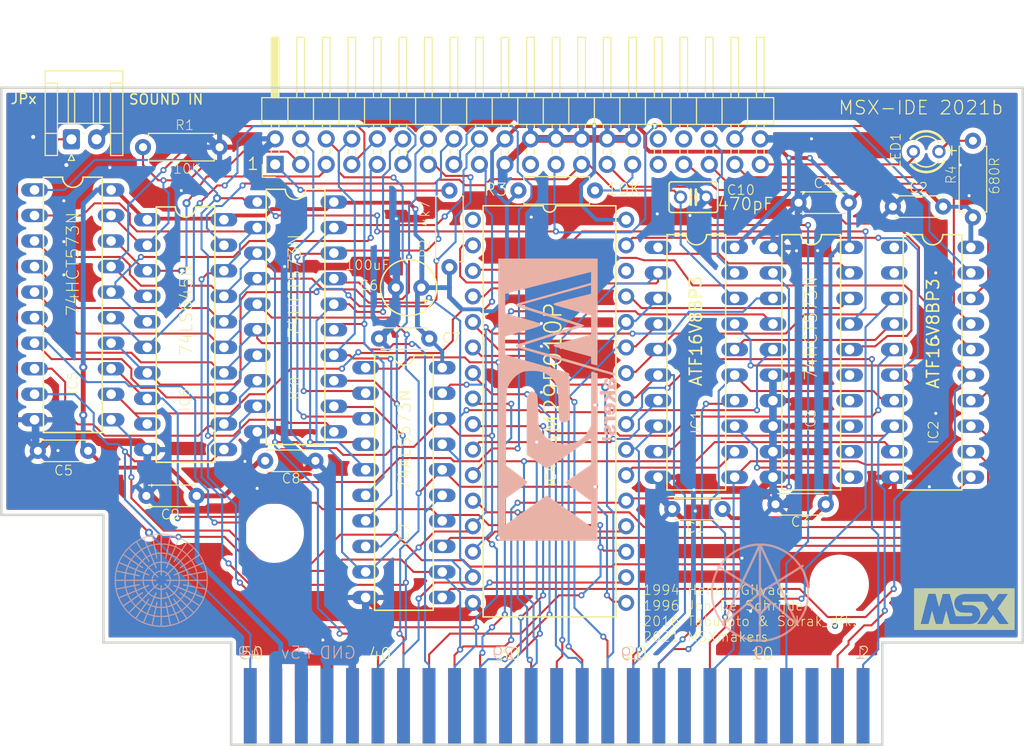
<source format=kicad_pcb>
(kicad_pcb (version 20211014) (generator pcbnew)
  (title_block (title "MSX-IDE 2021") (date "2021-08-05") (company "MSXmakers"))
  (layers (0 "F.Cu" signal "Top") (31 "B.Cu" signal "Bottom") (34 "B.Paste" user) (35 "F.Paste" user) (36 "B.SilkS" user "B.Silkscreen") (37 "F.SilkS" user "F.Silkscreen") (38 "B.Mask" user) (39 "F.Mask" user) (44 "Edge.Cuts" user))
  (net 0 "")
  (net 1 "GND")
  (net 2 "+5V")
  (net 3 "//WR")
  (net 4 "/MA14")
  (net 5 "/A13")
  (net 6 "/A8")
  (net 7 "/A9")
  (net 8 "/A11")
  (net 9 "//CS1")
  (net 10 "/A10")
  (net 11 "//FLASH_EN")
  (net 12 "/D0")
  (net 13 "/D1")
  (net 14 "/D2")
  (net 15 "/D3")
  (net 16 "/D4")
  (net 17 "/D5")
  (net 18 "/D6")
  (net 19 "/D7")
  (net 20 "/A0")
  (net 21 "/A1")
  (net 22 "/A2")
  (net 23 "/A3")
  (net 24 "/A4")
  (net 25 "/A5")
  (net 26 "/A6")
  (net 27 "/A7")
  (net 28 "/A12")
  (net 29 "/MA15")
  (net 30 "/MA16")
  (net 31 "/DA2")
  (net 32 "//IOR")
  (net 33 "Net-(IC1-Pad17)")
  (net 34 "Net-(IC1-Pad16)")
  (net 35 "//RD")
  (net 36 "/A15")
  (net 37 "Net-(IC1-Pad13)")
  (net 38 "//SLTSL")
  (net 39 "/MA")
  (net 40 "//IDE_CS1")
  (net 41 "//IDE_CS0")
  (net 42 "/DA0")
  (net 43 "/DA1")
  (net 44 "//IOW")
  (net 45 "/NET00003")
  (net 46 "Net-(IC2-Pad12)")
  (net 47 "Net-(IC2-Pad2)")
  (net 48 "Net-(IC2-Pad1)")
  (net 49 "Net-(CON1-Pad12)")
  (net 50 "//WAIT")
  (net 51 "Net-(CON1-Pad5)")
  (net 52 "Net-(IC3-Pad15)")
  (net 53 "Net-(IC3-Pad14)")
  (net 54 "Net-(IC3-Pad13)")
  (net 55 "Net-(IC3-Pad12)")
  (net 56 "/DD7")
  (net 57 "/DD6")
  (net 58 "/DD5")
  (net 59 "/DD4")
  (net 60 "/DD3")
  (net 61 "/DD2")
  (net 62 "/DD1")
  (net 63 "/DD0")
  (net 64 "/DD8")
  (net 65 "/DD12")
  (net 66 "/DD11")
  (net 67 "/DD13")
  (net 68 "/DD14")
  (net 69 "/DD9")
  (net 70 "/DD10")
  (net 71 "/DD15")
  (net 72 "Net-(R2-Pad1)")
  (net 73 "Net-(R3-Pad1)")
  (net 74 "Net-(LED1-PadA)")
  (net 75 "//ACTIVE")
  (net 76 "Net-(SV1-Pad34)")
  (net 77 "Net-(SV1-Pad32)")
  (net 78 "Net-(SV1-Pad31)")
  (net 79 "Net-(SV1-Pad21)")
  (footprint "esquema_1:DIL20" (layer "F.Cu") (at 167.5611 102.9336 -90)
    (fp_text reference "IC1")
    (fp_text value "ATF16V8BP3")
  )
  (footprint "esquema_1:DIL20" (layer "F.Cu") (at 191.0561 102.9336 -90)
    (fp_text reference "IC2")
    (fp_text value "ATF16V8BP3")
  )
  (footprint "esquema_1:DIL20" (layer "F.Cu") (at 178.9911 102.9336 -90)
    (fp_text reference "IC3")
    (fp_text value "74HCT573N")
  )
  (footprint "esquema_1:DIL20" (layer "F.Cu") (at 138.474731 114.896238 -90)
    (fp_text reference "IC7")
    (fp_text value "74ALS573N")
  )
  (footprint "esquema_1:DIL20" (layer "F.Cu") (at 127.694171 98.421907 -90)
    (fp_text reference "IC8")
    (fp_text value "74HCT573N")
  )
  (footprint "Capacitor_THT:C_Disc_D4.3mm_W1.9mm_P5.00mm" (layer "F.Cu") (at 170.16984 117.5258 180)
    (fp_text reference "C1")
    (fp_text value "100nF" hide)
  )
  (footprint "Capacitor_THT:C_Disc_D4.3mm_W1.9mm_P5.00mm" (layer "F.Cu") (at 192.11036 87.44712 180)
    (fp_text reference "C2")
    (fp_text value "100nF" hide)
  )
  (footprint "Capacitor_THT:C_Disc_D4.3mm_W1.9mm_P5.00mm" (layer "F.Cu") (at 180.43144 117.05844 180)
    (fp_text reference "C3")
    (fp_text value "100nF" hide)
  )
  (footprint "Capacitor_THT:C_Disc_D4.3mm_W1.9mm_P5.00mm" (layer "F.Cu") (at 182.7276 87.0586 180)
    (fp_text reference "C4")
    (fp_text value "100nF" hide)
  )
  (footprint "Capacitor_THT:C_Disc_D4.3mm_W1.9mm_P5.00mm" (layer "F.Cu") (at 107.061 111.73968 180)
    (fp_text reference "C5")
    (fp_text value "100nF" hide)
  )
  (footprint "Capacitor_THT:C_Disc_D4.3mm_W1.9mm_P5.00mm" (layer "F.Cu") (at 124.67336 112.73028)
    (fp_text reference "C8")
    (fp_text value "100nF" hide)
  )
  (footprint "Capacitor_THT:C_Disc_D4.3mm_W1.9mm_P5.00mm" (layer "F.Cu") (at 117.856 116.217569 180)
    (fp_text reference "C9")
    (fp_text value "100nF" hide)
  )
  (footprint "Resistor_THT:R_Axial_DIN0207_L6.3mm_D2.5mm_P7.62mm_Horizontal" (layer "F.Cu") (at 143.002 85.852 -90)
    (fp_text reference "R2")
    (fp_text value "4k7")
  )
  (footprint "Resistor_THT:R_Axial_DIN0207_L6.3mm_D2.5mm_P7.62mm_Horizontal" (layer "F.Cu") (at 157.48 85.84184 180)
    (fp_text reference "R3")
    (fp_text value "10K")
  )
  (footprint "Resistor_THT:R_Axial_DIN0207_L6.3mm_D2.5mm_P7.62mm_Horizontal" (layer "F.Cu") (at 195.072 80.899 -90)
    (fp_text reference "R4")
    (fp_text value "680R")
  )
  (footprint "esquema_1:DIL20" (layer "F.Cu") (at 116.757193 100.180485 -90)
    (fp_text reference "IC6")
    (fp_text value "74LS645N")
  )
  (footprint "esquema_1:SOLRAK_10MM_BOT" (layer "F.Cu") (at 168.91 130.81)
    (fp_text reference "U$1" hide)
    (fp_text value "" hide)
  )
  (footprint "esquema_1:MSX_10MM_TOP" (layer "F.Cu") (at 189.23 129.54)
    (fp_text reference "U$3" hide)
    (fp_text value "" hide)
  )
  (footprint "Resistor_THT:R_Axial_DIN0207_L6.3mm_D2.5mm_P7.62mm_Horizontal" (layer "F.Cu") (at 112.522 81.534)
    (fp_text reference "R1")
    (fp_text value "10K")
  )
  (footprint "esquema_1:DIL32-3" (layer "F.Cu") (at 156.7661 107.809175 -90)
    (fp_text reference "IC4")
    (fp_text value "AM29F010P")
  )
  (footprint "Connector_PinHeader_2.54mm:PinHeader_2x20_P2.54mm_Horizontal" (layer "F.Cu") (at 125.6665 83.2485 90)
    (fp_text reference "SV1" hide)
    (fp_text value "PinHeader_2x20_P2.54mm_Horizontal")
  )
  (footprint "esquema_1:DIL20" (layer "F.Cu") (at 105.540162 97.2186 -90)
    (fp_text reference "IC5")
    (fp_text value "74HCT573N")
  )
  (footprint "esquema_1:E2,5-6" (layer "F.Cu") (at 138.938 95.504 180)
    (fp_text reference "C6")
    (fp_text value "100uF")
  )
  (footprint "Capacitor_THT:C_Disc_D4.3mm_W1.9mm_P5.00mm" (layer "F.Cu") (at 140.9954 100.57384 180)
    (fp_text reference "C7")
    (fp_text value "100nF" hide)
  )
  (footprint "Connector_JST:JST_EH_S2B-EH_1x02_P2.50mm_Horizontal" (layer "F.Cu") (at 105.40492 80.75168)
    (fp_text reference "JPx")
    (fp_text value "SOUND IN")
  )
  (footprint "esquema_1:LED3MM" (layer "F.Cu") (at 190.4211 81.9786 180)
    (fp_text reference "LED1")
    (fp_text value "+")
  )
  (footprint "esquema_1:C025-030X050" (layer "F.Cu") (at 167.260728 86.50575)
    (fp_text reference "C10")
    (fp_text value "470pF")
  )
  (footprint "MSXmakers2:CARTRIDGE_MSX_XL" (layer "F.Cu") (at 153.67 136.525)
    (fp_text reference "CON1" hide)
    (fp_text value "CARTRIDGE_MSX_KONAMI_XL" hide)
    (fp_line (start -55.245 -18.415) (end -55.245 -60.9) (layer "Edge.Cuts") (width 0.254))
    (fp_line (start -32.385 4.445) (end -32.385 -5.715) (layer "Edge.Cuts") (width 0.254))
    (fp_line (start -32.385 -5.715) (end -45.085 -5.715) (layer "Edge.Cuts") (width 0.254))
    (fp_line (start -55.24 -60.9) (end 46.35 -60.9) (layer "Edge.Cuts") (width 0.254))
    (fp_line (start -45.085 -18.415) (end -55.245 -18.415) (layer "Edge.Cuts") (width 0.254))
    (fp_line (start 46.355 -5.715) (end 32.385 -5.715) (layer "Edge.Cuts") (width 0.254))
    (fp_line (start 46.355 -60.9) (end 46.355 -5.715) (layer "Edge.Cuts") (width 0.254))
    (fp_line (start -45.085 -5.715) (end -45.085 -18.415) (layer "Edge.Cuts") (width 0.254))
    (fp_line (start 32.385 -5.715) (end 32.385 4.445) (layer "Edge.Cuts") (width 0.254))
    (fp_line (start 32.385 4.445) (end -32.385 4.445) (layer "Edge.Cuts") (width 0.254))
  )
  (footprint "esquema_1:TESLA_10MM_TOP" (layer "B.Cu") (at 119.38 129.54 180)
    (fp_text reference "U$2" hide)
    (fp_text value "" hide)
  )
  (footprint "100pin-QFP_DIP:Logo_MSXmakers_fsilk_29x14" (layer "B.Cu") (at 153.67 106.68 -90)
    (fp_text reference "G***" hide)
    (fp_text value "LOGO" hide)
  )
  (gr_text "49" (at 124.276759 132.568991) (layer "B.SilkS") (effects (font (size 1.2065 1.2065) (thickness 0.1016)) (justify left bottom mirror)))
  (gr_text "GND" (at 133.7911 132.521241) (layer "B.SilkS") (effects (font (size 1.2065 1.2065) (thickness 0.1016)) (justify left bottom mirror)))
  (gr_text "1" (at 184.476753 132.535654) (layer "B.SilkS") (effects (font (size 1.2065 1.2065) (thickness 0.1016)) (justify left bottom mirror)))
  (gr_text "29" (at 149.589009 132.623772) (layer "B.SilkS") (effects (font (size 1.2065 1.2065) (thickness 0.1016)) (justify left bottom mirror)))
  (gr_text "+5v" (at 129.841478 132.521241) (layer "B.SilkS") (effects (font (size 1.2065 1.2065) (thickness 0.1016)) (justify left bottom mirror)))
  (gr_text "9" (at 174.384512 132.560504) (layer "B.SilkS") (effects (font (size 1.2065 1.2065) (thickness 0.1016)) (justify left bottom mirror)))
  (gr_text "19" (at 162.362228 132.668557) (layer "B.SilkS") (effects (font (size 1.2065 1.2065) (thickness 0.1016)) (justify left bottom mirror)))
  (gr_text "1994 Henrik Gilvad.\n1996 Jon De Schrijder.\n2016 Taburoto & Solrak_dfk.\n2021 MSXmakers" (at 162.179 130.81) (layer "F.SilkS") (effects (font (size 0.9652 0.9652) (thickness 0.08128)) (justify left bottom)))
  (gr_text "50" (at 122.163618 132.58265) (layer "F.SilkS") (effects (font (size 1.2065 1.2065) (thickness 0.1016)) (justify left bottom)))
  (gr_text "30" (at 147.716634 132.620882) (layer "F.SilkS") (effects (font (size 1.2065 1.2065) (thickness 0.1016)) (justify left bottom)))
  (gr_text "2" (at 183.587909 132.538963) (layer "F.SilkS") (effects (font (size 1.2065 1.2065) (thickness 0.1016)) (justify left bottom)))
  (gr_text "40" (at 134.896509 132.653594) (layer "F.SilkS") (effects (font (size 1.2065 1.2065) (thickness 0.1016)) (justify left bottom)))
  (gr_text "20" (at 160.340537 132.555447) (layer "F.SilkS") (effects (font (size 1.2065 1.2065) (thickness 0.1016)) (justify left bottom)))
  (gr_text "10" (at 172.905809 132.635294) (layer "F.SilkS") (effects (font (size 1.2065 1.2065) (thickness 0.1016)) (justify left bottom)))
  (gr_text "MSX-IDE 2021b" (at 181.61 78.3971) (layer "F.SilkS") (effects (font (size 1.35128 1.35128) (thickness 0.113792)) (justify left bottom)))
  (segment (start 128.27 136.5886) (end 128.27 132.4611) (width 1.27) (layer "F.Cu") (net 0))
  (segment (start 128.27 132.4611) (end 130.81 132.4611) (width 1.27) (layer "F.Cu") (net 0))
  (segment (start 130.81 132.4611) (end 130.81 136.5886) (width 1.27) (layer "F.Cu") (net 0))
  (segment (start 104.06888 80.75168) (end 99.99472 84.82584) (width 0.2032) (layer "F.Cu") (net 0))
  (segment (start 99.99472 84.82584) (end 99.99472 111.55172) (width 0.2032) (layer "F.Cu") (net 0))
  (segment (start 99.99472 111.55172) (end 104.013 115.57) (width 0.2032) (layer "F.Cu") (net 0))
  (segment (start 104.013 115.57) (end 108.80309 115.57) (width 0.2032) (layer "F.Cu") (net 0))
  (segment (start 105.40492 80.75168) (end 104.06888 80.75168) (width 0.2032) (layer "F.Cu") (net 0))
  (segment (start 108.80309 115.57) (end 113.113645 119.880555) (width 0.2032) (layer "F.Cu") (net 0))
  (via (at 181.356 129.159) (size 0.6096) (drill 0.3048) (layers "F.Cu" "B.Cu") (net 0))
  (via (at 113.113645 119.880555) (size 0.8) (drill 0.4) (layers "F.Cu" "B.Cu") (net 0))
  (segment (start 123.19 129.95691) (end 113.113645 119.880555) (width 0.2032) (layer "B.Cu") (net 0))
  (segment (start 123.19 137.16) (end 123.19 129.95691) (width 0.2032) (layer "B.Cu") (net 0))
  (segment (start 169.1486 87.0586) (end 168.8311 86.7411) (width 0.762) (layer "F.Cu") (net 1))
  (segment (start 177.7211 87.0586) (end 169.1486 87.0586) (width 0.762) (layer "F.Cu") (net 1))
  (segment (start 168.8311 86.7411) (end 168.530728 86.50575) (width 0.762) (layer "F.Cu") (net 1))
  (segment (start 165.0211 115.6336) (end 163.7511 114.3636) (width 0.762) (layer "F.Cu") (net 1))
  (segment (start 173.9111 115.6336) (end 165.0211 115.6336) (width 0.762) (layer "F.Cu") (net 1))
  (segment (start 175.1811 114.3636) (end 173.9111 115.6336) (width 0.762) (layer "F.Cu") (net 1))
  (segment (start 144.7011 127.6986) (end 145.3361 127.0636) (width 0.762) (layer "F.Cu") (net 1))
  (segment (start 136.1286 127.6986) (end 144.7011 127.6986) (width 0.762) (layer "F.Cu") (net 1))
  (segment (start 134.8586 126.4286) (end 136.1286 127.6986) (width 0.762) (layer "F.Cu") (net 1))
  (segment (start 145.3361 127.0636) (end 145.3361 126.859175) (width 0.762) (layer "F.Cu") (net 1))
  (segment (start 134.8586 126.4286) (end 134.664731 126.326238) (width 0.762) (layer "F.Cu") (net 1))
  (segment (start 151.0511 80.7086) (end 148.5111 83.2486) (width 0.762) (layer "F.Cu") (net 1))
  (segment (start 151.0511 80.7086) (end 153.5911 80.7086) (width 0.762) (layer "F.Cu") (net 1))
  (segment (start 153.5911 80.7086) (end 156.1311 80.7086) (width 0.762) (layer "F.Cu") (net 1))
  (segment (start 156.1311 80.7086) (end 158.6711 80.7086) (width 0.762) (layer "F.Cu") (net 1))
  (segment (start 158.6711 80.7086) (end 161.2111 80.7086) (width 0.762) (layer "F.Cu") (net 1))
  (segment (start 103.56458 110.2361) (end 102.061 111.73968) (width 0.762) (layer "F.Cu") (net 1))
  (segment (start 108.14935 110.871111) (end 107.51434 110.2361) (width 0.762) (layer "F.Cu") (net 1))
  (segment (start 179.15636 115.725039) (end 185.884661 115.725039) (width 0.762) (layer "F.Cu") (net 1))
  (segment (start 148.19858 86.98712) (end 148.19858 85.47608) (width 0.7366) (layer "F.Cu") (net 1))
  (segment (start 158.48584 88.31326) (end 149.52472 88.31326) (width 0.7366) (layer "F.Cu") (net 1))
  (segment (start 177.8254 117.05844) (end 178.465433 116.418407) (width 0.762) (layer "F.Cu") (net 1))
  (segment (start 122.4915 80.7085) (end 125.6665 80.7085) (width 0.3556) (layer "F.Cu") (net 1))
  (segment (start 126.6036 93.4086) (end 135.3186 93.4086) (width 0.762) (layer "F.Cu") (net 1))
  (segment (start 135.5726 93.4086) (end 137.668 95.504) (width 0.7366) (layer "F.Cu") (net 1))
  (segment (start 175.43144 117.05844) (end 177.8254 117.05844) (width 0.762) (layer "F.Cu") (net 1))
  (segment (start 113.24844 116.19484) (end 114.6556 117.602) (width 0.762) (layer "F.Cu") (net 1))
  (segment (start 149.52472 88.31326) (end 148.19858 86.98712) (width 0.7366) (layer "F.Cu") (net 1))
  (segment (start 121.744881 117.602) (end 123.873256 115.473625) (width 0.762) (layer "F.Cu") (net 1))
  (segment (start 123.873256 115.473625) (end 123.946775 115.473625) (width 0.762) (layer "F.Cu") (net 1))
  (segment (start 123.946775 115.473625) (end 125.222 114.1984) (width 0.762) (layer "F.Cu") (net 1))
  (segment (start 120.142 81.534) (end 121.666 81.534) (width 0.3556) (layer "F.Cu") (net 1))
  (segment (start 112.947193 111.610485) (end 112.207819 110.871111) (width 0.762) (layer "F.Cu") (net 1))
  (segment (start 162.4331 88.0111) (end 166.6086 88.0111) (width 0.762) (layer "F.Cu") (net 1))
  (segment (start 148.19858 85.47608) (end 148.1936 85.4711) (width 0.7366) (layer "F.Cu") (net 1))
  (segment (start 146.2886 87.3761) (end 147.08235 86.58235) (width 0.762) (layer "F.Cu") (net 1))
  (segment (start 161.493299 87.071299) (end 159.727801 87.071299) (width 0.7366) (layer "F.Cu") (net 1))
  (segment (start 161.671 87.249) (end 161.493299 87.071299) (width 0.7366) (layer "F.Cu") (net 1))
  (segment (start 114.6556 117.602) (end 121.744881 117.602) (width 0.762) (layer "F.Cu") (net 1))
  (segment (start 135.3186 93.4086) (end 135.5726 93.4086) (width 0.7366) (layer "F.Cu") (net 1))
  (segment (start 137.7161 88.6461) (end 140.2714 88.6461) (width 0.762) (layer "F.Cu") (net 1))
  (segment (start 121.666 81.534) (end 122.4915 80.7085) (width 0.3556) (layer "F.Cu") (net 1))
  (segment (start 141.5414 87.3761) (end 146.2886 87.3761) (width 0.762) (layer "F.Cu") (net 1))
  (segment (start 178.465433 116.418407) (end 178.465433 116.415966) (width 0.762) (layer "F.Cu") (net 1))
  (segment (start 185.884661 115.725039) (end 187.2461 114.3636) (width 0.762) (layer "F.Cu") (net 1))
  (segment (start 161.671 87.249) (end 162.4331 88.0111) (width 0.762) (layer "F.Cu") (net 1))
  (segment (start 166.6086 88.0111) (end 166.9261 88.3286) (width 0.762) (layer "F.Cu") (net 1))
  (segment (start 128.20524 114.1984) (end 129.67336 112.73028) (width 0.762) (layer "F.Cu") (net 1))
  (segment (start 107.51434 110.2361) (end 103.56458 110.2361) (width 0.762) (layer "F.Cu") (net 1))
  (segment (start 159.727801 87.071299) (end 158.48584 88.31326) (width 0.7366) (layer "F.Cu") (net 1))
  (segment (start 147.08235 86.58235) (end 148.1936 85.4711) (width 0.762) (layer "F.Cu") (net 1))
  (segment (start 112.207819 110.871111) (end 108.14935 110.871111) (width 0.762) (layer "F.Cu") (net 1))
  (segment (start 178.465433 116.415966) (end 179.15636 115.725039) (width 0.762) (layer "F.Cu") (net 1))
  (segment (start 112.878729 116.19484) (end 113.24844 116.19484) (width 0.762) (layer "F.Cu") (net 1))
  (segment (start 125.222 114.1984) (end 128.20524 114.1984) (width 0.762) (layer "F.Cu") (net 1))
  (segment (start 112.856 116.217569) (end 112.878729 116.19484) (width 0.762) (layer "F.Cu") (net 1))
  (segment (start 140.2714 88.6461) (end 141.5414 87.3761) (width 0.762) (layer "F.Cu") (net 1))
  (via (at 126.6036 93.4086) (size 0.6096) (drill 0.3048) (layers "F.Cu" "B.Cu") (net 1))
  (via (at 148.1936 85.4711) (size 0.6096) (drill 0.3048) (layers "F.Cu" "B.Cu") (net 1))
  (via (at 137.7161 88.6461) (size 0.6096) (drill 0.3048) (layers "F.Cu" "B.Cu") (net 1))
  (via (at 123.873256 115.473625) (size 0.6096) (drill 0.3048) (layers "F.Cu" "B.Cu") (net 1))
  (via (at 166.9261 88.3286) (size 0.6096) (drill 0.3048) (layers "F.Cu" "B.Cu") (net 1))
  (via (at 130.4136 130.5561) (size 0.6096) (drill 0.3048) (layers "F.Cu" "B.Cu") (net 1))
  (via (at 172.9586 127.6986) (size 0.6096) (drill 0.3048) (layers "F.Cu" "B.Cu") (net 1))
  (via (at 172.09516 122.40768) (size 0.6096) (drill 0.3048) (layers "F.Cu" "B.Cu") (net 1))
  (via (at 190.7386 115.3161) (size 0.6096) (drill 0.3048) (layers "F.Cu" "B.Cu") (net 1))
  (via (at 191.3736 108.0136) (size 0.6096) (drill 0.3048) (layers "F.Cu" "B.Cu") (net 1))
  (via (at 191.3736 100.3936) (size 0.6096) (drill 0.3048) (layers "F.Cu" "B.Cu") (net 1))
  (via (at 191.3736 94.0436) (size 0.6096) (drill 0.3048) (layers "F.Cu" "B.Cu") (net 1))
  (via (at 193.802 83.312) (size 0.6096) (drill 0.3048) (layers "F.Cu" "B.Cu") (net 1))
  (via (at 194.691 86.36) (size 0.6096) (drill 0.3048) (layers "F.Cu" "B.Cu") (net 1))
  (via (at 179.6261 91.8211) (size 0.6096) (drill 0.3048) (layers "F.Cu" "B.Cu") (net 1))
  (via (at 179.012493 80.69946) (size 0.6096) (drill 0.3048) (layers "F.Cu" "B.Cu") (net 1))
  (via (at 163.67585 88.166822) (size 0.6096) (drill 0.3048) (layers "F.Cu" "B.Cu") (net 1))
  (via (at 167.45204 117.72392) (size 0.6096) (drill 0.3048) (layers "F.Cu" "B.Cu") (net 1))
  (via (at 167.31996 115.61572) (size 0.6096) (drill 0.3048) (layers "F.Cu" "B.Cu") (net 1))
  (via (at 177.525781 91.840085) (size 0.6096) (drill 0.3048) (layers "F.Cu" "B.Cu") (net 1))
  (via (at 122.66168 112.79124) (size 0.6096) (drill 0.3048) (layers "F.Cu" "B.Cu") (net 1))
  (via (at 104.06888 111.7092) (size 0.6096) (drill 0.3048) (layers "F.Cu" "B.Cu") (net 1))
  (via (at 151.14016 88.49106) (size 0.6096) (drill 0.3048) (layers "F.Cu" "B.Cu") (net 1))
  (via (at 109.22 83.566) (size 0.6096) (drill 0.3048) (layers "F.Cu" "B.Cu") (net 1))
  (via (at 104.648 94.234) (size 0.6096) (drill 0.3048) (layers "F.Cu" "B.Cu") (net 1))
  (via (at 104.648 90.932) (size 0.6096) (drill 0.3048) (layers "F.Cu" "B.Cu") (net 1))
  (via (at 104.648 86.868) (size 0.6096) (drill 0.3048) (layers "F.Cu" "B.Cu") (net 1))
  (via (at 116.332 85.852) (size 0.6096) (drill 0.3048) (layers "F.Cu" "B.Cu") (net 1))
  (via (at 152.146 99.06) (size 0.6096) (drill 0.3048) (layers "F.Cu" "B.Cu") (net 1))
  (via (at 152.146 101.346) (size 0.6096) (drill 0.3048) (layers "F.Cu" "B.Cu") (net 1))
  (via (at 152.146 105.918) (size 0.6096) (drill 0.3048) (layers "F.Cu" "B.Cu") (net 1))
  (via (at 157.48 107.188) (size 0.6096) (drill 0.3048) (layers "F.Cu" "B.Cu") (net 1))
  (via (at 104.902 83.312) (size 0.8) (drill 0.4) (layers "F.Cu" "B.Cu") (net 1))
  (via (at 101.6 80.518) (size 0.8) (drill 0.4) (layers "F.Cu" "B.Cu") (net 1))
  (segment (start 177.7211 88.9636) (end 175.1811 91.5036) (width 0.762) (layer "B.Cu") (net 1))
  (segment (start 177.7211 87.0586) (end 177.7211 88.9636) (width 0.762) (layer "B.Cu") (net 1))
  (segment (start 173.9111 80.7086) (end 176.541709 80.712035) (width 0.762) (layer "B.Cu") (net 1))
  (segment (start 176.541709 80.712035) (end 177.7211 81.69115) (width 0.762) (layer "B.Cu") (net 1))
  (segment (start 177.7211 81.69115) (end 177.7211 87.0586) (width 0.762) (layer "B.Cu") (net 1))
  (segment (start 175.1811 109.2836) (end 175.1811 111.8236) (width 0.762) (layer "B.Cu") (net 1))
  (segment (start 175.1811 109.2836) (end 175.1811 106.7436) (width 0.762) (layer "B.Cu") (net 1))
  (segment (start 175.1811 106.7436) (end 175.1811 104.2036) (width 0.762) (layer "B.Cu") (net 1))
  (segment (start 175.1811 114.3636) (end 175.1811 111.8236) (width 0.762) (layer "B.Cu") (net 1))
  (segment (start 134.5411 126.4286) (end 134.664731 126.326238) (width 0.762) (layer "B.Cu") (net 1))
  (segment (start 130.81 132.430225) (end 133.378491 132.464257) (width 1.27) (layer "B.Cu") (net 1))
  (segment (start 133.335575 132.464257) (end 133.35 136.5886) (width 0.762) (layer "B.Cu") (net 1))
  (segment (start 124.0636 82.2961) (end 125.6511 80.7086) (width 0.762) (layer "B.Cu") (net 1))
  (segment (start 124.0636 84.5186) (end 124.0636 82.2961) (width 0.762) (layer "B.Cu") (net 1))
  (segment (start 126.6036 87.0586) (end 124.0636 84.5186) (width 0.762) (layer "B.Cu") (net 1))
  (segment (start 126.6036 93.4086) (end 126.6036 87.0586) (width 0.762) (layer "B.Cu") (net 1))
  (segment (start 148.1936 83.5661) (end 148.5111 83.2486) (width 0.762) (layer "B.Cu") (net 1))
  (segment (start 148.1936 85.4711) (end 148.1936 83.5661) (width 0.762) (layer "B.Cu") (net 1))
  (segment (start 123.873256 115.473625) (end 123.857109 115.447125) (width 0.762) (layer "B.Cu") (net 1))
  (segment (start 166.9261 88.3286) (end 168.5136 86.7411) (width 0.762) (layer "B.Cu") (net 1))
  (segment (start 168.5136 86.7411) (end 168.530728 86.50575) (width 0.762) (layer "B.Cu") (net 1))
  (segment (start 177.7211 93.7261) (end 177.7211 115.65906) (width 0.762) (layer "B.Cu") (net 1))
  (segment (start 175.1811 91.5036) (end 175.4986 91.5036) (width 0.762) (layer "B.Cu") (net 1))
  (segment (start 187.11036 86.8464) (end 187.11036 87.44712) (width 0.762) (layer "B.Cu") (net 1))
  (segment (start 122.69216 114.282176) (end 122.69216 111.51569) (width 0.762) (layer "B.Cu") (net 1))
  (segment (start 130.806013 132.430225) (end 130.81 132.816599) (width 0.762) (layer "B.Cu") (net 1))
  (segment (start 137.7161 93.4086) (end 137.7161 95.4559) (width 0.7366) (layer "B.Cu") (net 1))
  (segment (start 132.0011 132.372866) (end 122.4026 122.774366) (width 0.762) (layer "B.Cu") (net 1))
  (segment (start 137.668 98.90124) (end 137.668 95.504) (width 0.7366) (layer "B.Cu") (net 1))
  (segment (start 137.7161 93.4086) (end 137.7161 88.6461) (width 0.762) (layer "B.Cu") (net 1))
  (segment (start 126.6036 93.4086) (end 126.6036 110.62192) (width 0.762) (layer "B.Cu") (net 1))
  (segment (start 126.6036 110.62192) (end 128.71196 112.73028) (width 0.762) (layer "B.Cu") (net 1))
  (segment (start 123.883478 109.934979) (end 123.884171 109.851907) (width 0.762) (layer "B.Cu") (net 1))
  (segment (start 175.43144 117.05844) (end 175.43144 115.89384) (width 0.762) (layer "B.Cu") (net 1))
  (segment (start 181.95036 81.6864) (end 187.11036 86.8464) (width 0.762) (layer "B.Cu") (net 1))
  (segment (start 128.71196 112.73028) (end 129.67336 112.73028) (width 0.762) (layer "B.Cu") (net 1))
  (segment (start 120.3 81.8) (end 117.89664 79.54518) (width 0.7366) (layer "B.Cu") (net 1))
  (segment (start 112.9511 111.8236) (end 112.9511 115.11042) (width 0.762) (layer "B.Cu") (net 1))
  (segment (start 112.9511 115.11042) (end 112.94872 115.1128) (width 0.762) (layer "B.Cu") (net 1))
  (segment (start 122.4026 116.951544) (end 123.857109 115.497035) (width 0.762) (layer "B.Cu") (net 1))
  (segment (start 123.889859 110.317991) (end 123.883478 109.934979) (width 0.762) (layer "B.Cu") (net 1))
  (segment (start 134.664731 126.326238) (end 134.664731 131.135101) (width 0.7366) (layer "B.Cu") (net 1))
  (segment (start 137.7161 95.4559) (end 137.668 95.504) (width 0.7366) (layer "B.Cu") (net 1))
  (segment (start 177.72585 81.6864) (end 181.95036 81.6864) (width 0.762) (layer "B.Cu") (net 1))
  (segment (start 112.94872 115.1128) (end 112.94872 116.124849) (width 0.762) (layer "B.Cu") (net 1))
  (segment (start 122.69216 111.51569) (end 123.889859 110.317991) (width 0.762) (layer "B.Cu") (net 1))
  (segment (start 164.07892 114.69142) (end 163.7511 114.3636) (width 0.7366) (layer "B.Cu") (net 1))
  (segment (start 130.81 133.35) (end 130.81 132.906267) (width 0.762) (layer "B.Cu") (net 1))
  (segment (start 122.4026 122.774366) (end 122.4026 116.951544) (width 0.762) (layer "B.Cu") (net 1))
  (segment (start 101.730162 108.6486) (end 101.8386 108.6486) (width 0.762) (layer "B.Cu") (net 1))
  (segment (start 101.8386 108.6486) (end 101.8386 111.51728) (width 0.762) (layer "B.Cu") (net 1))
  (segment (start 112.94872 116.124849) (end 112.856 116.217569) (width 0.762) (layer "B.Cu") (net 1))
  (segment (start 134.664731 131.135101) (end 133.335575 132.464257) (width 0.7366) (layer "B.Cu") (net 1))
  (segment (start 176.32172 117.05844) (end 175.43144 117.05844) (width 0.762) (layer "B.Cu") (net 1))
  (segment (start 135.9954 100.57384) (end 137.668 98.90124) (width 0.7366) (layer "B.Cu") (net 1))
  (segment (start 123.857109 115.447125) (end 122.69216 114.282176) (width 0.762) (layer "B.Cu") (net 1))
  (segment (start 164.07892 116.43488) (end 164.07892 114.69142) (width 0.7366) (layer "B.Cu") (net 1))
  (segment (start 101.8386 111.51728) (end 102.04576 111.72444) (width 0.762) (layer "B.Cu") (net 1))
  (segment (start 165.16984 117.5258) (end 164.07892 116.43488) (width 0.7366) (layer "B.Cu") (net 1))
  (segment (start 102.04576 111.72444) (end 102.04196 111.72444) (width 0.762) (layer "B.Cu") (net 1))
  (segment (start 175.1811 115.6435) (end 175.1811 114.3636) (width 0.762) (layer "B.Cu") (net 1))
  (segment (start 123.857109 115.497035) (end 123.857109 115.447125) (width 0.762) (layer "B.Cu") (net 1))
  (segment (start 117.87632 79.53756) (end 109.16666 79.51724) (width 0.7366) (layer "B.Cu") (net 1))
  (segment (start 109.1438 79.53502) (end 107.91444 80.78724) (width 0.7366) (layer "B.Cu") (net 1))
  (segment (start 175.43144 115.89384) (end 175.1811 115.6435) (width 0.762) (layer "B.Cu") (net 1))
  (segment (start 177.7211 81.69115) (end 177.72585 81.6864) (width 0.762) (layer "B.Cu") (net 1))
  (segment (start 177.7211 115.65906) (end 176.32172 117.05844) (width 0.762) (layer "B.Cu") (net 1))
  (segment (start 112.947193 111.610485) (end 112.9511 111.8236) (width 0.762) (layer "B.Cu") (net 1))
  (segment (start 175.4986 91.5036) (end 177.7211 93.7261) (width 0.762) (layer "B.Cu") (net 1))
  (segment (start 130.829464 132.816599) (end 130.868393 132.816599) (width 0.762) (layer "B.Cu") (net 1))
  (segment (start 149.7811 79.4386) (end 148.5111 80.7086) (width 0.381) (layer "F.Cu") (net 2))
  (segment (start 157.4011 79.4386) (end 149.7811 79.4386) (width 0.381) (layer "F.Cu") (net 2))
  (segment (start 109.7761 85.7886) (end 112.6336 88.6461) (width 0.381) (layer "F.Cu") (net 2))
  (segment (start 109.350162 85.7886) (end 109.7761 85.7886) (width 0.381) (layer "F.Cu") (net 2))
  (segment (start 112.6336 88.6461) (end 112.947193 88.750485) (width 0.381) (layer "F.Cu") (net 2))
  (segment (start 112.9511 88.6461) (end 120.2536 88.6461) (width 0.381) (layer "F.Cu") (net 2))
  (segment (start 120.2536 88.6461) (end 120.567193 88.750485) (width 0.381) (layer "F.Cu") (net 2))
  (segment (start 112.9511 88.6461) (end 112.947193 88.750485) (width 0.381) (layer "F.Cu") (net 2))
  (segment (start 130.7311 87.6936) (end 131.3661 87.0586) (width 0.381) (layer "F.Cu") (net 2))
  (segment (start 125.3336 87.6936) (end 130.7311 87.6936) (width 0.381) (layer "F.Cu") (net 2))
  (segment (start 124.6986 88.3286) (end 125.3336 87.6936) (width 0.381) (layer "F.Cu") (net 2))
  (segment (start 120.8886 88.3286) (end 124.6986 88.3286) (width 0.381) (layer "F.Cu") (net 2))
  (segment (start 120.5711 88.6461) (end 120.8886 88.3286) (width 0.381) (layer "F.Cu") (net 2))
  (segment (start 131.3661 87.0586) (end 131.504171 86.991907) (width 0.381) (layer "F.Cu") (net 2))
  (segment (start 120.5711 88.6461) (end 120.567193 88.750485) (width 0.381) (layer "F.Cu") (net 2))
  (segment (start 138.9861 87.0586) (end 139.6211 87.6936) (width 0.381) (layer "F.Cu") (net 2))
  (segment (start 131.6836 87.0586) (end 138.9861 87.0586) (width 0.381) (layer "F.Cu") (net 2))
  (segment (start 131.6836 87.0586) (end 131.504171 86.991907) (width 0.381) (layer "F.Cu") (net 2))
  (segment (start 115.1735 113.411) (end 108.7628 113.411) (width 0.381) (layer "F.Cu") (net 2))
  (segment (start 178.84892 82.6136) (end 176.7686 82.6136) (width 0.381) (layer "F.Cu") (net 2))
  (segment (start 192.0086 87.3761) (end 192.060696 87.450457) (width 0.381) (layer "F.Cu") (net 2))
  (segment (start 107.53852 112.18672) (end 107.061 111.73968) (width 0.381) (layer "F.Cu") (net 2))
  (segment (start 176.1336 81.9786) (end 162.90834 81.9786) (width 0.381) (layer "F.Cu") (net 2))
  (segment (start 106.5784 103.42372) (end 106.5784 108.18368) (width 0.4826) (layer "F.Cu") (net 2))
  (segment (start 190.49974 85.86724) (end 192.0086 87.3761) (width 0.381) (layer "F.Cu") (net 2))
  (segment (start 120.622191 116.217569) (end 124.10948 112.73028) (width 0.4826) (layer "F.Cu") (net 2))
  (segment (start 162.478609 80.233409) (end 161.6838 79.4386) (width 0.381) (layer "F.Cu") (net 2))
  (segment (start 117.856 116.217569) (end 120.622191 116.217569) (width 0.4826) (layer "F.Cu") (net 2))
  (segment (start 180.43144 117.05844) (end 179.05476 118.43512) (width 0.381) (layer "F.Cu") (net 2))
  (segment (start 108.7628 113.411) (end 107.53852 112.18672) (width 0.381) (layer "F.Cu") (net 2))
  (segment (start 117.7136 115.9511) (end 115.1735 113.411) (width 0.381) (layer "F.Cu") (net 2))
  (segment (start 176.7686 82.6136) (end 176.1336 81.9786) (width 0.381) (layer "F.Cu") (net 2))
  (segment (start 183.91896 85.86724) (end 190.49974 85.86724) (width 0.381) (layer "F.Cu") (net 2))
  (segment (start 182.7276 87.0586) (end 183.91896 85.86724) (width 0.381) (layer "F.Cu") (net 2))
  (segment (start 162.90834 81.9786) (end 162.478609 81.548869) (width 0.381) (layer "F.Cu") (net 2))
  (segment (start 117.89874 116.217569) (end 117.7136 115.9511) (width 0.381) (layer "F.Cu") (net 2))
  (segment (start 179.05476 118.43512) (end 171.07916 118.43512) (width 0.381) (layer "F.Cu") (net 2))
  (segment (start 161.6838 79.4386) (end 157.4011 79.4386) (width 0.381) (layer "F.Cu") (net 2))
  (segment (start 124.10948 112.73028) (end 124.67336 112.73028) (width 0.4826) (layer "F.Cu") (net 2))
  (segment (start 171.07916 118.43512) (end 170.16984 117.5258) (width 0.381) (layer "F.Cu") (net 2))
  (segment (start 162.478609 81.548869) (end 162.478609 80.233409) (width 0.381) (layer "F.Cu") (net 2))
  (via (at 176.7686 82.6136) (size 0.6096) (drill 0.3048) (layers "F.Cu" "B.Cu") (net 2))
  (via (at 157.4011 79.4386) (size 0.6096) (drill 0.3048) (layers "F.Cu" "B.Cu") (net 2))
  (via (at 139.6211 87.6936) (size 0.6096) (drill 0.3048) (layers "F.Cu" "B.Cu") (net 2))
  (via (at 106.5784 103.42372) (size 0.8) (drill 0.4) (layers "F.Cu" "B.Cu") (net 2))
  (via (at 106.5784 108.18368) (size 0.8) (drill 0.4) (layers "F.Cu" "B.Cu") (net 2))
  (via (at 178.84892 82.6136) (size 0.6096) (drill 0.3048) (layers "F.Cu" "B.Cu") (net 2))
  (segment (start 176.7686 86.1061) (end 171.3711 91.5036) (width 0.381) (layer "B.Cu") (net 2))
  (segment (start 176.7686 82.6136) (end 176.7686 86.1061) (width 0.381) (layer "B.Cu") (net 2))
  (segment (start 106.5784 108.18368) (end 106.5784 111.25708) (width 0.4826) (layer "B.Cu") (net 2))
  (segment (start 142.284731 101.863171) (end 140.9954 100.57384) (width 0.381) (layer "B.Cu") (net 2))
  (segment (start 156.0957 85.3186) (end 157.4011 84.0132) (width 0.381) (layer "B.Cu") (net 2))
  (segment (start 139.817818 95.894182) (end 140.208 95.504) (width 0.4826) (layer "B.Cu") (net 2))
  (segment (start 157.618575 88.759175) (end 156.0957 87.2363) (width 0.381) (layer "B.Cu") (net 2))
  (segment (start 140.2561 93.4086) (end 140.2561 95.4559) (width 0.4826) (layer "B.Cu") (net 2))
  (segment (start 195.072 88.06688) (end 195.072 88.519) (width 0.381) (layer "B.Cu") (net 2))
  (segment (start 194.47256 87.46744) (end 195.072 88.06688) (width 0.381) (layer "B.Cu") (net 2))
  (segment (start 148.717 87.18042) (end 147.2411 85.70452) (width 0.381) (layer "B.Cu") (net 2))
  (segment (start 182.7276 87.0586) (end 182.759606 87.090606) (width 0.381) (layer "B.Cu") (net 2))
  (segment (start 139.817818 99.396258) (end 139.817818 95.894182) (width 0.4826) (layer "B.Cu") (net 2))
  (segment (start 182.7276 86.52256) (end 182.7276 87.0586) (width 0.381) (layer "B.Cu") (net 2))
  (segment (start 178.84892 82.6136) (end 178.84892 82.64388) (width 0.381) (layer "B.Cu") (net 2))
  (segment (start 180.8961 116.59378) (end 180.43144 117.05844) (width 0.381) (layer "B.Cu") (net 2))
  (segment (start 192.060696 87.450457) (end 192.077679 87.46744) (width 0.381) (layer "B.Cu") (net 2))
  (segment (start 140.2561 95.4559) (end 140.208 95.504) (width 0.4826) (layer "B.Cu") (net 2))
  (segment (start 146.278243 97.8536) (end 147.398612 97.843754) (width 0.381) (layer "B.Cu") (net 2))
  (segment (start 106.5784 111.25708) (end 107.061 111.73968) (width 0.4826) (layer "B.Cu") (net 2))
  (segment (start 181.73944 91.5036) (end 180.8961 92.34694) (width 0.381) (layer "B.Cu") (net 2))
  (segment (start 148.717 96.525366) (end 148.717 87.18042) (width 0.381) (layer "B.Cu") (net 2))
  (segment (start 147.398612 97.843754) (end 148.717 96.525366) (width 0.381) (layer "B.Cu") (net 2))
  (segment (start 178.84892 82.64388) (end 182.7276 86.52256) (width 0.381) (layer "B.Cu") (net 2))
  (segment (start 194.8661 88.7249) (end 195.072 88.519) (width 0.4826) (layer "B.Cu") (net 2))
  (segment (start 194.8661 91.5036) (end 194.8661 88.7249) (width 0.4826) (layer "B.Cu") (net 2))
  (segment (start 182.759606 87.090606) (end 182.759606 90.207047) (width 0.381) (layer "B.Cu") (net 2))
  (segment (start 144.22248 97.663) (end 146.087643 97.663) (width 0.381) (layer "B.Cu") (net 2))
  (segment (start 147.2411 81.9786) (end 148.5111 80.7086) (width 0.381) (layer "B.Cu") (net 2))
  (segment (start 147.2411 85.70452) (end 147.2411 81.9786) (width 0.381) (layer "B.Cu") (net 2))
  (segment (start 144.128396 97.568916) (end 144.22248 97.663) (width 0.381) (layer "B.Cu") (net 2))
  (segment (start 143.002 96.44252) (end 144.128396 97.568916) (width 0.4826) (layer "B.Cu") (net 2))
  (segment (start 180.8961 92.34694) (end 180.8961 116.59378) (width 0.381) (layer "B.Cu") (net 2))
  (segment (start 148.717 87.18042) (end 148.717 87.17788) (width 0.3556) (layer "B.Cu") (net 2))
  (segment (start 149.86 86.03488) (end 149.86 85.84184) (width 0.3556) (layer "B.Cu") (net 2))
  (segment (start 182.759606 90.207047) (end 182.8011 91.5036) (width 0.381) (layer "B.Cu") (net 2))
  (segment (start 160.5761 88.759175) (end 157.618575 88.759175) (width 0.381) (layer "B.Cu") (net 2))
  (segment (start 140.9954 100.57384) (end 139.817818 99.396258) (width 0.4826) (layer "B.Cu") (net 2))
  (segment (start 182.8011 91.5036) (end 181.73944 91.5036) (width 0.381) (layer "B.Cu") (net 2))
  (segment (start 106.5784 103.42372) (end 106.5784 87.1601) (width 0.4826) (layer "B.Cu") (net 2))
  (segment (start 156.0957 87.2363) (end 156.0957 85.3186) (width 0.381) (layer "B.Cu") (net 2))
  (segment (start 192.077679 87.46744) (end 194.47256 87.46744) (width 0.381) (layer "B.Cu") (net 2))
  (segment (start 106.5784 87.1601) (end 107.9499 85.7886) (width 0.4826) (layer "B.Cu") (net 2))
  (segment (start 143.002 95.504) (end 143.002 96.44252) (width 0.4826) (layer "B.Cu") (net 2))
  (segment (start 142.284731 103.466238) (end 142.284731 101.863171) (width 0.381) (layer "B.Cu") (net 2))
  (segment (start 140.2561 90.8531) (end 139.6211 90.2181) (width 0.381) (layer "B.Cu") (net 2))
  (segment (start 107.9499 85.7886) (end 109.350162 85.7886) (width 0.4826) (layer "B.Cu") (net 2))
  (segment (start 140.2561 93.4086) (end 140.2561 90.8531) (width 0.4826) (layer "B.Cu") (net 2))
  (segment (start 143.002 93.472) (end 143.002 95.504) (width 0.4826) (layer "B.Cu") (net 2))
  (segment (start 139.6211 90.2181) (end 139.6211 87.6936) (width 0.381) (layer "B.Cu") (net 2))
  (segment (start 140.208 95.504) (end 143.002 95.504) (width 0.4826) (layer "B.Cu") (net 2))
  (segment (start 146.087643 97.663) (end 146.278243 97.8536) (width 0.381) (layer "B.Cu") (net 2))
  (segment (start 157.4011 84.0132) (end 157.4011 79.4386) (width 0.381) (layer "B.Cu") (net 2))
  (segment (start 148.717 87.17788) (end 149.86 86.03488) (width 0.3556) (layer "B.Cu") (net 2))
  (segment (start 161.2111 90.5511) (end 160.5761 91.1861) (width 0.2032) (layer "F.Cu") (net 3))
  (segment (start 185.6586 90.5511) (end 161.2111 90.5511) (width 0.2032) (layer "F.Cu") (net 3))
  (segment (start 160.5761 91.1861) (end 160.5761 91.299175) (width 0.2032) (layer "F.Cu") (net 3))
  (segment (start 188.931925 113.106897) (end 189.32652 112.712302) (width 0.2032) (layer "F.Cu") (net 3))
  (segment (start 189.32652 105.5878) (end 187.94232 104.2036) (width 0.2032) (layer "F.Cu") (net 3))
  (segment (start 183.611684 112.779741) (end 184.455575 113.120816) (width 0.2032) (layer "F.Cu") (net 3))
  (segment (start 171.3711 114.3636) (end 172.9586 112.7761) (width 0.2032) (layer "F.Cu") (net 3))
  (segment (start 184.455575 113.120816) (end 188.931925 113.106897) (width 0.2032) (layer "F.Cu") (net 3))
  (segment (start 187.94232 104.2036) (end 187.2461 104.2036) (width 0.2032) (layer "F.Cu") (net 3))
  (segment (start 172.9586 112.7761) (end 183.611684 112.779741) (width 0.2032) (layer "F.Cu") (net 3))
  (segment (start 189.32652 112.712302) (end 189.32652 105.5878) (width 0.2032) (layer "F.Cu") (net 3))
  (via (at 185.6586 90.5511) (size 0.6096) (drill 0.3048) (layers "F.Cu" "B.Cu") (net 3))
  (segment (start 171.265306 114.645797) (end 171.3711 114.3636) (width 0.2032) (layer "B.Cu") (net 3))
  (segment (start 185.69406 90.58656) (end 185.6586 90.5511) (width 0.2032) (layer "B.Cu") (net 3))
  (segment (start 187.2461 104.2036) (end 189.589037 102.289375) (width 0.2032) (layer "B.Cu") (net 3))
  (segment (start 189.589037 91.763477) (end 188.41212 90.58656) (width 0.2032) (layer "B.Cu") (net 3))
  (segment (start 168.8973 137.1473) (end 168.8973 133.8453) (width 0.2032) (layer "B.Cu") (net 3))
  (segment (start 168.8973 133.8453) (end 171.265306 131.477294) (width 0.2032) (layer "B.Cu") (net 3))
  (segment (start 168.91 137.16) (end 168.8973 137.1473) (width 0.2032) (layer "B.Cu") (net 3))
  (segment (start 188.41212 90.58656) (end 185.69406 90.58656) (width 0.2032) (layer "B.Cu") (net 3))
  (segment (start 171.265306 131.477294) (end 171.265306 114.645797) (width 0.2032) (layer "B.Cu") (net 3))
  (segment (start 189.589037 102.289375) (end 189.589037 91.763477) (width 0.2032) (layer "B.Cu") (net 3))
  (segment (start 160.5761 96.379175) (end 160.945975 96.379175) (width 0.2032) (layer "F.Cu") (net 4))
  (segment (start 162.1029 97.5361) (end 181.8486 97.5361) (width 0.2032) (layer "F.Cu") (net 4))
  (segment (start 181.8486 97.5361) (end 182.8011 96.5836) (width 0.2032) (layer "F.Cu") (net 4))
  (segment (start 160.945975 96.379175) (end 162.1029 97.5361) (width 0.2032) (layer "F.Cu") (net 4))
  (segment (start 154.2261 132.15846) (end 154.2261 130.5561) (width 0.2032) (layer "F.Cu") (net 5))
  (segment (start 153.6827 132.70186) (end 154.2261 132.15846) (width 0.2032) (layer "F.Cu") (net 5))
  (segment (start 153.6827 136.5759) (end 153.6827 132.70186) (width 0.2032) (layer "F.Cu") (net 5))
  (segment (start 153.67 136.5886) (end 153.6827 136.5759) (width 0.2032) (layer "F.Cu") (net 5))
  (via (at 154.2261 130.5561) (size 0.6096) (drill 0.3048) (layers "F.Cu" "B.Cu") (net 5))
  (segment (start 161.5286 98.8061) (end 163.7511 96.5836) (width 0.2032) (layer "B.Cu") (net 5))
  (segment (start 160.5761 98.8061) (end 161.5286 98.8061) (width 0.2032) (layer "B.Cu") (net 5))
  (segment (start 160.5761 98.8061) (end 160.5761 98.919175) (width 0.2032) (layer "B.Cu") (net 5))
  (segment (start 154.2261 105.4736) (end 160.5761 99.1236) (width 0.2032) (layer "B.Cu") (net 5))
  (segment (start 154.2261 130.5561) (end 154.2261 105.4736) (width 0.2032) (layer "B.Cu") (net 5))
  (segment (start 160.5761 99.1236) (end 160.5761 98.919175) (width 0.2032) (layer "B.Cu") (net 5))
  (segment (start 161.5286 101.3461) (end 163.7511 99.1236) (width 0.2032) (layer "F.Cu") (net 6))
  (segment (start 160.5761 101.3461) (end 161.5286 101.3461) (width 0.2032) (layer "F.Cu") (net 6))
  (segment (start 160.5761 101.3461) (end 160.5761 101.459175) (width 0.2032) (layer "F.Cu") (net 6))
  (segment (start 156.21 136.5886) (end 156.21 132.54) (width 0.2032) (layer "F.Cu") (net 6))
  (segment (start 156.21 132.54) (end 154.8611 131.1911) (width 0.2032) (layer "F.Cu") (net 6))
  (via (at 154.8611 131.1911) (size 0.6096) (drill 0.3048) (layers "F.Cu" "B.Cu") (net 6))
  (segment (start 155.479659 105.785825) (end 159.640878 101.456857) (width 0.2032) (layer "B.Cu") (net 6))
  (segment (start 154.8611 106.4261) (end 155.479659 105.785825) (width 0.2032) (layer "B.Cu") (net 6))
  (segment (start 154.8611 131.1911) (end 154.8611 106.4261) (width 0.2032) (layer "B.Cu") (net 6))
  (segment (start 159.640878 101.456857) (end 160.5761 101.459175) (width 0.2032) (layer "B.Cu") (net 6))
  (segment (start 161.5286 103.8861) (end 163.7511 101.6636) (width 0.2032) (layer "F.Cu") (net 7))
  (segment (start 160.5761 103.8861) (end 161.5286 103.8861) (width 0.2032) (layer "F.Cu") (net 7))
  (segment (start 160.5761 103.8861) (end 160.5761 103.999175) (width 0.2032) (layer "F.Cu") (net 7))
  (segment (start 185.6586 98.1711) (end 187.2461 96.5836) (width 0.2032) (layer "F.Cu") (net 7))
  (segment (start 178.3561 98.1711) (end 185.6586 98.1711) (width 0.2032) (layer "F.Cu") (net 7))
  (segment (start 176.4511 100.0761) (end 178.3561 98.1711) (width 0.2032) (layer "F.Cu") (net 7))
  (segment (start 165.3386 100.0761) (end 176.4511 100.0761) (width 0.2032) (layer "F.Cu") (net 7))
  (segment (start 163.7511 101.6636) (end 165.3386 100.0761) (width 0.2032) (layer "F.Cu") (net 7))
  (segment (start 170.234801 126.447689) (end 178.019511 126.447689) (width 0.2032) (layer "F.Cu") (net 7))
  (segment (start 166.194796 130.487694) (end 170.234801 126.447689) (width 0.2032) (layer "F.Cu") (net 7))
  (via (at 166.194796 130.487694) (size 0.6096) (drill 0.3048) (layers "F.Cu" "B.Cu") (net 7))
  (via (at 178.019511 126.447689) (size 0.6096) (drill 0.3048) (layers "F.Cu" "B.Cu") (net 7))
  (segment (start 187.2461 96.5836) (end 184.3886 99.4411) (width 0.2032) (layer "B.Cu") (net 7))
  (segment (start 166.194796 130.487694) (end 163.83 132.85249) (width 0.2032) (layer "B.Cu") (net 7))
  (segment (start 163.83 132.85249) (end 163.83 136.5886) (width 0.2032) (layer "B.Cu") (net 7))
  (segment (start 178.3448 123.4961) (end 178.3448 126.1224) (width 0.2032) (layer "B.Cu") (net 7))
  (segment (start 178.3448 126.1224) (end 178.019511 126.447689) (width 0.2032) (layer "B.Cu") (net 7))
  (segment (start 184.3886 99.4411) (end 184.3886 117.4523) (width 0.2032) (layer "B.Cu") (net 7))
  (segment (start 184.3886 117.4523) (end 178.3448 123.4961) (width 0.2032) (layer "B.Cu") (net 7))
  (segment (start 161.5286 106.4261) (end 163.7511 104.2036) (width 0.2032) (layer "F.Cu") (net 8))
  (segment (start 160.5761 106.4261) (end 161.5286 106.4261) (width 0.2032) (layer "F.Cu") (net 8))
  (segment (start 160.5761 106.4261) (end 160.5761 106.539175) (width 0.2032) (layer "F.Cu") (net 8))
  (segment (start 165.3386 104.2036) (end 163.7511 104.2036) (width 0.2032) (layer "B.Cu") (net 8))
  (segment (start 166.42588 116.153007) (end 165.3386 115.065727) (width 0.2032) (layer "B.Cu") (net 8))
  (segment (start 161.29 136.5886) (end 161.29 133.0198) (width 0.2032) (layer "B.Cu") (net 8))
  (segment (start 165.3386 115.065727) (end 165.3386 104.2036) (width 0.2032) (layer "B.Cu") (net 8))
  (segment (start 161.29 133.0198) (end 166.42588 127.88392) (width 0.2032) (layer "B.Cu") (net 8))
  (segment (start 166.42588 127.88392) (end 166.42588 116.153007) (width 0.2032) (layer "B.Cu") (net 8))
  (segment (start 167.5611 102.6161) (end 164.7036 105.4736) (width 0.2032) (layer "F.Cu") (net 9))
  (segment (start 185.0236 102.6161) (end 167.5611 102.6161) (width 0.2032) (layer "F.Cu") (net 9))
  (via (at 164.7036 105.4736) (size 0.6096) (drill 0.3048) (layers "F.Cu" "B.Cu") (net 9))
  (via (at 185.0236 102.6161) (size 0.6096) (drill 0.3048) (layers "F.Cu" "B.Cu") (net 9))
  (segment (start 162.1636 107.3786) (end 160.5761 108.9661) (width 0.2032) (layer "B.Cu") (net 9))
  (segment (start 162.1636 106.1086) (end 162.1636 107.3786) (width 0.2032) (layer "B.Cu") (net 9))
  (segment (start 162.7986 105.4736) (end 162.1636 106.1086) (width 0.2032) (layer "B.Cu") (net 9))
  (segment (start 164.7036 105.4736) (end 162.7986 105.4736) (width 0.2032) (layer "B.Cu") (net 9))
  (segment (start 160.5761 108.9661) (end 160.5761 109.079175) (width 0.2032) (layer "B.Cu") (net 9))
  (segment (start 185.6586 131.4985) (end 185.6586 120.0786) (width 0.2032) (layer "B.Cu") (net 9))
  (segment (start 184.15 133.0071) (end 185.6586 131.4985) (width 0.2032) (layer "B.Cu") (net 9))
  (segment (start 185.6586 120.0786) (end 185.0236 119.4436) (width 0.2032) (layer "B.Cu") (net 9))
  (segment (start 185.0236 119.4436) (end 185.0236 102.6161) (width 0.2032) (layer "B.Cu") (net 9))
  (segment (start 184.15 136.5886) (end 184.15 133.0071) (width 0.2032) (layer "B.Cu") (net 9))
  (segment (start 161.29 132.0647) (end 161.8461 131.5086) (width 0.2032) (layer "F.Cu") (net 10))
  (segment (start 161.29 136.5886) (end 161.29 132.0647) (width 0.2032) (layer "F.Cu") (net 10))
  (via (at 161.8461 131.5086) (size 0.6096) (drill 0.3048) (layers "F.Cu" "B.Cu") (net 10))
  (segment (start 161.5286 111.5061) (end 163.7511 109.2836) (width 0.2032) (layer "B.Cu") (net 10))
  (segment (start 160.5761 111.5061) (end 161.5286 111.5061) (width 0.2032) (layer "B.Cu") (net 10))
  (segment (start 160.5761 111.5061) (end 160.5761 111.619175) (width 0.2032) (layer "B.Cu") (net 10))
  (segment (start 161.8461 111.8236) (end 161.5286 111.5061) (width 0.2032) (layer "B.Cu") (net 10))
  (segment (start 161.8461 131.5086) (end 161.8461 111.8236) (width 0.2032) (layer "B.Cu") (net 10))
  (segment (start 169.7836 113.4111) (end 171.3711 111.8236) (width 0.2032) (layer "F.Cu") (net 11))
  (segment (start 161.2111 113.4111) (end 169.7836 113.4111) (width 0.2032) (layer "F.Cu") (net 11))
  (segment (start 160.5761 114.0461) (end 161.2111 113.4111) (width 0.2032) (layer "F.Cu") (net 11))
  (segment (start 160.5761 114.0461) (end 160.5761 114.159175) (width 0.2032) (layer "F.Cu") (net 11))
  (segment (start 111.6811 112.7761) (end 110.7286 111.8236) (width 0.2032) (layer "F.Cu") (net 12))
  (segment (start 119.3011 112.7761) (end 111.6811 112.7761) (width 0.2032) (layer "F.Cu") (net 12))
  (segment (start 120.2536 111.8236) (end 119.3011 112.7761) (width 0.2032) (layer "F.Cu") (net 12))
  (segment (start 120.2536 111.8236) (end 120.567193 111.610485) (width 0.2032) (layer "F.Cu") (net 12))
  (segment (start 149.7811 116.9036) (end 160.5761 116.9036) (width 0.2032) (layer "F.Cu") (net 12))
  (segment (start 148.5111 131.1911) (end 149.1461 130.5561) (width 0.2032) (layer "F.Cu") (net 12))
  (segment (start 144.3836 131.1911) (end 148.5111 131.1911) (width 0.2032) (layer "F.Cu") (net 12))
  (segment (start 144.0661 131.5086) (end 144.3836 131.1911) (width 0.2032) (layer "F.Cu") (net 12))
  (segment (start 160.5761 116.9036) (end 160.5761 116.699175) (width 0.2032) (layer "F.Cu") (net 12))
  (segment (start 160.5761 116.699175) (end 160.5761 116.46916) (width 0.2032) (layer "F.Cu") (net 12))
  (segment (start 124.01296 123.68276) (end 131.20644 123.68276) (width 0.2032) (layer "F.Cu") (net 12))
  (segment (start 132.3342 122.555) (end 138.20648 122.555) (width 0.2032) (layer "F.Cu") (net 12))
  (segment (start 139.437718 123.786238) (end 142.284731 123.786238) (width 0.2032) (layer "F.Cu") (net 12))
  (segment (start 120.6246 120.2944) (end 124.01296 123.68276) (width 0.2032) (layer "F.Cu") (net 12))
  (segment (start 143.51 136.5886) (end 143.51 132.0647) (width 0.2032) (layer "F.Cu") (net 12))
  (segment (start 131.20644 123.68276) (end 132.3342 122.555) (width 0.2032) (layer "F.Cu") (net 12))
  (segment (start 174.38116 116.46916) (end 175.53422 115.3161) (width 0.2032) (layer "F.Cu") (net 12))
  (segment (start 138.20648 122.555) (end 139.437718 123.786238) (width 0.2032) (layer "F.Cu") (net 12))
  (segment (start 143.51 132.0647) (end 144.0661 131.5086) (width 0.2032) (layer "F.Cu") (net 12))
  (segment (start 116.0526 120.2944) (end 120.6246 120.2944) (width 0.2032) (layer "F.Cu") (net 12))
  (segment (start 160.5761 116.46916) (end 174.38116 116.46916) (width 0.2032) (layer "F.Cu") (net 12))
  (segment (start 175.53422 115.3161) (end 176.7686 115.3161) (width 0.2032) (layer "F.Cu") (net 12))
  (via (at 176.7686 115.3161) (size 0.6096) (drill 0.3048) (layers "F.Cu" "B.Cu") (net 12))
  (via (at 144.0661 131.5086) (size 0.6096) (drill 0.3048) (layers "F.Cu" "B.Cu") (net 12))
  (via (at 110.7286 111.8236) (size 0.6096) (drill 0.3048) (layers "F.Cu" "B.Cu") (net 12))
  (via (at 149.7811 116.9036) (size 0.6096) (drill 0.3048) (layers "F.Cu" "B.Cu") (net 12))
  (via (at 149.1461 130.5561) (size 0.6096) (drill 0.3048) (layers "F.Cu" "B.Cu") (net 12))
  (via (at 116.0526 120.2944) (size 0.6096) (drill 0.3048) (layers "F.Cu" "B.Cu") (net 12))
  (segment (start 176.7686 95.6311) (end 175.1811 94.0436) (width 0.2032) (layer "B.Cu") (net 12))
  (segment (start 176.7686 115.3161) (end 176.7686 95.6311) (width 0.2032) (layer "B.Cu") (net 12))
  (segment (start 122.1586 109.9186) (end 120.5711 111.5061) (width 0.2032) (layer "B.Cu") (net 12))
  (segment (start 122.1586 108.9661) (end 122.1586 109.9186) (width 0.2032) (layer "B.Cu") (net 12))
  (segment (start 123.7461 107.3786) (end 122.1586 108.9661) (width 0.2032) (layer "B.Cu") (net 12))
  (segment (start 120.5711 111.5061) (end 120.567193 111.610485) (width 0.2032) (layer "B.Cu") (net 12))
  (segment (start 123.7461 107.3786) (end 123.884171 107.311907) (width 0.2032) (layer "B.Cu") (net 12))
  (segment (start 149.1461 117.5386) (end 149.7811 116.9036) (width 0.2032) (layer "B.Cu") (net 12))
  (segment (start 149.1461 130.5561) (end 149.1461 117.5386) (width 0.2032) (layer "B.Cu") (net 12))
  (segment (start 142.4786 124.216) (end 142.4786 123.8886) (width 0.2032) (layer "B.Cu") (net 12))
  (segment (start 142.4786 123.8886) (end 142.284731 123.786238) (width 0.2032) (layer "B.Cu") (net 12))
  (segment (start 144.0661 131.5086) (end 144.0661 125.8035) (width 0.2032) (layer "B.Cu") (net 12))
  (segment (start 105.74792 106.1086) (end 101.730162 106.1086) (width 0.2032) (layer "B.Cu") (net 12))
  (segment (start 107.6198 107.98048) (end 105.74792 106.1086) (width 0.2032) (layer "B.Cu") (net 12))
  (segment (start 114.4524 120.2944) (end 110.7286 116.5706) (width 0.2032) (layer "B.Cu") (net 12))
  (segment (start 116.0526 120.2944) (end 114.4524 120.2944) (width 0.2032) (layer "B.Cu") (net 12))
  (segment (start 110.7286 116.5706) (end 110.7286 111.8236) (width 0.2032) (layer "B.Cu") (net 12))
  (segment (start 110.7286 111.8236) (end 110.7286 111.7446) (width 0.2032) (layer "B.Cu") (net 12))
  (segment (start 109.02696 111.06404) (end 107.6198 109.65688) (width 0.2032) (layer "B.Cu") (net 12))
  (segment (start 110.04804 111.06404) (end 109.02696 111.06404) (width 0.2032) (layer "B.Cu") (net 12))
  (segment (start 144.0661 125.8035) (end 142.4786 124.216) (width 0.2032) (layer "B.Cu") (net 12))
  (segment (start 110.7286 111.7446) (end 110.04804 111.06404) (width 0.2032) (layer "B.Cu") (net 12))
  (segment (start 107.6198 109.65688) (end 107.6198 107.98048) (width 0.2032) (layer "B.Cu") (net 12))
  (segment (start 143.1136 120.3961) (end 142.4786 121.0311) (width 0.2032) (layer "F.Cu") (net 13))
  (segment (start 146.9236 120.3961) (end 146.6061 120.3961) (width 0.2032) (layer "F.Cu") (net 13))
  (segment (start 146.6061 120.3961) (end 143.1136 120.3961) (width 0.2032) (layer "F.Cu") (net 13))
  (segment (start 147.5586 119.7611) (end 146.9236 120.3961) (width 0.2032) (layer "F.Cu") (net 13))
  (segment (start 160.2586 119.7611) (end 147.5586 119.7611) (width 0.2032) (layer "F.Cu") (net 13))
  (segment (start 160.5761 119.4436) (end 160.2586 119.7611) (width 0.2032) (layer "F.Cu") (net 13))
  (segment (start 142.4786 121.0311) (end 142.284731 121.246238) (width 0.2032) (layer "F.Cu") (net 13))
  (segment (start 160.5761 119.4436) (end 160.5761 119.239175) (width 0.2032) (layer "F.Cu") (net 13))
  (segment (start 146.6061 120.3961) (end 147.2411 121.0311) (width 0.2032) (layer "F.Cu") (net 13))
  (segment (start 106.02976 109.10824) (end 107.569 109.10824) (width 0.2032) (layer "F.Cu") (net 13))
  (segment (start 145.6536 129.2861) (end 126.590822 129.2861) (width 0.2032) (layer "F.Cu") (net 13))
  (segment (start 107.569 109.10824) (end 108.69686 110.2361) (width 0.2032) (layer "F.Cu") (net 13))
  (segment (start 108.69686 110.2361) (end 118.0311 110.2361) (width 0.2032) (layer "F.Cu") (net 13))
  (segment (start 118.0311 110.2361) (end 118.9836 109.2836) (width 0.2032) (layer "F.Cu") (net 13))
  (segment (start 101.730162 103.5686) (end 103.44668 103.5686) (width 0.2032) (layer "F.Cu") (net 13))
  (segment (start 103.44668 103.5686) (end 104.78008 104.902) (width 0.2032) (layer "F.Cu") (net 13))
  (segment (start 104.78008 107.85856) (end 106.02976 109.10824) (width 0.2032) (layer "F.Cu") (net 13))
  (segment (start 120.2536 109.2836) (end 120.567193 109.070485) (width 0.2032) (layer "F.Cu") (net 13))
  (segment (start 118.9836 109.2836) (end 120.2536 109.2836) (width 0.2032) (layer "F.Cu") (net 13))
  (segment (start 104.78008 104.902) (end 104.78008 107.85856) (width 0.2032) (layer "F.Cu") (net 13))
  (segment (start 126.590822 129.2861) (end 122.159861 124.855139) (width 0.2032) (layer "F.Cu") (net 13))
  (via (at 147.2411 121.0311) (size 0.6096) (drill 0.3048) (layers "F.Cu" "B.Cu") (net 13))
  (via (at 145.6536 129.2861) (size 0.6096) (drill 0.3048) (layers "F.Cu" "B.Cu") (net 13))
  (via (at 122.159861 124.855139) (size 0.6096) (drill 0.3048) (layers "F.Cu" "B.Cu") (net 13))
  (segment (start 122.1586 107.3786) (end 120.5711 108.9661) (width 0.2032) (layer "B.Cu") (net 13))
  (segment (start 122.1586 106.4261) (end 122.1586 107.3786) (width 0.2032) (layer "B.Cu") (net 13))
  (segment (start 123.7461 104.8386) (end 122.1586 106.4261) (width 0.2032) (layer "B.Cu") (net 13))
  (segment (start 120.5711 108.9661) (end 120.567193 109.070485) (width 0.2032) (layer "B.Cu") (net 13))
  (segment (start 123.7461 104.8386) (end 123.884171 104.771907) (width 0.2032) (layer "B.Cu") (net 13))
  (segment (start 147.2411 121.0311) (end 147.7264 121.5164) (width 0.2032) (layer "B.Cu") (net 13))
  (segment (start 121.767589 124.462867) (end 122.159861 124.855139) (width 0.2032) (layer "B.Cu") (net 13))
  (segment (start 118.9836 114.3636) (end 121.767589 117.147589) (width 0.2032) (layer "B.Cu") (net 13))
  (segment (start 145.665412 131.040394) (end 143.5227 133.183106) (width 0.2032) (layer "B.Cu") (net 13))
  (segment (start 119.6186 109.9186) (end 119.6186 110.5536) (width 0.2032) (layer "B.Cu") (net 13))
  (segment (start 145.6536 129.2861) (end 145.665412 131.040394) (width 0.2032) (layer "B.Cu") (net 13))
  (segment (start 147.7264 126.2608) (end 145.6536 128.3336) (width 0.2032) (layer "B.Cu") (net 13))
  (segment (start 118.9836 111.1886) (end 118.9836 114.3636) (width 0.2032) (layer "B.Cu") (net 13))
  (segment (start 119.6186 110.5536) (end 118.9836 111.1886) (width 0.2032) (layer "B.Cu") (net 13))
  (segment (start 120.567193 109.070485) (end 120.2536 109.2836) (width 0.2032) (layer "B.Cu") (net 13))
  (segment (start 121.767589 117.147589) (end 121.767589 124.462867) (width 0.2032) (layer "B.Cu") (net 13))
  (segment (start 145.6536 128.3336) (end 145.6536 129.2861) (width 0.2032) (layer "B.Cu") (net 13))
  (segment (start 120.2536 109.2836) (end 119.6186 109.9186) (width 0.2032) (layer "B.Cu") (net 13))
  (segment (start 147.7264 121.5164) (end 147.7264 126.2608) (width 0.2032) (layer "B.Cu") (net 13))
  (segment (start 143.5227 133.183106) (end 143.5227 136.5759) (width 0.2032) (layer "B.Cu") (net 13))
  (segment (start 143.5227 136.5759) (end 143.51 136.5886) (width 0.2032) (layer "B.Cu") (net 13))
  (segment (start 103.4261 102.6161) (end 101.8386 101.0286) (width 0.2032) (layer "F.Cu") (net 14))
  (segment (start 110.4111 102.6161) (end 103.4261 102.6161) (width 0.2032) (layer "F.Cu") (net 14))
  (segment (start 111.3636 103.5686) (end 110.4111 102.6161) (width 0.2032) (layer "F.Cu") (net 14))
  (segment (start 111.3636 104.5211) (end 111.3636 103.5686) (width 0.2032) (layer "F.Cu") (net 14))
  (segment (start 112.3161 105.4736) (end 111.3636 104.5211) (width 0.2032) (layer "F.Cu") (net 14))
  (segment (start 113.9036 105.4736) (end 112.3161 105.4736) (width 0.2032) (layer "F.Cu") (net 14))
  (segment (start 114.8561 106.4261) (end 113.9036 105.4736) (width 0.2032) (layer "F.Cu") (net 14))
  (segment (start 120.2536 106.4261) (end 114.8561 106.4261) (width 0.2032) (layer "F.Cu") (net 14))
  (segment (start 101.8386 101.0286) (end 101.730162 101.0286) (width 0.2032) (layer "F.Cu") (net 14))
  (segment (start 120.2536 106.4261) (end 120.567193 106.530485) (width 0.2032) (layer "F.Cu") (net 14))
  (segment (start 158.3536 121.6661) (end 158.0361 121.3486) (width 0.2032) (layer "F.Cu") (net 14))
  (segment (start 160.5761 121.6661) (end 158.3536 121.6661) (width 0.2032) (layer "F.Cu") (net 14))
  (segment (start 160.5761 121.6661) (end 160.5761 121.779175) (width 0.2032) (layer "F.Cu") (net 14))
  (segment (start 124.333 116.90604) (end 129.73304 116.90604) (width 0.2032) (layer "F.Cu") (net 14))
  (segment (start 130.3656 117.5386) (end 141.2086 117.5386) (width 0.2032) (layer "F.Cu") (net 14))
  (segment (start 119.634 118.872) (end 122.36704 118.872) (width 0.2032) (layer "F.Cu") (net 14))
  (segment (start 140.9827 136.5759) (end 140.97 136.5886) (width 0.2032) (layer "F.Cu") (net 14))
  (segment (start 142.84954 118.12016) (end 142.4786 118.4911) (width 0.2032) (layer "F.Cu") (net 14))
  (segment (start 150.0986 129.9211) (end 143.053365 129.9211) (width 0.2032) (layer "F.Cu") (net 14))
  (segment (start 142.4786 118.4911) (end 142.284731 118.706238) (width 0.2032) (layer "F.Cu") (net 14))
  (segment (start 141.2086 117.5386) (end 142.1611 118.4911) (width 0.2032) (layer "F.Cu") (net 14))
  (segment (start 143.053365 129.9211) (end 140.9827 131.991765) (width 0.2032) (layer "F.Cu") (net 14))
  (segment (start 122.36704 118.872) (end 124.333 116.90604) (width 0.2032) (layer "F.Cu") (net 14))
  (segment (start 156.1311 126.1111) (end 153.9086 126.1111) (width 0.2032) (layer "F.Cu") (net 14))
  (segment (start 142.1611 118.4911) (end 142.284731 118.706238) (width 0.2032) (layer "F.Cu") (net 14))
  (segment (start 140.9827 131.991765) (end 140.9827 136.5759) (width 0.2032) (layer "F.Cu") (net 14))
  (segment (start 129.73304 116.90604) (end 130.3656 117.5386) (width 0.2032) (layer "F.Cu") (net 14))
  (segment (start 145.91766 118.12016) (end 142.84954 118.12016) (width 0.2032) (layer "F.Cu") (net 14))
  (segment (start 153.9086 126.1111) (end 150.0986 129.9211) (width 0.2032) (layer "F.Cu") (net 14))
  (segment (start 146.9235 119.126) (end 145.91766 118.12016) (width 0.2032) (layer "F.Cu") (net 14))
  (segment (start 157.988 119.126) (end 146.9235 119.126) (width 0.2032) (layer "F.Cu") (net 14))
  (via (at 158.0361 121.3486) (size 0.6096) (drill 0.3048) (layers "F.Cu" "B.Cu") (net 14))
  (via (at 156.1311 126.1111) (size 0.6096) (drill 0.3048) (layers "F.Cu" "B.Cu") (net 14))
  (via (at 119.634 118.872) (size 0.6096) (drill 0.3048) (layers "F.Cu" "B.Cu") (net 14))
  (via (at 157.988 119.126) (size 0.6096) (drill 0.3048) (layers "F.Cu" "B.Cu") (net 14))
  (segment (start 122.1586 104.8386) (end 120.5711 106.4261) (width 0.2032) (layer "B.Cu") (net 14))
  (segment (start 122.1586 103.8861) (end 122.1586 104.8386) (width 0.2032) (layer "B.Cu") (net 14))
  (segment (start 123.7461 102.2986) (end 122.1586 103.8861) (width 0.2032) (layer "B.Cu") (net 14))
  (segment (start 120.5711 106.4261) (end 120.567193 106.530485) (width 0.2032) (layer "B.Cu") (net 14))
  (segment (start 123.7461 102.2986) (end 123.884171 102.231907) (width 0.2032) (layer "B.Cu") (net 14))
  (segment (start 158.0361 124.2061) (end 156.1311 126.1111) (width 0.2032) (layer "B.Cu") (net 14))
  (segment (start 158.0361 121.3486) (end 158.0361 124.2061) (width 0.2032) (layer "B.Cu") (net 14))
  (segment (start 111.155263 105.313263) (end 116.332537 105.313263) (width 0.2032) (layer "B.Cu") (net 14))
  (segment (start 157.988 119.126) (end 157.988 120.983) (width 0.2032) (layer "B.Cu") (net 14))
  (segment (start 101.730162 101.0286) (end 103.0606 101.0286) (width 0.2032) (layer "B.Cu") (net 14))
  (segment (start 157.988 120.983) (end 158.0361 121.0311) (width 0.2032) (layer "B.Cu") (net 14))
  (segment (start 117.7136 106.694325) (end 117.7136 114.4116) (width 0.2032) (layer "B.Cu") (net 14))
  (segment (start 118.999 118.237) (end 119.634 118.872) (width 0.2032) (layer "B.Cu") (net 14))
  (segment (start 103.0606 101.0286) (end 106.936895 104.904895) (width 0.2032) (layer "B.Cu") (net 14))
  (segment (start 116.332537 105.313263) (end 117.7136 106.694325) (width 0.2032) (layer "B.Cu") (net 14))
  (segment (start 118.999 115.697) (end 118.999 118.237) (width 0.2032) (layer "B.Cu") (net 14))
  (segment (start 117.7136 114.4116) (end 118.999 115.697) (width 0.2032) (layer "B.Cu") (net 14))
  (segment (start 106.936895 104.904895) (end 110.746895 104.904895) (width 0.2032) (layer "B.Cu") (net 14))
  (segment (start 110.746895 104.904895) (end 111.155263 105.313263) (width 0.2032) (layer "B.Cu") (net 14))
  (segment (start 158.0361 121.0311) (end 158.0361 121.3486) (width 0.2032) (layer "B.Cu") (net 14))
  (segment (start 105.3311 101.9811) (end 101.8386 98.4886) (width 0.2032) (layer "F.Cu") (net 15))
  (segment (start 111.3636 101.9811) (end 105.3311 101.9811) (width 0.2032) (layer "F.Cu") (net 15))
  (segment (start 112.3161 102.9336) (end 111.3636 101.9811) (width 0.2032) (layer "F.Cu") (net 15))
  (segment (start 119.3011 102.9336) (end 112.3161 102.9336) (width 0.2032) (layer "F.Cu") (net 15))
  (segment (start 120.2536 103.8861) (end 119.3011 102.9336) (width 0.2032) (layer "F.Cu") (net 15))
  (segment (start 101.8386 98.4886) (end 101.730162 98.4886) (width 0.2032) (layer "F.Cu") (net 15))
  (segment (start 120.2536 103.8861) (end 120.567193 103.990485) (width 0.2032) (layer "F.Cu") (net 15))
  (segment (start 124.357264 101.0286) (end 123.884171 100.555507) (width 0.2032) (layer "F.Cu") (net 15))
  (segment (start 147.0024 124.8411) (end 160.2586 124.8411) (width 0.2032) (layer "F.Cu") (net 15))
  (segment (start 136.900931 101.650789) (end 135.092429 101.650789) (width 0.2032) (layer "F.Cu") (net 15))
  (segment (start 123.884171 100.555507) (end 123.884171 99.691907) (width 0.2032) (layer "F.Cu") (net 15))
  (segment (start 137.4394 101.11232) (end 136.900931 101.650789) (width 0.2032) (layer "F.Cu") (net 15))
  (segment (start 160.2586 124.8411) (end 160.5761 124.5236) (width 0.2032) (layer "F.Cu") (net 15))
  (segment (start 160.5761 124.5236) (end 160.5761 124.319175) (width 0.2032) (layer "F.Cu") (net 15))
  (segment (start 139.27328 101.11232) (end 137.4394 101.11232) (width 0.2032) (layer "F.Cu") (net 15))
  (segment (start 135.092429 101.650789) (end 134.47024 101.0286) (width 0.2032) (layer "F.Cu") (net 15))
  (segment (start 134.47024 101.0286) (end 124.357264 101.0286) (width 0.2032) (layer "F.Cu") (net 15))
  (via (at 139.27328 101.11232) (size 0.6096) (drill 0.3048) (layers "F.Cu" "B.Cu") (net 15))
  (via (at 147.0024 124.8411) (size 0.6096) (drill 0.3048) (layers "F.Cu" "B.Cu") (net 15))
  (segment (start 122.1586 102.2986) (end 120.5711 103.8861) (width 0.2032) (layer "B.Cu") (net 15))
  (segment (start 122.1586 101.3461) (end 122.1586 102.2986) (width 0.2032) (layer "B.Cu") (net 15))
  (segment (start 123.7461 99.7586) (end 122.1586 101.3461) (width 0.2032) (layer "B.Cu") (net 15))
  (segment (start 120.5711 103.8861) (end 120.567193 103.990485) (width 0.2032) (layer "B.Cu") (net 15))
  (segment (start 123.7461 99.7586) (end 123.884171 99.691907) (width 0.2032) (layer "B.Cu") (net 15))
  (segment (start 140.5736 117.8561) (end 142.1611 116.2686) (width 0.2032) (layer "B.Cu") (net 15))
  (segment (start 140.5736 122.6186) (end 140.5736 117.8561) (width 0.2032) (layer "B.Cu") (net 15))
  (segment (start 142.1611 116.2686) (end 142.284731 116.166238) (width 0.2032) (layer "B.Cu") (net 15))
  (segment (start 147.0024 124.8538) (end 146.2913 125.5649) (width 0.2032) (layer "B.Cu") (net 15))
  (segment (start 146.2913 125.5649) (end 144.7899 125.5649) (width 0.2032) (layer "B.Cu") (net 15))
  (segment (start 143.218 122.6186) (end 140.5736 122.6186) (width 0.2032) (layer "B.Cu") (net 15))
  (segment (start 139.59332 101.11232) (end 139.60856 101.09708) (width 0.2032) (layer "B.Cu") (net 15))
  (segment (start 140.97 133.0452) (end 140.5736 132.6488) (width 0.2032) (layer "B.Cu") (net 15))
  (segment (start 139.27328 101.11232) (end 139.59332 101.11232) (width 0.2032) (layer "B.Cu") (net 15))
  (segment (start 144.7899 125.5649) (end 144.0661 124.8411) (width 0.2032) (layer "B.Cu") (net 15))
  (segment (start 147.0024 124.8411) (end 147.0024 124.8538) (width 0.2032) (layer "B.Cu") (net 15))
  (segment (start 140.97 136.5886) (end 140.97 133.0452) (width 0.2032) (layer "B.Cu") (net 15))
  (segment (start 144.0661 123.4667) (end 143.218 122.6186) (width 0.2032) (layer "B.Cu") (net 15))
  (segment (start 144.0661 124.8411) (end 144.0661 123.4667) (width 0.2032) (layer "B.Cu") (net 15))
  (segment (start 140.5736 102.06212) (end 140.5736 117.8561) (width 0.2032) (layer "B.Cu") (net 15))
  (segment (start 140.5736 132.6488) (end 140.5736 122.6186) (width 0.2032) (layer "B.Cu") (net 15))
  (segment (start 139.60856 101.09708) (end 140.5736 102.06212) (width 0.2032) (layer "B.Cu") (net 15))
  (segment (start 105.9661 100.0761) (end 101.8386 95.9486) (width 0.2032) (layer "F.Cu") (net 16))
  (segment (start 118.9836 100.0761) (end 105.9661 100.0761) (width 0.2032) (layer "F.Cu") (net 16))
  (segment (start 120.2536 101.3461) (end 118.9836 100.0761) (width 0.2032) (layer "F.Cu") (net 16))
  (segment (start 101.8386 95.9486) (end 101.730162 95.9486) (width 0.2032) (layer "F.Cu") (net 16))
  (segment (start 120.2536 101.3461) (end 120.567193 101.450485) (width 0.2032) (layer "F.Cu") (net 16))
  (segment (start 159.3061 126.7461) (end 158.6711 126.1111) (width 0.2032) (layer "F.Cu") (net 16))
  (segment (start 160.5761 126.7461) (end 159.3061 126.7461) (width 0.2032) (layer "F.Cu") (net 16))
  (segment (start 160.5761 126.7461) (end 160.5761 126.859175) (width 0.2032) (layer "F.Cu") (net 16))
  (segment (start 142.1611 113.7286) (end 139.9386 115.9511) (width 0.2032) (layer "F.Cu") (net 16))
  (segment (start 142.1611 113.7286) (end 142.284731 113.626238) (width 0.2032) (layer "F.Cu") (net 16))
  (segment (start 125.3336 98.4886) (end 124.0636 97.2186) (width 0.2032) (layer "F.Cu") (net 16))
  (segment (start 137.0712 98.4886) (end 125.3336 98.4886) (width 0.2032) (layer "F.Cu") (net 16))
  (segment (start 124.0636 97.2186) (end 123.884171 97.151907) (width 0.2032) (layer "F.Cu") (net 16))
  (segment (start 157.48 115.316) (end 144.066 115.316) (width 0.2032) (layer "F.Cu") (net 16))
  (segment (start 144.066 115.316) (end 142.4786 113.7286) (width 0.2032) (layer "F.Cu") (net 16))
  (segment (start 142.4786 113.7286) (end 142.284731 113.626238) (width 0.2032) (layer "F.Cu") (net 16))
  (segment (start 138.0336 129.9211) (end 138.43 130.3175) (width 0.2032) (layer "F.Cu") (net 16))
  (segment (start 138.75512 100.17252) (end 137.0712 98.4886) (width 0.2032) (layer "F.Cu") (net 16))
  (segment (start 138.43 132.092272) (end 138.43 136.5886) (width 0.2032) (layer "F.Cu") (net 16))
  (segment (start 138.43 130.3175) (end 138.43 132.092272) (width 0.2032) (layer "F.Cu") (net 16))
  (via (at 158.6711 126.1111) (size 0.6096) (drill 0.3048) (layers "F.Cu" "B.Cu") (net 16))
  (via (at 138.0336 129.9211) (size 0.6096) (drill 0.3048) (layers "F.Cu" "B.Cu") (net 16))
  (via (at 139.9386 115.9511) (size 0.6096) (drill 0.3048) (layers "F.Cu" "B.Cu") (net 16))
  (via (at 157.48 115.316) (size 0.6096) (drill 0.3048) (layers "F.Cu" "B.Cu") (net 16))
  (via (at 138.75512 100.17252) (size 0.6096) (drill 0.3048) (layers "F.Cu" "B.Cu") (net 16))
  (segment (start 122.1586 99.7586) (end 120.5711 101.3461) (width 0.2032) (layer "B.Cu") (net 16))
  (segment (start 122.1586 98.8061) (end 122.1586 99.7586) (width 0.2032) (layer "B.Cu") (net 16))
  (segment (start 123.7461 97.2186) (end 122.1586 98.8061) (width 0.2032) (layer "B.Cu") (net 16))
  (segment (start 120.5711 101.3461) (end 120.567193 101.450485) (width 0.2032) (layer "B.Cu") (net 16))
  (segment (start 123.7461 97.2186) (end 123.884171 97.151907) (width 0.2032) (layer "B.Cu") (net 16))
  (segment (start 138.0998 129.8549) (end 138.0336 129.9211) (width 0.2032) (layer "B.Cu") (net 16))
  (segment (start 157.48 115.316) (end 157.48 117.0065) (width 0.2032) (layer "B.Cu") (net 16))
  (segment (start 139.9386 115.9511) (end 139.9286 115.9611) (width 0.2032) (layer "B.Cu") (net 16))
  (segment (start 138.6586 100.65004) (end 138.6586 103.5685) (width 0.2032) (layer "B.Cu") (net 16))
  (segment (start 138.0998 121.536672) (end 138.0998 129.8549) (width 0.2032) (layer "B.Cu") (net 16))
  (segment (start 139.9286 119.707872) (end 138.0998 121.536672) (width 0.2032) (layer "B.Cu") (net 16))
  (segment (start 138.75512 100.17252) (end 138.75512 100.55352) (width 0.2032) (layer "B.Cu") (net 16))
  (segment (start 138.6586 103.5685) (end 139.9386 104.8485) (width 0.2032) (layer "B.Cu") (net 16))
  (segment (start 157.48 117.0065) (end 158.6711 118.1976) (width 0.2032) (layer "B.Cu") (net 16))
  (segment (start 138.75512 100.55352) (end 138.6586 100.65004) (width 0.2032) (layer "B.Cu") (net 16))
  (segment (start 158.6711 118.1976) (end 158.6711 126.1111) (width 0.2032) (layer "B.Cu") (net 16))
  (segment (start 139.9386 104.8485) (end 139.9386 115.9511) (width 0.2032) (layer "B.Cu") (net 16))
  (segment (start 139.9286 115.9611) (end 139.9286 119.707872) (width 0.2032) (layer "B.Cu") (net 16))
  (segment (start 105.9661 97.5361) (end 101.8386 93.4086) (width 0.2032) (layer "F.Cu") (net 17))
  (segment (start 118.9836 97.5361) (end 105.9661 97.5361) (width 0.2032) (layer "F.Cu") (net 17))
  (segment (start 120.2536 98.8061) (end 118.9836 97.5361) (width 0.2032) (layer "F.Cu") (net 17))
  (segment (start 101.8386 93.4086) (end 101.730162 93.4086) (width 0.2032) (layer "F.Cu") (net 17))
  (segment (start 120.2536 98.8061) (end 120.567193 98.910485) (width 0.2032) (layer "F.Cu") (net 17))
  (segment (start 141.5261 124.8411) (end 139.9386 126.4286) (width 0.2032) (layer "F.Cu") (net 17))
  (segment (start 145.0186 124.8411) (end 141.5261 124.8411) (width 0.2032) (layer "F.Cu") (net 17))
  (segment (start 145.3361 124.5236) (end 145.0186 124.8411) (width 0.2032) (layer "F.Cu") (net 17))
  (segment (start 145.3361 124.5236) (end 145.3361 124.319175) (width 0.2032) (layer "F.Cu") (net 17))
  (segment (start 151.8921 107.6961) (end 152.09012 107.89412) (width 0.2032) (layer "F.Cu") (net 17))
  (segment (start 140.487389 97.002611) (end 134.975611 97.002611) (width 0.2032) (layer "F.Cu") (net 17))
  (segment (start 133.6548 95.6818) (end 130.39852 95.6818) (width 0.2032) (layer "F.Cu") (net 17))
  (segment (start 144.7011 107.6961) (end 151.8921 107.6961) (width 0.2032) (layer "F.Cu") (net 17))
  (segment (start 140.97 96.52) (end 140.487389 97.002611) (width 0.2032) (layer "F.Cu") (net 17))
  (segment (start 129.328627 94.611907) (end 125.408171 94.611907) (width 0.2032) (layer "F.Cu") (net 17))
  (segment (start 152.09012 107.89412) (end 158.80588 107.89412) (width 0.2032) (layer "F.Cu") (net 17))
  (segment (start 158.80588 107.89412) (end 159.0039 107.6961) (width 0.2032) (layer "F.Cu") (net 17))
  (segment (start 134.975611 97.002611) (end 133.6548 95.6818) (width 0.2032) (layer "F.Cu") (net 17))
  (segment (start 159.0039 107.6961) (end 173.5936 107.6961) (width 0.2032) (layer "F.Cu") (net 17))
  (segment (start 130.39852 95.6818) (end 129.328627 94.611907) (width 0.2032) (layer "F.Cu") (net 17))
  (segment (start 125.408171 94.611907) (end 123.884171 94.611907) (width 0.2032) (layer "F.Cu") (net 17))
  (via (at 173.5936 107.6961) (size 0.6096) (drill 0.3048) (layers "F.Cu" "B.Cu") (net 17))
  (via (at 144.7011 107.6961) (size 0.6096) (drill 0.3048) (layers "F.Cu" "B.Cu") (net 17))
  (via (at 139.9386 126.4286) (size 0.6096) (drill 0.3048) (layers "F.Cu" "B.Cu") (net 17))
  (via (at 140.97 96.52) (size 0.6096) (drill 0.3048) (layers "F.Cu" "B.Cu") (net 17))
  (segment (start 122.1586 97.2186) (end 120.5711 98.8061) (width 0.2032) (layer "B.Cu") (net 17))
  (segment (start 122.1586 96.2661) (end 122.1586 97.2186) (width 0.2032) (layer "B.Cu") (net 17))
  (segment (start 123.7461 94.6786) (end 122.1586 96.2661) (width 0.2032) (layer "B.Cu") (net 17))
  (segment (start 120.5711 98.8061) (end 120.567193 98.910485) (width 0.2032) (layer "B.Cu") (net 17))
  (segment (start 123.7461 94.6786) (end 123.884171 94.611907) (width 0.2032) (layer "B.Cu") (net 17))
  (segment (start 144.0661 112.7761) (end 142.4786 111.1886) (width 0.2032) (layer "B.Cu") (net 17))
  (segment (start 142.4786 111.1886) (end 142.284731 111.086238) (width 0.2032) (layer "B.Cu") (net 17))
  (segment (start 173.5936 103.2511) (end 175.1811 101.6636) (width 0.2032) (layer "B.Cu") (net 17))
  (segment (start 173.5936 107.6961) (end 173.5936 103.2511) (width 0.2032) (layer "B.Cu") (net 17))
  (segment (start 144.0661 108.3311) (end 144.7011 107.6961) (width 0.2032) (layer "B.Cu") (net 17))
  (segment (start 144.0661 112.7761) (end 144.0661 108.3311) (width 0.2032) (layer "B.Cu") (net 17))
  (segment (start 140.97 96.52) (end 144.0661 98.8061) (width 0.2032) (layer "B.Cu") (net 17))
  (segment (start 138.43 132.0419) (end 138.43 136.5886) (width 0.2032) (layer "B.Cu") (net 17))
  (segment (start 145.3361 123.6699) (end 144.0661 122.3999) (width 0.2032) (layer "B.Cu") (net 17))
  (segment (start 139.9386 126.4286) (end 139.9386 130.5333) (width 0.2032) (layer "B.Cu") (net 17))
  (segment (start 144.0661 98.8061) (end 144.0661 108.3311) (width 0.2032) (layer "B.Cu") (net 17))
  (segment (start 144.0661 122.3999) (end 144.0661 112.7761) (width 0.2032) (layer "B.Cu") (net 17))
  (segment (start 145.3361 124.319175) (end 145.3361 123.6699) (width 0.2032) (layer "B.Cu") (net 17))
  (segment (start 139.9386 130.5333) (end 138.43 132.0419) (width 0.2032) (layer "B.Cu") (net 17))
  (segment (start 144.0661 110.2361) (end 142.4786 108.6486) (width 0.2032) (layer "F.Cu") (net 18))
  (segment (start 147.2411 110.2361) (end 144.0661 110.2361) (width 0.2032) (layer "F.Cu") (net 18))
  (segment (start 142.4786 108.6486) (end 142.284731 108.546238) (width 0.2032) (layer "F.Cu") (net 18))
  (segment (start 161.4933 97.8536) (end 161.8108 98.1711) (width 0.2032) (layer "F.Cu") (net 18))
  (segment (start 111.2139 94.2114) (end 111.2139 93.2589) (width 0.2032) (layer "F.Cu") (net 18))
  (segment (start 142.1611 108.6486) (end 142.284731 108.546238) (width 0.2032) (layer "F.Cu") (net 18))
  (segment (start 132.42554 112.1411) (end 136.64682 112.1411) (width 0.2032) (layer "F.Cu") (net 18))
  (segment (start 119.3011 95.3136) (end 112.3161 95.3136) (width 0.2032) (layer "F.Cu") (net 18))
  (segment (start 137.44448 111.34344) (end 139.46626 111.34344) (width 0.2032) (layer "F.Cu") (net 18))
  (segment (start 125.6511 110.8711) (end 127.845312 110.8711) (width 0.2032) (layer "F.Cu") (net 18))
  (segment (start 135.89 135.3975) (end 135.89 136.5886) (width 0.2032) (layer "F.Cu") (net 18))
  (segment (start 136.64682 112.1411) (end 137.44448 111.34344) (width 0.2032) (layer "F.Cu") (net 18))
  (segment (start 132.08 129.9211) (end 135.5089 129.9211) (width 0.2032) (layer "F.Cu") (net 18))
  (segment (start 103.4261 92.4561) (end 101.8386 90.8686) (width 0.2032) (layer "F.Cu") (net 18))
  (segment (start 120.567193 96.370485) (end 120.2536 96.2661) (width 0.2032) (layer "F.Cu") (net 18))
  (segment (start 112.3161 95.3136) (end 111.2139 94.2114) (width 0.2032) (layer "F.Cu") (net 18))
  (segment (start 139.46626 111.34344) (end 142.1611 108.6486) (width 0.2032) (layer "F.Cu") (net 18))
  (segment (start 174.2286 98.1711) (end 175.1811 99.1236) (width 0.2032) (layer "F.Cu") (net 18))
  (segment (start 149.1461 97.8536) (end 161.4933 97.8536) (width 0.2032) (layer "F.Cu") (net 18))
  (segment (start 131.7498 111.46536) (end 132.42554 112.1411) (width 0.2032) (layer "F.Cu") (net 18))
  (segment (start 135.89 130.29992) (end 135.89 135.3975) (width 0.2032) (layer "F.Cu") (net 18))
  (segment (start 101.8386 90.8686) (end 101.730162 90.8686) (width 0.2032) (layer "F.Cu") (net 18))
  (segment (start 110.4111 92.4561) (end 103.4261 92.4561) (width 0.2032) (layer "F.Cu") (net 18))
  (segment (start 161.8108 98.1711) (end 174.2286 98.1711) (width 0.2032) (layer "F.Cu") (net 18))
  (segment (start 127.845312 110.8711) (end 128.439572 111.46536) (width 0.2032) (layer "F.Cu") (net 18))
  (segment (start 135.51004 129.91996) (end 135.89 130.29992) (width 0.2032) (layer "F.Cu") (net 18))
  (segment (start 128.439572 111.46536) (end 131.7498 111.46536) (width 0.2032) (layer "F.Cu") (net 18))
  (segment (start 111.2139 93.2589) (end 110.4111 92.4561) (width 0.2032) (layer "F.Cu") (net 18))
  (segment (start 135.5089 129.9211) (end 135.51004 129.91996) (width 0.2032) (layer "F.Cu") (net 18))
  (segment (start 120.2536 96.2661) (end 119.3011 95.3136) (width 0.2032) (layer "F.Cu") (net 18))
  (via (at 147.2411 110.2361) (size 0.6096) (drill 0.3048) (layers "F.Cu" "B.Cu") (net 18))
  (via (at 149.1461 97.8536) (size 0.6096) (drill 0.3048) (layers "F.Cu" "B.Cu") (net 18))
  (via (at 125.6511 110.8711) (size 0.6096) (drill 0.3048) (layers "F.Cu" "B.Cu") (net 18))
  (via (at 132.08 129.9211) (size 0.6096) (drill 0.3048) (layers "F.Cu" "B.Cu") (net 18))
  (segment (start 147.2411 119.7611) (end 147.2411 110.2361) (width 0.2032) (layer "B.Cu") (net 18))
  (segment (start 145.3361 121.6661) (end 147.2411 119.7611) (width 0.2032) (layer "B.Cu") (net 18))
  (segment (start 145.3361 121.6661) (end 145.3361 121.779175) (width 0.2032) (layer "B.Cu") (net 18))
  (segment (start 147.2411 99.7586) (end 149.1461 97.8536) (width 0.2032) (layer "B.Cu") (net 18))
  (segment (start 147.2411 110.2361) (end 147.2411 99.7586) (width 0.2032) (layer "B.Cu") (net 18))
  (segment (start 123.884171 92.071907) (end 123.7461 92.1386) (width 0.2032) (layer "B.Cu") (net 18))
  (segment (start 129.921 115.57) (end 125.6511 111.3001) (width 0.2032) (layer "B.Cu") (net 18))
  (segment (start 129.921 127.381) (end 129.921 115.57) (width 0.2032) (layer "B.Cu") (net 18))
  (segment (start 132.08 129.54) (end 129.921 127.381) (width 0.2032) (layer "B.Cu") (net 18))
  (segment (start 123.7461 92.1386) (end 122.2375 93.6472) (width 0.2032) (layer "B.Cu") (net 18))
  (segment (start 125.6511 111.3001) (end 125.6511 110.8711) (width 0.2032) (layer "B.Cu") (net 18))
  (segment (start 122.2375 93.6472) (end 122.2375 94.5997) (width 0.2032) (layer "B.Cu") (net 18))
  (segment (start 123.884171 92.071907) (end 124.0636 92.1386) (width 0.2032) (layer "B.Cu") (net 18))
  (segment (start 132.08 129.9211) (end 132.08 129.54) (width 0.2032) (layer "B.Cu") (net 18))
  (segment (start 122.2375 94.5997) (end 120.5711 96.2661) (width 0.2032) (layer "B.Cu") (net 18))
  (segment (start 124.0636 92.1386) (end 125.6511 93.7261) (width 0.2032) (layer "B.Cu") (net 18))
  (segment (start 120.5711 96.2661) (end 120.567193 96.370485) (width 0.2032) (layer "B.Cu") (net 18))
  (segment (start 125.6511 93.7261) (end 125.6511 110.8711) (width 0.2032) (layer "B.Cu") (net 18))
  (segment (start 143.1136 105.1561) (end 142.4786 105.7911) (width 0.2032) (layer "F.Cu") (net 19))
  (segment (start 144.7011 105.1561) (end 143.1136 105.1561) (width 0.2032) (layer "F.Cu") (net 19))
  (segment (start 142.4786 105.7911) (end 142.284731 106.006238) (width 0.2032) (layer "F.Cu") (net 19))
  (segment (start 147.2411 100.0761) (end 161.2111 100.0761) (width 0.2032) (layer "F.Cu") (net 19))
  (segment (start 146.6061 99.4411) (end 147.2411 100.0761) (width 0.2032) (layer "F.Cu") (net 19))
  (segment (start 141.5261 119.7611) (end 139.9386 121.3486) (width 0.2032) (layer "F.Cu") (net 19))
  (segment (start 145.0186 119.7611) (end 141.5261 119.7611) (width 0.2032) (layer "F.Cu") (net 19))
  (segment (start 145.3361 119.4436) (end 145.0186 119.7611) (width 0.2032) (layer "F.Cu") (net 19))
  (segment (start 145.3361 119.4436) (end 145.3361 119.239175) (width 0.2032) (layer "F.Cu") (net 19))
  (segment (start 111.9379 89.9161) (end 123.4286 89.9161) (width 0.2032) (layer "F.Cu") (net 19))
  (segment (start 121.031 122.936) (end 123.1646 125.0696) (width 0.2032) (layer "F.Cu") (net 19))
  (segment (start 120.2536 94.0436) (end 120.567193 93.830485) (width 0.2032) (layer "F.Cu") (net 19))
  (segment (start 123.7461 89.5986) (end 123.884171 89.531907) (width 0.2032) (layer "F.Cu") (net 19))
  (segment (start 123.1646 125.0696) (end 138.4401 125.0696) (width 0.2032) (layer "F.Cu") (net 19))
  (segment (start 106.4894 88.3286) (end 107.696 87.122) (width 0.2032) (layer "F.Cu") (net 19))
  (segment (start 118.9456 94.0816) (end 120.2156 94.0816) (width 0.2032) (layer "F.Cu") (net 19))
  (segment (start 118.3486 94.6786) (end 118.9456 94.0816) (width 0.2032) (layer "F.Cu") (net 19))
  (segment (start 101.730162 88.3286) (end 106.4894 88.3286) (width 0.2032) (layer "F.Cu") (net 19))
  (segment (start 110.710315 87.663685) (end 111.208675 88.142679) (width 0.2032) (layer "F.Cu") (net 19))
  (segment (start 120.2156 94.0816) (end 120.2536 94.0436) (width 0.2032) (layer "F.Cu") (net 19))
  (segment (start 107.696 87.122) (end 110.16863 87.122) (width 0.2032) (layer "F.Cu") (net 19))
  (segment (start 138.4401 125.0696) (end 138.6686 124.8411) (width 0.2032) (layer "F.Cu") (net 19))
  (segment (start 111.208675 88.142679) (end 111.208675 89.186875) (width 0.2032) (layer "F.Cu") (net 19))
  (segment (start 123.4286 89.9161) (end 123.7461 89.5986) (width 0.2032) (layer "F.Cu") (net 19))
  (segment (start 111.208675 89.186875) (end 111.9379 89.9161) (width 0.2032) (layer "F.Cu") (net 19))
  (segment (start 110.16863 87.122) (end 110.710315 87.663685) (width 0.2032) (layer "F.Cu") (net 19))
  (via (at 144.7011 105.1561) (size 0.6096) (drill 0.3048) (layers "F.Cu" "B.Cu") (net 19))
  (via (at 161.2111 100.0761) (size 0.6096) (drill 0.3048) (layers "F.Cu" "B.Cu") (net 19))
  (via (at 146.6061 99.4411) (size 0.6096) (drill 0.3048) (layers "F.Cu" "B.Cu") (net 19))
  (via (at 139.9386 121.3486) (size 0.6096) (drill 0.3048) (layers "F.Cu" "B.Cu") (net 19))
  (via (at 118.3486 94.6786) (size 0.6096) (drill 0.3048) (layers "F.Cu" "B.Cu") (net 19))
  (via (at 138.6686 124.8411) (size 0.6096) (drill 0.3048) (layers "F.Cu" "B.Cu") (net 19))
  (via (at 121.031 122.936) (size 0.6096) (drill 0.3048) (layers "F.Cu" "B.Cu") (net 19))
  (segment (start 122.1586 92.1386) (end 120.5711 93.7261) (width 0.2032) (layer "B.Cu") (net 19))
  (segment (start 122.1586 91.1861) (end 122.1586 92.1386) (width 0.2032) (layer "B.Cu") (net 19))
  (segment (start 123.7461 89.5986) (end 122.1586 91.1861) (width 0.2032) (layer "B.Cu") (net 19))
  (segment (start 120.5711 93.7261) (end 120.567193 93.830485) (width 0.2032) (layer "B.Cu") (net 19))
  (segment (start 123.7461 89.5986) (end 123.884171 89.531907) (width 0.2032) (layer "B.Cu") (net 19))
  (segment (start 146.6061 105.1561) (end 144.7011 105.1561) (width 0.2032) (layer "B.Cu") (net 19))
  (segment (start 146.6061 117.8561) (end 146.6061 105.1561) (width 0.2032) (layer "B.Cu") (net 19))
  (segment (start 145.3361 119.1261) (end 146.6061 117.8561) (width 0.2032) (layer "B.Cu") (net 19))
  (segment (start 145.3361 119.1261) (end 145.3361 119.239175) (width 0.2032) (layer "B.Cu") (net 19))
  (segment (start 173.557456 96.5836) (end 175.1811 96.5836) (width 0.2032) (layer "B.Cu") (net 19))
  (segment (start 172.9586 97.2186) (end 173.557456 96.5836) (width 0.2032) (layer "B.Cu") (net 19))
  (segment (start 172.202984 97.913841) (end 172.9586 97.2186) (width 0.2032) (layer "B.Cu") (net 19))
  (segment (start 166.827056 97.905638) (end 172.202984 97.913841) (width 0.2032) (layer "B.Cu") (net 19))
  (segment (start 165.3386 99.7586) (end 166.827056 97.905638) (width 0.2032) (layer "B.Cu") (net 19))
  (segment (start 165.0211 100.0761) (end 165.3386 99.7586) (width 0.2032) (layer "B.Cu") (net 19))
  (segment (start 161.2111 100.0761) (end 165.0211 100.0761) (width 0.2032) (layer "B.Cu") (net 19))
  (segment (start 146.6061 105.1561) (end 146.6061 99.4411) (width 0.2032) (layer "B.Cu") (net 19))
  (segment (start 138.6686 122.6186) (end 138.6686 124.8411) (width 0.2032) (layer "B.Cu") (net 19))
  (segment (start 139.9386 121.3486) (end 138.6686 122.6186) (width 0.2032) (layer "B.Cu") (net 19))
  (segment (start 135.89 135.3975) (end 135.89 136.5886) (width 0.2032) (layer "B.Cu") (net 19))
  (segment (start 118.3486 114.3636) (end 118.3486 94.6786) (width 0.2032) (layer "B.Cu") (net 19))
  (segment (start 138.6686 124.8411) (end 138.6686 130.4698) (width 0.2032) (layer "B.Cu") (net 19))
  (segment (start 121.031 122.936) (end 120.396 122.301) (width 0.2032) (layer "B.Cu") (net 19))
  (segment (start 138.6686 130.4698) (end 135.89 133.2484) (width 0.2032) (layer "B.Cu") (net 19))
  (segment (start 120.396 116.411) (end 118.3486 114.3636) (width 0.2032) (layer "B.Cu") (net 19))
  (segment (start 120.396 122.301) (end 120.396 116.411) (width 0.2032) (layer "B.Cu") (net 19))
  (segment (start 135.89 133.2484) (end 135.89 135.3975) (width 0.2032) (layer "B.Cu") (net 19))
  (segment (start 149.7811 117.8561) (end 160.8936 117.8561) (width 0.2032) (layer "F.Cu") (net 20))
  (segment (start 151.002743 132.529591) (end 151.13 132.677236) (width 0.2032) (layer "F.Cu") (net 20))
  (segment (start 145.594215 116.699175) (end 146.75114 117.8561) (width 0.2032) (layer "F.Cu") (net 20))
  (segment (start 145.3361 116.699175) (end 145.594215 116.699175) (width 0.2032) (layer "F.Cu") (net 20))
  (segment (start 146.75114 117.8561) (end 149.7811 117.8561) (width 0.2032) (layer "F.Cu") (net 20))
  (segment (start 162.35654 119.31904) (end 189.91066 119.31904) (width 0.2032) (layer "F.Cu") (net 20))
  (segment (start 151.13 132.677236) (end 151.13 136.5886) (width 0.2032) (layer "F.Cu") (net 20))
  (segment (start 189.91066 119.31904) (end 194.8661 114.3636) (width 0.2032) (layer "F.Cu") (net 20))
  (segment (start 160.8936 117.8561) (end 162.35654 119.31904) (width 0.2032) (layer "F.Cu") (net 20))
  (via (at 151.002743 132.529591) (size 0.6096) (drill 0.3048) (layers "F.Cu" "B.Cu") (net 20))
  (via (at 149.7811 117.8561) (size 0.6096) (drill 0.3048) (layers "F.Cu" "B.Cu") (net 20))
  (segment (start 150.7336 132.234725) (end 151.002743 132.529591) (width 0.2032) (layer "B.Cu") (net 20))
  (segment (start 149.7811 117.8561) (end 149.7811 126.3496) (width 0.2032) (layer "B.Cu") (net 20))
  (segment (start 149.7811 126.3496) (end 150.7336 127.3021) (width 0.2032) (layer "B.Cu") (net 20))
  (segment (start 150.7336 127.3021) (end 150.7336 132.234725) (width 0.2032) (layer "B.Cu") (net 20))
  (segment (start 146.6061 112.7761) (end 150.4161 112.7761) (width 0.2032) (layer "F.Cu") (net 21))
  (segment (start 145.3361 114.0461) (end 146.6061 112.7761) (width 0.2032) (layer "F.Cu") (net 21))
  (segment (start 145.3361 114.0461) (end 145.3361 114.159175) (width 0.2032) (layer "F.Cu") (net 21))
  (segment (start 167.4875 112.7761) (end 169.3925 110.8711) (width 0.2032) (layer "F.Cu") (net 21))
  (segment (start 186.2936 110.8711) (end 187.2461 111.8236) (width 0.2032) (layer "F.Cu") (net 21))
  (segment (start 150.4161 112.7761) (end 167.4875 112.7761) (width 0.2032) (layer "F.Cu") (net 21))
  (segment (start 169.3925 110.8711) (end 186.2936 110.8711) (width 0.2032) (layer "F.Cu") (net 21))
  (via (at 150.4161 112.7761) (size 0.6096) (drill 0.3048) (layers "F.Cu" "B.Cu") (net 21))
  (segment (start 151.13 133.3627) (end 151.6861 132.8066) (width 0.2032) (layer "B.Cu") (net 21))
  (segment (start 150.4161 125.2501) (end 150.4161 112.7761) (width 0.2032) (layer "B.Cu") (net 21))
  (segment (start 150.4161 126.0067) (end 150.4161 125.2501) (width 0.2032) (layer "B.Cu") (net 21))
  (segment (start 151.6861 132.8066) (end 151.6861 130.5561) (width 0.2032) (layer "B.Cu") (net 21))
  (segment (start 151.3686 126.9592) (end 150.4161 126.0067) (width 0.2032) (layer "B.Cu") (net 21))
  (segment (start 151.13 136.5886) (end 151.13 133.3627) (width 0.2032) (layer "B.Cu") (net 21))
  (segment (start 151.3686 130.2386) (end 151.3686 126.9592) (width 0.2032) (layer "B.Cu") (net 21))
  (segment (start 151.6861 130.5561) (end 151.3686 130.2386) (width 0.2032) (layer "B.Cu") (net 21))
  (segment (start 158.9886 110.8711) (end 159.3061 110.5536) (width 0.2032) (layer "F.Cu") (net 22))
  (segment (start 145.9711 110.8711) (end 151.6861 110.8711) (width 0.2032) (layer "F.Cu") (net 22))
  (segment (start 151.6861 110.8711) (end 158.9886 110.8711) (width 0.2032) (layer "F.Cu") (net 22))
  (segment (start 145.3361 111.5061) (end 145.9711 110.8711) (width 0.2032) (layer "F.Cu") (net 22))
  (segment (start 145.3361 111.5061) (end 145.3361 111.619175) (width 0.2032) (layer "F.Cu") (net 22))
  (segment (start 152.0036 129.9211) (end 148.6154 133.3093) (width 0.2032) (layer "F.Cu") (net 22))
  (segment (start 148.6154 136.5632) (end 148.59 136.5886) (width 0.2032) (layer "F.Cu") (net 22))
  (segment (start 148.6154 133.3093) (end 148.6154 136.5632) (width 0.2032) (layer "F.Cu") (net 22))
  (via (at 159.3061 110.5536) (size 0.6096) (drill 0.3048) (layers "F.Cu" "B.Cu") (net 22))
  (via (at 152.0036 129.9211) (size 0.6096) (drill 0.3048) (layers "F.Cu" "B.Cu") (net 22))
  (via (at 151.6861 110.8711) (size 0.6096) (drill 0.3048) (layers "F.Cu" "B.Cu") (net 22))
  (segment (start 161.8461 108.6486) (end 163.7511 106.7436) (width 0.2032) (layer "B.Cu") (net 22))
  (segment (start 161.8461 109.6011) (end 161.8461 108.6486) (width 0.2032) (layer "B.Cu") (net 22))
  (segment (start 160.8936 110.5536) (end 161.8461 109.6011) (width 0.2032) (layer "B.Cu") (net 22))
  (segment (start 159.3061 110.5536) (end 160.8936 110.5536) (width 0.2032) (layer "B.Cu") (net 22))
  (segment (start 152.0036 126.7461) (end 152.0036 129.9211) (width 0.2032) (layer "B.Cu") (net 22))
  (segment (start 151.6861 126.4286) (end 152.0036 126.7461) (width 0.2032) (layer "B.Cu") (net 22))
  (segment (start 151.6861 110.8711) (end 151.6861 126.4286) (width 0.2032) (layer "B.Cu") (net 22))
  (segment (start 145.3361 109.2836) (end 152.3211 109.2836) (width 0.2032) (layer "F.Cu") (net 23))
  (segment (start 145.3361 109.2836) (end 145.3361 109.079175) (width 0.2032) (layer "F.Cu") (net 23))
  (segment (start 152.3211 126.1111) (end 150.0986 128.3336) (width 0.2032) (layer "F.Cu") (net 23))
  (segment (start 152.3211 109.2836) (end 153.0195 109.982) (width 0.2032) (layer "F.Cu") (net 23))
  (segment (start 185.0236 108.3311) (end 185.6586 107.6961) (width 0.2032) (layer "F.Cu") (net 23))
  (segment (start 153.0195 109.982) (end 159.687 109.982) (width 0.2032) (layer "F.Cu") (net 23))
  (segment (start 159.9411 110.2361) (end 165.0211 110.2361) (width 0.2032) (layer "F.Cu") (net 23))
  (segment (start 165.0211 110.2361) (end 166.9261 108.3311) (width 0.2032) (layer "F.Cu") (net 23))
  (segment (start 166.9261 108.3311) (end 185.0236 108.3311) (width 0.2032) (layer "F.Cu") (net 23))
  (segment (start 159.687 109.982) (end 159.9411 110.2361) (width 0.2032) (layer "F.Cu") (net 23))
  (via (at 185.6586 107.6961) (size 0.6096) (drill 0.3048) (layers "F.Cu" "B.Cu") (net 23))
  (via (at 150.0986 128.3336) (size 0.6096) (drill 0.3048) (layers "F.Cu" "B.Cu") (net 23))
  (via (at 152.3211 126.1111) (size 0.6096) (drill 0.3048) (layers "F.Cu" "B.Cu") (net 23))
  (via (at 152.3211 109.2836) (size 0.6096) (drill 0.3048) (layers "F.Cu" "B.Cu") (net 23))
  (segment (start 185.6586 103.2511) (end 187.2461 101.6636) (width 0.2032) (layer "B.Cu") (net 23))
  (segment (start 185.6586 107.6961) (end 185.6586 103.2511) (width 0.2032) (layer "B.Cu") (net 23))
  (segment (start 152.3211 109.2836) (end 152.3211 126.1111) (width 0.2032) (layer "B.Cu") (net 23))
  (segment (start 150.0986 131.816) (end 148.59 133.3246) (width 0.2032) (layer "B.Cu") (net 23))
  (segment (start 148.59 133.3246) (end 148.59 136.5886) (width 0.2032) (layer "B.Cu") (net 23))
  (segment (start 150.0986 128.3336) (end 150.0986 131.816) (width 0.2032) (layer "B.Cu") (net 23))
  (segment (start 145.6536 107.0611) (end 145.3361 106.7436) (width 0.2032) (layer "F.Cu") (net 24))
  (segment (start 149.1461 107.0611) (end 145.6536 107.0611) (width 0.2032) (layer "F.Cu") (net 24))
  (segment (start 147.2411 129.2861) (end 148.5111 128.0161) (width 0.2032) (layer "F.Cu") (net 24))
  (segment (start 145.3361 106.7436) (end 145.3361 106.539175) (width 0.2032) (layer "F.Cu") (net 24))
  (segment (start 146.05 132.0647) (end 146.2886 131.8261) (width 0.2032) (layer "F.Cu") (net 24))
  (segment (start 146.05 137.16) (end 146.05 132.0647) (width 0.2032) (layer "F.Cu") (net 24))
  (via (at 149.1461 107.0611) (size 0.6096) (drill 0.3048) (layers "F.Cu" "B.Cu") (net 24))
  (via (at 148.5111 128.0161) (size 0.6096) (drill 0.3048) (layers "F.Cu" "B.Cu") (net 24))
  (via (at 147.2411 129.2861) (size 0.6096) (drill 0.3048) (layers "F.Cu" "B.Cu") (net 24))
  (via (at 146.2886 131.8261) (size 0.6096) (drill 0.3048) (layers "F.Cu" "B.Cu") (net 24))
  (segment (start 146.2886 130.2386) (end 147.2411 129.2861) (width 0.2032) (layer "B.Cu") (net 24))
  (segment (start 146.2886 131.8261) (end 146.2886 130.2386) (width 0.2032) (layer "B.Cu") (net 24))
  (segment (start 148.5111 128.0161) (end 148.5111 111.1023) (width 0.2032) (layer "B.Cu") (net 24))
  (segment (start 148.5111 111.1023) (end 149.1461 110.4673) (width 0.2032) (layer "B.Cu") (net 24))
  (segment (start 149.1461 110.4673) (end 149.1461 107.0611) (width 0.2032) (layer "B.Cu") (net 24))
  (segment (start 147.2411 106.1086) (end 145.3361 104.2036) (width 0.2032) (layer "F.Cu") (net 25))
  (segment (start 150.7336 106.1086) (end 147.2411 106.1086) (width 0.2032) (layer "F.Cu") (net 25))
  (segment (start 148.5111 132.4611) (end 152.9561 128.0161) (width 0.2032) (layer "F.Cu") (net 25))
  (segment (start 145.3361 104.2036) (end 145.3361 103.999175) (width 0.2032) (layer "F.Cu") (net 25))
  (via (at 150.7336 106.1086) (size 0.6096) (drill 0.3048) (layers "F.Cu" "B.Cu") (net 25))
  (via (at 152.9561 128.0161) (size 0.6096) (drill 0.3048) (layers "F.Cu" "B.Cu") (net 25))
  (via (at 148.5111 132.4611) (size 0.6096) (drill 0.3048) (layers "F.Cu" "B.Cu") (net 25))
  (segment (start 152.9561 108.3311) (end 150.7336 106.1086) (width 0.2032) (layer "B.Cu") (net 25))
  (segment (start 152.9561 128.0161) (end 152.9561 108.3311) (width 0.2032) (layer "B.Cu") (net 25))
  (segment (start 146.05 137.16) (end 146.05 133.2611) (width 0.2032) (layer "B.Cu") (net 25))
  (segment (start 146.85 132.4611) (end 148.5111 132.4611) (width 0.2032) (layer "B.Cu") (net 25))
  (segment (start 146.05 133.2611) (end 146.85 132.4611) (width 0.2032) (layer "B.Cu") (net 25))
  (segment (start 150.850078 102.2986) (end 155.434668 106.88319) (width 0.2032) (layer "F.Cu") (net 26))
  (segment (start 158.7246 130.644432) (end 158.306381 130.226213) (width 0.2032) (layer "F.Cu") (net 26))
  (segment (start 146.175525 102.2986) (end 150.850078 102.2986) (width 0.2032) (layer "F.Cu") (net 26))
  (segment (start 158.75 136.5886) (end 158.7246 136.5632) (width 0.2032) (layer "F.Cu") (net 26))
  (segment (start 158.7246 136.5632) (end 158.7246 130.644432) (width 0.2032) (layer "F.Cu") (net 26))
  (segment (start 145.3361 101.459175) (end 146.175525 102.2986) (width 0.2032) (layer "F.Cu") (net 26))
  (via (at 158.306381 130.226213) (size 0.6096) (drill 0.3048) (layers "F.Cu" "B.Cu") (net 26))
  (via (at 155.434668 106.88319) (size 0.6096) (drill 0.3048) (layers "F.Cu" "B.Cu") (net 26))
  (segment (start 158.306381 130.226213) (end 155.434668 127.3545) (width 0.2032) (layer "B.Cu") (net 26))
  (segment (start 155.434668 127.3545) (end 155.434668 106.88319) (width 0.2032) (layer "B.Cu") (net 26))
  (segment (start 154.94 105.156) (end 151.4476 101.6636) (width 0.2032) (layer "F.Cu") (net 27))
  (segment (start 145.3361 99.1236) (end 145.3361 98.919175) (width 0.2032) (layer "F.Cu") (net 27))
  (segment (start 158.496 105.41) (end 158.242 105.156) (width 0.2032) (layer "F.Cu") (net 27))
  (segment (start 147.8761 101.6636) (end 145.3361 99.1236) (width 0.2032) (layer "F.Cu") (net 27))
  (segment (start 151.4476 101.6636) (end 147.8761 101.6636) (width 0.2032) (layer "F.Cu") (net 27))
  (segment (start 158.242 105.156) (end 154.94 105.156) (width 0.2032) (layer "F.Cu") (net 27))
  (via (at 158.496 105.41) (size 0.8) (drill 0.4) (layers "F.Cu" "B.Cu") (net 27))
  (segment (start 159.290593 131.792504) (end 159.3061 117.8561) (width 0.2032) (layer "B.Cu") (net 27))
  (segment (start 158.496 109.1085) (end 158.496 106.426) (width 0.2032) (layer "B.Cu") (net 27))
  (segment (start 158.6711 117.2211) (end 158.6711 109.2836) (width 0.2032) (layer "B.Cu") (net 27))
  (segment (start 158.7373 132.345797) (end 159.290593 131.792504) (width 0.2032) (layer "B.Cu") (net 27))
  (segment (start 158.6711 109.2836) (end 158.496 109.1085) (width 0.2032) (layer "B.Cu") (net 27))
  (segment (start 158.7373 136.5759) (end 158.7373 132.345797) (width 0.2032) (layer "B.Cu") (net 27))
  (segment (start 158.496 106.426) (end 158.496 105.41) (width 0.2032) (layer "B.Cu") (net 27))
  (segment (start 159.3061 117.8561) (end 158.6711 117.2211) (width 0.2032) (layer "B.Cu") (net 27))
  (segment (start 158.75 136.5886) (end 158.7373 136.5759) (width 0.2032) (layer "B.Cu") (net 27))
  (segment (start 155.8671 95.0849) (end 163.5734 95.0849) (width 0.2032) (layer "F.Cu") (net 28))
  (segment (start 163.5734 95.0849) (end 163.7511 94.9072) (width 0.2032) (layer "F.Cu") (net 28))
  (segment (start 163.7511 94.9072) (end 163.7511 94.0436) (width 0.2032) (layer "F.Cu") (net 28))
  (segment (start 147.209364 95.579076) (end 155.372924 95.579076) (width 0.2032) (layer "F.Cu") (net 28))
  (segment (start 146.409265 96.379175) (end 147.209364 95.579076) (width 0.2032) (layer "F.Cu") (net 28))
  (segment (start 145.3361 96.379175) (end 146.409265 96.379175) (width 0.2032) (layer "F.Cu") (net 28))
  (segment (start 155.372924 95.579076) (end 155.8671 95.0849) (width 0.2032) (layer "F.Cu") (net 28))
  (segment (start 162.69205 95.10265) (end 162.9143 94.8804) (width 0.2032) (layer "B.Cu") (net 28))
  (segment (start 155.6004 132.334) (end 154.8203 132.334) (width 0.2032) (layer "B.Cu") (net 28))
  (segment (start 159.65935 95.10265) (end 162.69205 95.10265) (width 0.2032) (layer "B.Cu") (net 28))
  (segment (start 156.21 136.5886) (end 156.21 132.9436) (width 0.2032) (layer "B.Cu") (net 28))
  (segment (start 154.8203 132.334) (end 153.5911 131.1048) (width 0.2032) (layer "B.Cu") (net 28))
  (segment (start 153.5911 101.1709) (end 159.65935 95.10265) (width 0.2032) (layer "B.Cu") (net 28))
  (segment (start 153.5911 131.1048) (end 153.5911 101.1709) (width 0.2032) (layer "B.Cu") (net 28))
  (segment (start 156.21 132.9436) (end 155.6004 132.334) (width 0.2032) (layer "B.Cu") (net 28))
  (segment (start 162.9143 94.8804) (end 163.7511 94.0436) (width 0.2032) (layer "B.Cu") (net 28))
  (segment (start 145.3361 93.7261) (end 152.3999 93.7261) (width 0.2032) (layer "F.Cu") (net 29))
  (segment (start 152.3999 93.7261) (end 156.2099 89.9161) (width 0.2032) (layer "F.Cu") (net 29))
  (segment (start 145.3361 93.839175) (end 145.3361 93.7261) (width 0.2032) (layer "F.Cu") (net 29))
  (segment (start 156.2099 89.9161) (end 184.3886 89.9161) (width 0.2032) (layer "F.Cu") (net 29))
  (via (at 184.3886 89.9161) (size 0.6096) (drill 0.3048) (layers "F.Cu" "B.Cu") (net 29))
  (segment (start 184.3886 97.5361) (end 182.8011 99.1236) (width 0.2032) (layer "B.Cu") (net 29))
  (segment (start 184.3886 89.9161) (end 184.3886 97.5361) (width 0.2032) (layer "B.Cu") (net 29))
  (segment (start 144.0661 94.3611) (end 144.7011 94.9961) (width 0.2032) (layer "F.Cu") (net 30))
  (segment (start 155.607246 92.550754) (end 161.584428 92.550754) (width 0.2032) (layer "F.Cu") (net 30))
  (segment (start 188.280121 95.293004) (end 188.951731 95.88) (width 0.2032) (layer "F.Cu") (net 30))
  (segment (start 165.373809 92.792082) (end 167.19074 95.284407) (width 0.2032) (layer "F.Cu") (net 30))
  (segment (start 144.7011 94.9961) (end 153.1619 94.9961) (width 0.2032) (layer "F.Cu") (net 30))
  (segment (start 188.951731 99.7586) (end 188.486568 100.312375) (width 0.2032) (layer "F.Cu") (net 30))
  (segment (start 188.486568 100.312375) (end 186.581568 100.312375) (width 0.2032) (layer "F.Cu") (net 30))
  (segment (start 161.584428 92.550754) (end 162.366303 92.785557) (width 0.2032) (layer "F.Cu") (net 30))
  (segment (start 188.951731 95.88) (end 188.951731 99.7586) (width 0.2032) (layer "F.Cu") (net 30))
  (segment (start 167.19074 95.284407) (end 188.280121 95.293004) (width 0.2032) (layer "F.Cu") (net 30))
  (segment (start 144.301237 91.319279) (end 144.066096 91.645385) (width 0.2032) (layer "F.Cu") (net 30))
  (segment (start 162.366303 92.785557) (end 165.373809 92.792082) (width 0.2032) (layer "F.Cu") (net 30))
  (segment (start 186.581568 100.312375) (end 185.3411 101.3461) (width 0.2032) (layer "F.Cu") (net 30))
  (segment (start 145.3361 91.299175) (end 144.301237 91.319279) (width 0.2032) (layer "F.Cu") (net 30))
  (segment (start 144.066096 91.645385) (end 144.0661 94.3611) (width 0.2032) (layer "F.Cu") (net 30))
  (segment (start 185.3411 101.3461) (end 183.1186 101.3461) (width 0.2032) (layer "F.Cu") (net 30))
  (segment (start 153.1619 94.9961) (end 155.607246 92.550754) (width 0.2032) (layer "F.Cu") (net 30))
  (segment (start 183.1186 101.3461) (end 182.8011 101.6636) (width 0.2032) (layer "F.Cu") (net 30))
  (segment (start 168.8311 80.7086) (end 170.1011 81.9786) (width 0.2032) (layer "B.Cu") (net 31))
  (segment (start 169.6847 92.3572) (end 171.3711 94.0436) (width 0.2032) (layer "B.Cu") (net 31))
  (segment (start 170.1011 84.31038) (end 169.6847 84.72678) (width 0.2032) (layer "B.Cu") (net 31))
  (segment (start 170.1011 81.9786) (end 170.1011 84.31038) (width 0.2032) (layer "B.Cu") (net 31))
  (segment (start 169.6847 84.72678) (end 169.6847 92.3572) (width 0.2032) (layer "B.Cu") (net 31))
  (segment (start 159.429151 85.845351) (end 165.330329 85.845351) (width 0.2032) (layer "F.Cu") (net 32))
  (segment (start 146.5072 85.3186) (end 147.10664 84.71916) (width 0.2032) (layer "F.Cu") (net 32))
  (segment (start 154.67584 84.71916) (end 156.1465 83.2485) (width 0.2032) (layer "F.Cu") (net 32))
  (segment (start 144.0053 84.7725) (end 144.5514 85.3186) (width 0.2032) (layer "F.Cu") (net 32))
  (segment (start 122.428 85.344) (end 122.6184 85.1536) (width 0.2032) (layer "F.Cu") (net 32))
  (segment (start 144.5514 85.3186) (end 146.5072 85.3186) (width 0.2032) (layer "F.Cu") (net 32))
  (segment (start 122.6184 85.1536) (end 141.5261 85.1536) (width 0.2032) (layer "F.Cu") (net 32))
  (segment (start 141.9072 84.7725) (end 144.0053 84.7725) (width 0.2032) (layer "F.Cu") (net 32))
  (segment (start 147.10664 84.71916) (end 154.67584 84.71916) (width 0.2032) (layer "F.Cu") (net 32))
  (segment (start 156.1465 83.2485) (end 156.8323 83.2485) (width 0.2032) (layer "F.Cu") (net 32))
  (segment (start 165.330329 85.845351) (end 165.990728 86.50575) (width 0.2032) (layer "F.Cu") (net 32))
  (segment (start 141.5261 85.1536) (end 141.9072 84.7725) (width 0.2032) (layer "F.Cu") (net 32))
  (segment (start 156.8323 83.2485) (end 159.429151 85.845351) (width 0.2032) (layer "F.Cu") (net 32))
  (via (at 122.428 85.344) (size 0.6096) (drill 0.3048) (layers "F.Cu" "B.Cu") (net 32))
  (segment (start 122.428 85.344) (end 120.38176 87.39024) (width 0.2032) (layer "B.Cu") (net 32))
  (segment (start 120.38176 87.39024) (end 119.796814 87.39024) (width 0.2032) (layer "B.Cu") (net 32))
  (segment (start 119.796814 87.39024) (end 118.872 88.315054) (width 0.2032) (layer "B.Cu") (net 32))
  (segment (start 118.872 89.595292) (end 120.567193 91.290485) (width 0.2032) (layer "B.Cu") (net 32))
  (segment (start 118.872 88.315054) (end 118.872 89.595292) (width 0.2032) (layer "B.Cu") (net 32))
  (segment (start 166.0017 91.2142) (end 171.3711 96.5836) (width 0.2032) (layer "B.Cu") (net 32))
  (segment (start 166.0017 86.516722) (end 166.0017 91.2142) (width 0.2032) (layer "B.Cu") (net 32))
  (segment (start 165.990728 86.50575) (end 166.0017 86.516722) (width 0.2032) (layer "B.Cu") (net 32))
  (segment (start 193.9136 103.2511) (end 172.9586 103.2511) (width 0.2032) (layer "F.Cu") (net 33))
  (segment (start 194.8661 104.2036) (end 193.9136 103.2511) (width 0.2032) (layer "F.Cu") (net 33))
  (segment (start 177.8382 125.4761) (end 143.1136 125.4761) (width 0.2032) (layer "F.Cu") (net 33))
  (segment (start 143.1136 125.4761) (end 142.4786 126.1111) (width 0.2032) (layer "F.Cu") (net 33))
  (segment (start 184.404 128.27) (end 180.6321 128.27) (width 0.2032) (layer "F.Cu") (net 33))
  (segment (start 187.198 125.476) (end 184.404 128.27) (width 0.2032) (layer "F.Cu") (net 33))
  (segment (start 180.6321 128.27) (end 177.8382 125.4761) (width 0.2032) (layer "F.Cu") (net 33))
  (segment (start 142.4786 126.1111) (end 142.284731 126.326238) (width 0.2032) (layer "F.Cu") (net 33))
  (via (at 172.9586 103.2511) (size 0.6096) (drill 0.3048) (layers "F.Cu" "B.Cu") (net 33))
  (via (at 187.198 125.476) (size 0.6096) (drill 0.3048) (layers "F.Cu" "B.Cu") (net 33))
  (segment (start 172.9586 100.7111) (end 171.3711 99.1236) (width 0.2032) (layer "B.Cu") (net 33))
  (segment (start 172.9586 103.2511) (end 172.9586 100.7111) (width 0.2032) (layer "B.Cu") (net 33))
  (segment (start 187.2461 125.1586) (end 187.2461 116.5861) (width 0.2032) (layer "B.Cu") (net 33))
  (segment (start 187.2461 116.5861) (end 193.2786 110.5536) (width 0.2032) (layer "B.Cu") (net 33))
  (segment (start 187.198 125.476) (end 187.2461 125.1586) (width 0.2032) (layer "B.Cu") (net 33))
  (segment (start 193.2786 110.5536) (end 193.2786 105.7911) (width 0.2032) (layer "B.Cu") (net 33))
  (segment (start 193.2786 105.7911) (end 194.8661 104.2036) (width 0.2032) (layer "B.Cu") (net 33))
  (segment (start 172.3236 100.7111) (end 171.3711 101.6636) (width 0.2032) (layer "F.Cu") (net 34))
  (segment (start 185.3411 100.7111) (end 172.3236 100.7111) (width 0.2032) (layer "F.Cu") (net 34))
  (segment (start 186.9286 99.1236) (end 185.3411 100.7111) (width 0.2032) (layer "F.Cu") (net 34))
  (segment (start 187.2461 99.1236) (end 186.9286 99.1236) (width 0.2032) (layer "F.Cu") (net 34))
  (segment (start 170.4186 129.3014) (end 168.91 130.81) (width 0.2032) (layer "F.Cu") (net 35))
  (segment (start 168.91 130.81) (end 168.91 136.5886) (width 0.2032) (layer "F.Cu") (net 35))
  (segment (start 187.01486 106.51236) (end 185.89752 106.51236) (width 0.2032) (layer "F.Cu") (net 35))
  (segment (start 170.4186 128.27) (end 170.4186 129.3014) (width 0.2032) (layer "F.Cu") (net 35))
  (segment (start 185.89752 106.51236) (end 185.17626 105.7911) (width 0.2032) (layer "F.Cu") (net 35))
  (segment (start 187.2461 106.7436) (end 187.01486 106.51236) (width 0.2032) (layer "F.Cu") (net 35))
  (segment (start 172.9586 105.7911) (end 171.3711 104.2036) (width 0.2032) (layer "F.Cu") (net 35))
  (segment (start 185.17626 105.7911) (end 172.9586 105.7911) (width 0.2032) (layer "F.Cu") (net 35))
  (via (at 170.4186 128.27) (size 0.6096) (drill 0.3048) (layers "F.Cu" "B.Cu") (net 35))
  (segment (start 170.4186 128.27) (end 170.4186 119.93864) (width 0.2032) (layer "B.Cu") (net 35))
  (segment (start 168.89984 116.74348) (end 169.7836 115.85972) (width 0.2032) (layer "B.Cu") (net 35))
  (segment (start 168.89984 118.41988) (end 168.89984 116.74348) (width 0.2032) (layer "B.Cu") (net 35))
  (segment (start 170.4186 119.93864) (end 168.89984 118.41988) (width 0.2032) (layer "B.Cu") (net 35))
  (segment (start 169.7836 115.85972) (end 169.7836 105.7911) (width 0.2032) (layer "B.Cu") (net 35))
  (segment (start 169.7836 105.7911) (end 171.3711 104.2036) (width 0.2032) (layer "B.Cu") (net 35))
  (segment (start 171.0536 107.0611) (end 171.3711 106.7436) (width 0.2032) (layer "F.Cu") (net 36))
  (segment (start 168.5136 107.0611) (end 171.0536 107.0611) (width 0.2032) (layer "F.Cu") (net 36))
  (segment (start 163.83 132.9055) (end 165.280365 131.455135) (width 0.2032) (layer "F.Cu") (net 36))
  (segment (start 163.83 137.16) (end 163.83 132.9055) (width 0.2032) (layer "F.Cu") (net 36))
  (segment (start 165.280365 131.455135) (end 166.770712 131.455135) (width 0.2032) (layer "F.Cu") (net 36))
  (via (at 168.5136 107.0611) (size 0.6096) (drill 0.3048) (layers "F.Cu" "B.Cu") (net 36))
  (via (at 166.770712 131.455135) (size 0.6096) (drill 0.3048) (layers "F.Cu" "B.Cu") (net 36))
  (segment (start 168.123606 107.6961) (end 168.5136 107.0611) (width 0.2032) (layer "B.Cu") (net 36))
  (segment (start 168.1099 130.115947) (end 168.1099 130.0099) (width 0.2032) (layer "B.Cu") (net 36))
  (segment (start 168.123606 129.996194) (end 168.123606 107.6961) (width 0.2032) (layer "B.Cu") (net 36))
  (segment (start 166.770712 131.455135) (end 168.1099 130.115947) (width 0.2032) (layer "B.Cu") (net 36))
  (segment (start 168.1099 130.0099) (end 168.123606 129.996194) (width 0.2032) (layer "B.Cu") (net 36))
  (segment (start 181.8486 113.4111) (end 173.5936 113.4111) (width 0.2032) (layer "F.Cu") (net 37))
  (segment (start 182.8011 114.3636) (end 181.8486 113.4111) (width 0.2032) (layer "F.Cu") (net 37))
  (via (at 173.5936 113.4111) (size 0.6096) (drill 0.3048) (layers "F.Cu" "B.Cu") (net 37))
  (segment (start 173.5936 111.5061) (end 171.3711 109.2836) (width 0.2032) (layer "B.Cu") (net 37))
  (segment (start 173.5936 113.4111) (end 173.5936 111.5061) (width 0.2032) (layer "B.Cu") (net 37))
  (segment (start 165.217585 111.54664) (end 164.02806 111.54664) (width 0.2032) (layer "F.Cu") (net 38))
  (segment (start 164.02806 111.54664) (end 163.7511 111.8236) (width 0.2032) (layer "F.Cu") (net 38))
  (segment (start 181.61 136.5886) (end 181.61 132.08) (width 0.2032) (layer "F.Cu") (net 38))
  (segment (start 186.2936 110.2361) (end 166.528125 110.2361) (width 0.2032) (layer "F.Cu") (net 38))
  (segment (start 186.2936 127.7774) (end 186.2936 127.635) (width 0.2032) (layer "F.Cu") (net 38))
  (segment (start 182.7022 130.9878) (end 182.7022 130.6576) (width 0.2032) (layer "F.Cu") (net 38))
  (segment (start 184.2643 129.0955) (end 184.9755 129.0955) (width 0.2032) (layer "F.Cu") (net 38))
  (segment (start 184.9755 129.0955) (end 186.2936 127.7774) (width 0.2032) (layer "F.Cu") (net 38))
  (segment (start 166.528125 110.2361) (end 165.217585 111.54664) (width 0.2032) (layer "F.Cu") (net 38))
  (segment (start 182.7022 130.6576) (end 184.2643 129.0955) (width 0.2032) (layer "F.Cu") (net 38))
  (segment (start 187.2461 109.2836) (end 186.2936 110.2361) (width 0.2032) (layer "F.Cu") (net 38))
  (segment (start 181.61 132.08) (end 182.7022 130.9878) (width 0.2032) (layer "F.Cu") (net 38))
  (via (at 186.309 127.635) (size 0.6096) (drill 0.3048) (layers "F.Cu" "B.Cu") (net 38))
  (segment (start 187.2461 109.2836) (end 185.6586 110.8711) (width 0.2032) (layer "B.Cu") (net 38))
  (segment (start 186.2936 115.6336) (end 186.2936 127.635) (width 0.2032) (layer "B.Cu") (net 38))
  (segment (start 185.6586 114.9986) (end 186.2936 115.6336) (width 0.2032) (layer "B.Cu") (net 38))
  (segment (start 185.6586 110.8711) (end 185.6586 114.9986) (width 0.2032) (layer "B.Cu") (net 38))
  (segment (start 164.3861 92.1386) (end 163.7511 91.5036) (width 0.2032) (layer "F.Cu") (net 39))
  (segment (start 169.7836 92.1386) (end 164.3861 92.1386) (width 0.2032) (layer "F.Cu") (net 39))
  (segment (start 170.7361 93.0911) (end 169.7836 92.1386) (width 0.2032) (layer "F.Cu") (net 39))
  (segment (start 181.8486 93.0911) (end 170.7361 93.0911) (width 0.2032) (layer "F.Cu") (net 39))
  (segment (start 182.8011 94.0436) (end 181.8486 93.0911) (width 0.2032) (layer "F.Cu") (net 39))
  (segment (start 190.7386 89.9161) (end 194.8661 94.0436) (width 0.2032) (layer "B.Cu") (net 40))
  (segment (start 190.7386 87.0586) (end 190.7386 89.9161) (width 0.2032) (layer "B.Cu") (net 40))
  (segment (start 183.1186 79.4386) (end 190.7386 87.0586) (width 0.2032) (layer "B.Cu") (net 40))
  (segment (start 172.540603 79.438597) (end 183.1186 79.4386) (width 0.2032) (layer "B.Cu") (net 40))
  (segment (start 171.3711 80.7086) (end 172.540603 79.438597) (width 0.2032) (layer "B.Cu") (net 40))
  (segment (start 196.588556 94.9961) (end 194.8661 96.5836) (width 0.2032) (layer "F.Cu") (net 41))
  (segment (start 196.588556 85.629829) (end 196.588556 94.9961) (width 0.2032) (layer "F.Cu") (net 41))
  (segment (start 172.6411 84.5186) (end 195.532687 84.5221) (width 0.2032) (layer "F.Cu") (net 41))
  (segment (start 195.532687 84.5221) (end 196.588556 85.629829) (width 0.2032) (layer "F.Cu") (net 41))
  (segment (start 171.3711 83.2486) (end 172.6411 84.5186) (width 0.2032) (layer "F.Cu") (net 41))
  (segment (start 193.182203 97.497538) (end 194.8661 99.1236) (width 0.2032) (layer "F.Cu") (net 42))
  (segment (start 192.259953 85.172879) (end 193.171312 86.221666) (width 0.2032) (layer "F.Cu") (net 42))
  (segment (start 193.171312 86.221666) (end 193.182203 97.497538) (width 0.2032) (layer "F.Cu") (net 42))
  (segment (start 170.7361 85.1536) (end 192.259953 85.172879) (width 0.2032) (layer "F.Cu") (net 42))
  (segment (start 168.8311 83.2486) (end 170.7361 85.1536) (width 0.2032) (layer "F.Cu") (net 42))
  (segment (start 189.703834 96.2661) (end 194.8661 101.6636) (width 0.2032) (layer "F.Cu") (net 43))
  (segment (start 189.703834 91.502354) (end 189.703834 96.2661) (width 0.2032) (layer "F.Cu") (net 43))
  (segment (start 166.6086 83.2486) (end 169.669181 85.7886) (width 0.2032) (layer "F.Cu") (net 43))
  (segment (start 179.09296 85.7886) (end 182.43804 89.13368) (width 0.2032) (layer "F.Cu") (net 43))
  (segment (start 166.2911 83.2486) (end 166.6086 83.2486) (width 0.2032) (layer "F.Cu") (net 43))
  (segment (start 169.669181 85.7886) (end 179.09296 85.7886) (width 0.2032) (layer "F.Cu") (net 43))
  (segment (start 187.33516 89.13368) (end 189.703834 91.502354) (width 0.2032) (layer "F.Cu") (net 43))
  (segment (start 182.43804 89.13368) (end 187.33516 89.13368) (width 0.2032) (layer "F.Cu") (net 43))
  (segment (start 130.7311 108.9661) (end 131.3661 109.6011) (width 0.2032) (layer "F.Cu") (net 44))
  (segment (start 127.057468 108.9661) (end 130.7311 108.9661) (width 0.2032) (layer "F.Cu") (net 44))
  (segment (start 126.739968 108.6486) (end 127.057468 108.9661) (width 0.2032) (layer "F.Cu") (net 44))
  (segment (start 123.1111 108.6486) (end 126.739968 108.6486) (width 0.2032) (layer "F.Cu") (net 44))
  (segment (start 121.5236 110.2361) (end 123.1111 108.6486) (width 0.2032) (layer "F.Cu") (net 44))
  (segment (start 118.9836 110.2361) (end 121.5236 110.2361) (width 0.2032) (layer "F.Cu") (net 44))
  (segment (start 131.3661 109.6011) (end 131.504171 109.851907) (width 0.2032) (layer "F.Cu") (net 44))
  (segment (start 153.5911 89.9161) (end 135.8111 89.9161) (width 0.2032) (layer "F.Cu") (net 44))
  (segment (start 122.434186 86.614) (end 119.888 86.614) (width 0.2032) (layer "F.Cu") (net 44))
  (segment (start 196.076512 79.422532) (end 197.328881 80.772966) (width 0.2032) (layer "F.Cu") (net 44))
  (segment (start 125.73 88.392) (end 125.6511 88.3286) (width 0.2032) (layer "F.Cu") (net 44))
  (segment (start 197.328881 105.053039) (end 195.63832 106.7436) (width 0.2032) (layer "F.Cu") (net 44))
  (segment (start 163.4336 79.4386) (end 196.076512 79.422532) (width 0.2032) (layer "F.Cu") (net 44))
  (segment (start 125.6511 88.3286) (end 135.8111 88.3286) (width 0.2032) (layer "F.Cu") (net 44))
  (segment (start 122.812093 86.991907) (end 122.434186 86.614) (width 0.2032) (layer "F.Cu") (net 44))
  (segment (start 197.328881 80.772966) (end 197.328881 105.053039) (width 0.2032) (layer "F.Cu") (net 44))
  (segment (start 195.63832 106.7436) (end 194.8661 106.7436) (width 0.2032) (layer "F.Cu") (net 44))
  (segment (start 123.884171 86.991907) (end 122.812093 86.991907) (width 0.2032) (layer "F.Cu") (net 44))
  (via (at 118.9836 110.2361) (size 0.6096) (drill 0.3048) (layers "F.Cu" "B.Cu") (net 44))
  (via (at 163.4336 79.4386) (size 0.6096) (drill 0.3048) (layers "F.Cu" "B.Cu") (net 44))
  (via (at 135.8111 88.3286) (size 0.6096) (drill 0.3048) (layers "F.Cu" "B.Cu") (net 44))
  (via (at 135.8111 89.9161) (size 0.6096) (drill 0.3048) (layers "F.Cu" "B.Cu") (net 44))
  (via (at 153.5911 89.9161) (size 0.6096) (drill 0.3048) (layers "F.Cu" "B.Cu") (net 44))
  (via (at 119.888 86.614) (size 0.8) (drill 0.4) (layers "F.Cu" "B.Cu") (net 44))
  (via (at 125.73 88.392) (size 0.6096) (drill 0.3048) (layers "F.Cu" "B.Cu") (net 44))
  (segment (start 135.8111 89.9161) (end 135.8111 88.3286) (width 0.2032) (layer "B.Cu") (net 44))
  (segment (start 124.290407 86.991907) (end 123.884171 86.991907) (width 0.2032) (layer "B.Cu") (net 44))
  (segment (start 153.6799 90.0049) (end 161.1223 90.0049) (width 0.2032) (layer "B.Cu") (net 44))
  (segment (start 125.6905 88.392) (end 124.290407 86.991907) (width 0.2032) (layer "B.Cu") (net 44))
  (segment (start 162.4811 80.3911) (end 163.4336 79.4386) (width 0.2032) (layer "B.Cu") (net 44))
  (segment (start 161.1223 90.0049) (end 162.4811 88.6461) (width 0.2032) (layer "B.Cu") (net 44))
  (segment (start 153.4541 89.7791) (end 153.5911 89.9161) (width 0.2032) (layer "B.Cu") (net 44))
  (segment (start 125.73 88.392) (end 125.6905 88.392) (width 0.2032) (layer "B.Cu") (net 44))
  (segment (start 162.4811 88.6461) (end 162.4811 80.3911) (width 0.2032) (layer "B.Cu") (net 44))
  (segment (start 107.696 82.804) (end 104.7114 85.7886) (width 0.2032) (layer "B.Cu") (net 44))
  (segment (start 153.5911 83.2486) (end 153.4541 83.3856) (width 0.2032) (layer "B.Cu") (net 44))
  (segment (start 104.7114 85.7886) (end 101.730162 85.7886) (width 0.2032) (layer "B.Cu") (net 44))
  (segment (start 118.9836 110.2361) (end 118.9836 92.3136) (width 0.2032) (layer "B.Cu") (net 44))
  (segment (start 153.4541 83.3856) (end 153.4541 89.7791) (width 0.2032) (layer "B.Cu") (net 44))
  (segment (start 118.34368 88.111391) (end 119.888 86.567071) (width 0.2032) (layer "B.Cu") (net 44))
  (segment (start 153.5911 89.9161) (end 153.6799 90.0049) (width 0.2032) (layer "B.Cu") (net 44))
  (segment (start 119.888 86.567071) (end 119.888 86.106) (width 0.2032) (layer "B.Cu") (net 44))
  (segment (start 118.34368 91.67368) (end 118.34368 88.111391) (width 0.2032) (layer "B.Cu") (net 44))
  (segment (start 119.888 86.106) (end 116.586 82.804) (width 0.2032) (layer "B.Cu") (net 44))
  (segment (start 116.586 82.804) (end 107.696 82.804) (width 0.2032) (layer "B.Cu") (net 44))
  (segment (start 118.9836 92.3136) (end 118.34368 91.67368) (width 0.2032) (layer "B.Cu") (net 44))
  (segment (start 159.36468 123.02744) (end 173.4312 123.02744) (width 0.2032) (layer "F.Cu") (net 45))
  (segment (start 192.00498 121.1821) (end 197.091125 116.095955) (width 0.2032) (layer "F.Cu") (net 45))
  (segment (start 195.52676 109.2836) (end 194.8661 109.2836) (width 0.2032) (layer "F.Cu") (net 45))
  (segment (start 132.1436 120.0786) (end 137.7161 120.0786) (width 0.2032) (layer "F.Cu") (net 45))
  (segment (start 137.7161 120.0786) (end 140.2561 122.6186) (width 0.2032) (layer "F.Cu") (net 45))
  (segment (start 129.1846 123.0376) (end 132.1436 120.0786) (width 0.2032) (layer "F.Cu") (net 45))
  (segment (start 197.091125 116.095955) (end 197.091125 110.847965) (width 0.2032) (layer "F.Cu") (net 45))
  (segment (start 175.27654 121.1821) (end 192.00498 121.1821) (width 0.2032) (layer "F.Cu") (net 45))
  (segment (start 159.13852 123.2536) (end 159.36468 123.02744) (width 0.2032) (layer "F.Cu") (net 45))
  (segment (start 124.47016 123.0376) (end 129.1846 123.0376) (width 0.2032) (layer "F.Cu") (net 45))
  (segment (start 114.5921 119.6721) (end 121.10466 119.6721) (width 0.2032) (layer "F.Cu") (net 45))
  (segment (start 121.10466 119.6721) (end 124.47016 123.0376) (width 0.2032) (layer "F.Cu") (net 45))
  (segment (start 145.0186 123.2536) (end 159.13852 123.2536) (width 0.2032) (layer "F.Cu") (net 45))
  (segment (start 140.2561 122.6186) (end 144.3836 122.6186) (width 0.2032) (layer "F.Cu") (net 45))
  (segment (start 111.3636 114.3636) (end 111.3636 116.4436) (width 0.2032) (layer "F.Cu") (net 45))
  (segment (start 111.3636 116.4436) (end 114.5921 119.6721) (width 0.2032) (layer "F.Cu") (net 45))
  (segment (start 173.4312 123.02744) (end 175.27654 121.1821) (width 0.2032) (layer "F.Cu") (net 45))
  (segment (start 197.091125 110.847965) (end 195.52676 109.2836) (width 0.2032) (layer "F.Cu") (net 45))
  (segment (start 144.3836 122.6186) (end 145.0186 123.2536) (width 0.2032) (layer "F.Cu") (net 45))
  (via (at 111.3636 114.3636) (size 0.6096) (drill 0.3048) (layers "F.Cu" "B.Cu") (net 45))
  (segment (start 111.3636 114.3636) (end 111.3155 114.3155) (width 0.2032) (layer "B.Cu") (net 45))
  (segment (start 109.4586 108.6486) (end 109.350162 108.6486) (width 0.2032) (layer "B.Cu") (net 45))
  (segment (start 111.3155 110.5055) (end 109.4586 108.6486) (width 0.2032) (layer "B.Cu") (net 45))
  (segment (start 111.3155 114.3155) (end 111.3155 110.5055) (width 0.2032) (layer "B.Cu") (net 45))
  (segment (start 191.49558 120.3961) (end 196.576653 115.315027) (width 0.2032) (layer "F.Cu") (net 46))
  (segment (start 145.0186 102.9336) (end 144.52828 102.44328) (width 0.2032) (layer "F.Cu") (net 46))
  (segment (start 196.576653 115.315027) (end 196.576653 113.036053) (width 0.2032) (layer "F.Cu") (net 46))
  (segment (start 147.8761 120.3961) (end 191.49558 120.3961) (width 0.2032) (layer "F.Cu") (net 46))
  (segment (start 147.8761 102.9336) (end 145.0186 102.9336) (width 0.2032) (layer "F.Cu") (net 46))
  (segment (start 134.8586 103.5686) (end 134.664731 103.466238) (width 0.2032) (layer "F.Cu") (net 46))
  (segment (start 139.07008 102.44328) (end 137.94476 103.5686) (width 0.2032) (layer "F.Cu") (net 46))
  (segment (start 195.3642 111.8236) (end 194.8661 111.8236) (width 0.2032) (layer "F.Cu") (net 46))
  (segment (start 196.576653 113.036053) (end 195.3642 111.8236) (width 0.2032) (layer "F.Cu") (net 46))
  (segment (start 144.52828 102.44328) (end 139.07008 102.44328) (width 0.2032) (layer "F.Cu") (net 46))
  (segment (start 137.94476 103.5686) (end 134.8586 103.5686) (width 0.2032) (layer "F.Cu") (net 46))
  (via (at 147.8761 102.9336) (size 0.6096) (drill 0.3048) (layers "F.Cu" "B.Cu") (net 46))
  (via (at 147.8761 120.3961) (size 0.6096) (drill 0.3048) (layers "F.Cu" "B.Cu") (net 46))
  (segment (start 147.8761 120.3961) (end 147.8761 102.9336) (width 0.2032) (layer "B.Cu") (net 46))
  (segment (start 160.8936 85.4711) (end 158.6711 83.2486) (width 0.2032) (layer "F.Cu") (net 50))
  (segment (start 166.735143 85.4711) (end 160.8936 85.4711) (width 0.2032) (layer "F.Cu") (net 50))
  (segment (start 167.248759 86.044829) (end 166.735143 85.4711) (width 0.2032) (layer "F.Cu") (net 50))
  (segment (start 169.033568 89.2811) (end 168.386575 88.570157) (width 0.2032) (layer "F.Cu") (net 50))
  (segment (start 168.386575 88.570157) (end 167.245678 87.273072) (width 0.2032) (layer "F.Cu") (net 50))
  (segment (start 167.245678 87.273072) (end 167.248759 86.044829) (width 0.2032) (layer "F.Cu") (net 50))
  (segment (start 178.6736 89.2811) (end 169.033568 89.2811) (width 0.2032) (layer "F.Cu") (net 50))
  (via (at 178.6736 89.2811) (size 0.6096) (drill 0.3048) (layers "F.Cu" "B.Cu") (net 50))
  (segment (start 176.5173 122.9179) (end 178.6736 120.7616) (width 0.2032) (layer "B.Cu") (net 50))
  (segment (start 176.5173 136.5759) (end 176.5173 122.9179) (width 0.2032) (layer "B.Cu") (net 50))
  (segment (start 178.6736 120.7616) (end 178.6736 89.2811) (width 0.2032) (layer "B.Cu") (net 50))
  (segment (start 176.53 136.5886) (end 176.5173 136.5759) (width 0.2032) (layer "B.Cu") (net 50))
  (segment (start 125.73 132.301594) (end 128.269859 132.331129) (width 1.27) (layer "B.Cu") (net 51))
  (segment (start 128.256721 132.331129) (end 128.27 136.5886) (width 1.27) (layer "B.Cu") (net 51))
  (segment (start 125.73 136.5886) (end 125.716862 132.301594) (width 1.27) (layer "B.Cu") (net 51))
  (segment (start 117.89874 122.61044) (end 126.2253 130.937) (width 0.4826) (layer "B.Cu") (net 51))
  (segment (start 125.906157 132.256157) (end 126.795157 132.256157) (width 0.4826) (layer "B.Cu") (net 51))
  (segment (start 125.731057 132.256157) (end 125.73 136.5886) (width 0.381) (layer "B.Cu") (net 51))
  (segment (start 126.2253 131.937014) (end 125.906157 132.256157) (width 0.4826) (layer "B.Cu") (net 51))
  (segment (start 126.907962 132.301594) (end 126.840594 132.301594) (width 0.4826) (layer "B.Cu") (net 51))
  (segment (start 126.2253 130.937) (end 126.2253 131.937014) (width 0.4826) (layer "B.Cu") (net 51))
  (segment (start 126.795157 132.256157) (end 126.922157 132.256157) (width 0.4826) (layer "B.Cu") (net 51))
  (segment (start 117.89874 116.217569) (end 117.89874 122.61044) (width 0.4826) (layer "B.Cu") (net 51))
  (segment (start 109.4106 88.3286) (end 112.372485 91.290485) (width 0.2032) (layer "F.Cu") (net 56))
  (segment (start 112.522 83.312) (end 112.522 81.534) (width 0.2032) (layer "F.Cu") (net 56))
  (segment (start 112.372485 91.290485) (end 112.947193 91.290485) (width 0.2032) (layer "F.Cu") (net 56))
  (segment (start 109.350162 88.3286) (end 109.4106 88.3286) (width 0.2032) (layer "F.Cu") (net 56))
  (segment (start 114.554 84.836) (end 114.046 84.836) (width 0.2032) (layer "F.Cu") (net 56))
  (segment (start 114.046 84.836) (end 112.522 83.312) (width 0.2032) (layer "F.Cu") (net 56))
  (segment (start 114.554 84.836) (end 117.094 84.836) (width 0.2032) (layer "F.Cu") (net 56))
  (segment (start 117.094 84.836) (end 118.618 83.312) (width 0.2032) (layer "F.Cu") (net 56))
  (segment (start 126.9211 81.9786) (end 128.1911 83.2486) (width 0.2032) (layer "F.Cu") (net 56))
  (segment (start 118.618 83.312) (end 121.158 83.312) (width 0.2032) (layer "F.Cu") (net 56))
  (segment (start 121.158 83.312) (end 122.4914 81.9786) (width 0.2032) (layer "F.Cu") (net 56))
  (segment (start 122.4914 81.9786) (end 126.9211 81.9786) (width 0.2032) (layer "F.Cu") (net 56))
  (via (at 114.554 84.836) (size 0.6096) (drill 0.3048) (layers "F.Cu" "B.Cu") (net 56))
  (segment (start 114.554 84.836) (end 114.554 85.598) (width 0.2032) (layer "B.Cu") (net 56))
  (segment (start 115.062 89.0752) (end 112.9511 91.1861) (width 0.2032) (layer "B.Cu") (net 56))
  (segment (start 114.554 85.598) (end 115.062 86.106) (width 0.2032) (layer "B.Cu") (net 56))
  (segment (start 112.9511 91.1861) (end 112.947193 91.290485) (width 0.2032) (layer "B.Cu") (net 56))
  (segment (start 115.062 86.106) (end 115.062 89.0752) (width 0.2032) (layer "B.Cu") (net 56))
  (segment (start 109.7761 90.8686) (end 112.6336 93.7261) (width 0.2032) (layer "F.Cu") (net 57))
  (segment (start 109.350162 90.8686) (end 109.7761 90.8686) (width 0.2032) (layer "F.Cu") (net 57))
  (segment (start 112.6336 93.7261) (end 112.947193 93.830485) (width 0.2032) (layer "F.Cu") (net 57))
  (segment (start 130.03784 84.44992) (end 130.7465 83.74126) (width 0.2032) (layer "F.Cu") (net 57))
  (segment (start 130.7465 83.74126) (end 130.7465 83.2485) (width 0.2032) (layer "F.Cu") (net 57))
  (segment (start 118.872 84.44992) (end 130.03784 84.44992) (width 0.2032) (layer "F.Cu") (net 57))
  (segment (start 116.40312 93.82252) (end 115.958965 93.830485) (width 0.2032) (layer "F.Cu") (net 57))
  (segment (start 116.85016 87.10168) (end 118.872 84.44992) (width 0.2032) (layer "F.Cu") (net 57))
  (segment (start 115.958965 93.830485) (end 112.947193 93.830485) (width 0.2032) (layer "F.Cu") (net 57))
  (via (at 116.40312 93.82252) (size 0.8) (drill 0.4) (layers "F.Cu" "B.Cu") (net 57))
  (via (at 116.85016 87.10168) (size 0.8) (drill 0.4) (layers "F.Cu" "B.Cu") (net 57))
  (segment (start 116.40312 93.82252) (end 116.85016 93.37548) (width 0.2032) (layer "B.Cu") (net 57))
  (segment (start 116.85016 93.37548) (end 116.85016 87.10168) (width 0.2032) (layer "B.Cu") (net 57))
  (segment (start 134.540518 80.092363) (end 134.5411 81.9786) (width 0.2032) (layer "F.Cu") (net 58))
  (segment (start 109.5376 93.4086) (end 112.499485 96.370485) (width 0.2032) (layer "F.Cu") (net 58))
  (segment (start 109.350162 93.4086) (end 109.5376 93.4086) (width 0.2032) (layer "F.Cu") (net 58))
  (segment (start 133.886756 79.4386) (end 134.540518 80.092363) (width 0.2032) (layer "F.Cu") (net 58))
  (segment (start 114.554 83.7946) (end 118.91 79.4386) (width 0.2032) (layer "F.Cu") (net 58))
  (segment (start 118.91 79.4386) (end 133.886756 79.4386) (width 0.2032) (layer "F.Cu") (net 58))
  (segment (start 134.5411 81.9786) (end 133.2711 83.2486) (width 0.2032) (layer "F.Cu") (net 58))
  (segment (start 112.499485 96.370485) (end 112.947193 96.370485) (width 0.2032) (layer "F.Cu") (net 58))
  (segment (start 114.554 83.82) (end 114.554 83.7946) (width 0.2032) (layer "F.Cu") (net 58))
  (via (at 114.554 83.82) (size 0.6096) (drill 0.3048) (layers "F.Cu" "B.Cu") (net 58))
  (segment (start 111.0461 87.3152) (end 111.0461 91.8211) (width 0.2032) (layer "B.Cu") (net 58))
  (segment (start 111.0461 91.8211) (end 109.4586 93.4086) (width 0.2032) (layer "B.Cu") (net 58))
  (segment (start 109.4586 93.4086) (end 109.350162 93.4086) (width 0.2032) (layer "B.Cu") (net 58))
  (segment (start 114.554 83.82) (end 114.5413 83.82) (width 0.2032) (layer "B.Cu") (net 58))
  (segment (start 114.5413 83.82) (end 111.0461 87.3152) (width 0.2032) (layer "B.Cu") (net 58))
  (segment (start 134.8586 90.8686) (end 135.1761 90.5511) (width 0.2032) (layer "F.Cu") (net 59))
  (segment (start 123.1111 90.8686) (end 134.8586 90.8686) (width 0.2032) (layer "F.Cu") (net 59))
  (segment (start 121.5236 92.4561) (end 123.1111 90.8686) (width 0.2032) (layer "F.Cu") (net 59))
  (segment (start 112.3161 92.4561) (end 121.5236 92.4561) (width 0.2032) (layer "F.Cu") (net 59))
  (via (at 135.1761 90.5511) (size 0.6096) (drill 0.3048) (layers "F.Cu" "B.Cu") (net 59))
  (via (at 112.3161 92.4561) (size 0.6096) (drill 0.3048) (layers "F.Cu" "B.Cu") (net 59))
  (segment (start 109.7761 95.9486) (end 112.6336 98.8061) (width 0.2032) (layer "B.Cu") (net 59))
  (segment (start 109.350162 95.9486) (end 109.7761 95.9486) (width 0.2032) (layer "B.Cu") (net 59))
  (segment (start 112.6336 98.8061) (end 112.947193 98.910485) (width 0.2032) (layer "B.Cu") (net 59))
  (segment (start 135.1761 83.8836) (end 135.8111 83.2486) (width 0.2032) (layer "B.Cu") (net 59))
  (segment (start 135.1761 90.5511) (end 135.1761 83.8836) (width 0.2032) (layer "B.Cu") (net 59))
  (segment (start 109.7761 94.9961) (end 112.3161 92.4561) (width 0.2032) (layer "B.Cu") (net 59))
  (segment (start 109.7761 95.9486) (end 109.7761 94.9961) (width 0.2032) (layer "B.Cu") (net 59))
  (segment (start 109.4586 95.9486) (end 109.350162 95.9486) (width 0.2032) (layer "B.Cu") (net 59))
  (segment (start 120.65 85.344) (end 119.9134 85.344) (width 0.2032) (layer "F.Cu") (net 60))
  (segment (start 118.2343 87.0231) (end 118.1735 87.1093) (width 0.2032) (layer "F.Cu") (net 60))
  (segment (start 119.9134 85.344) (end 118.2343 87.0231) (width 0.2032) (layer "F.Cu") (net 60))
  (via (at 120.65 85.344) (size 0.6096) (drill 0.3048) (layers "F.Cu" "B.Cu") (net 60))
  (via (at 118.1735 87.1093) (size 0.6096) (drill 0.3048) (layers "F.Cu" "B.Cu") (net 60))
  (segment (start 109.7761 98.4886) (end 112.6336 101.3461) (width 0.2032) (layer "B.Cu") (net 60))
  (segment (start 109.350162 98.4886) (end 109.7761 98.4886) (width 0.2032) (layer "B.Cu") (net 60))
  (segment (start 112.6336 101.3461) (end 112.947193 101.450485) (width 0.2032) (layer "B.Cu") (net 60))
  (segment (start 138.811 82.1055) (end 138.811 82.7887) (width 0.2032) (layer "B.Cu") (net 60))
  (segment (start 121.92 84.074) (end 121.92 81.009762) (width 0.2032) (layer "B.Cu") (net 60))
  (segment (start 138.811 82.7887) (end 138.3511 83.2486) (width 0.2032) (layer "B.Cu") (net 60))
  (segment (start 139.6211 81.2954) (end 138.811 82.1055) (width 0.2032) (layer "B.Cu") (net 60))
  (segment (start 117.58168 87.63762) (end 117.58168 96.71552) (width 0.2032) (layer "B.Cu") (net 60))
  (segment (start 139.6211 80.3911) (end 139.6211 81.2954) (width 0.2032) (layer "B.Cu") (net 60))
  (segment (start 123.491162 79.4386) (end 138.6686 79.4386) (width 0.2032) (layer "B.Cu") (net 60))
  (segment (start 112.9511 101.3461) (end 112.947193 101.450485) (width 0.2032) (layer "B.Cu") (net 60))
  (segment (start 138.6686 79.4386) (end 139.6211 80.3911) (width 0.2032) (layer "B.Cu") (net 60))
  (segment (start 120.65 85.344) (end 121.92 84.074) (width 0.2032) (layer "B.Cu") (net 60))
  (segment (start 117.58168 96.71552) (end 112.9511 101.3461) (width 0.2032) (layer "B.Cu") (net 60))
  (segment (start 118.1735 87.1093) (end 118.11 87.1093) (width 0.2032) (layer "B.Cu") (net 60))
  (segment (start 118.11 87.1093) (end 117.58168 87.63762) (width 0.2032) (layer "B.Cu") (net 60))
  (segment (start 121.92 81.009762) (end 123.491162 79.4386) (width 0.2032) (layer "B.Cu") (net 60))
  (segment (start 122.838896 95.96221) (end 129.7786 95.9486) (width 0.2032) (layer "F.Cu") (net 61))
  (segment (start 122.22665 96.747957) (end 122.838896 95.96221) (width 0.2032) (layer "F.Cu") (net 61))
  (segment (start 121.607337 105.135679) (end 122.225493 104.565747) (width 0.2032) (layer "F.Cu") (net 61))
  (segment (start 122.225493 104.565747) (end 122.22665 96.747957) (width 0.2032) (layer "F.Cu") (net 61))
  (segment (start 114.2211 105.1561) (end 121.607337 105.135679) (width 0.2032) (layer "F.Cu") (net 61))
  (segment (start 113.2686 104.2036) (end 114.2211 105.1561) (width 0.2032) (layer "F.Cu") (net 61))
  (segment (start 112.9511 104.2036) (end 113.2686 104.2036) (width 0.2032) (layer "F.Cu") (net 61))
  (segment (start 112.9511 104.2036) (end 112.947193 103.990485) (width 0.2032) (layer "F.Cu") (net 61))
  (segment (start 142.621 84.3915) (end 141.478 83.2485) (width 0.2032) (layer "F.Cu") (net 61))
  (segment (start 145.0975 84.5312) (end 144.9578 84.3915) (width 0.2032) (layer "F.Cu") (net 61))
  (segment (start 132.9536 96.2661) (end 134.045722 97.358222) (width 0.2032) (layer "F.Cu") (net 61))
  (segment (start 141.478 83.2485) (end 140.8912 83.2485) (width 0.2032) (layer "F.Cu") (net 61))
  (segment (start 144.9578 84.3915) (end 142.621 84.3915) (width 0.2032) (layer "F.Cu") (net 61))
  (segment (start 141.020778 97.358222) (end 141.711187 96.667813) (width 0.2032) (layer "F.Cu") (net 61))
  (segment (start 134.045722 97.358222) (end 141.020778 97.358222) (width 0.2032) (layer "F.Cu") (net 61))
  (segment (start 141.711187 96.667813) (end 141.711187 92.844897) (width 0.2032) (layer "F.Cu") (net 61))
  (segment (start 140.8912 83.2485) (end 140.8911 83.2486) (width 0.2032) (layer "F.Cu") (net 61))
  (via (at 132.9536 96.2661) (size 0.6096) (drill 0.3048) (layers "F.Cu" "B.Cu") (net 61))
  (via (at 129.7786 95.9486) (size 0.6096) (drill 0.3048) (layers "F.Cu" "B.Cu") (net 61))
  (via (at 141.711187 92.844897) (size 0.6096) (drill 0.3048) (layers "F.Cu" "B.Cu") (net 61))
  (via (at 145.0975 84.5312) (size 0.6096) (drill 0.3048) (layers "F.Cu" "B.Cu") (net 61))
  (segment (start 109.7761 101.0286) (end 112.6336 103.8861) (width 0.2032) (layer "B.Cu") (net 61))
  (segment (start 109.350162 101.0286) (end 109.7761 101.0286) (width 0.2032) (layer "B.Cu") (net 61))
  (segment (start 112.6336 103.8861) (end 112.947193 103.990485) (width 0.2032) (layer "B.Cu") (net 61))
  (segment (start 132.3186 95.6311) (end 132.9536 96.2661) (width 0.2032) (layer "B.Cu") (net 61))
  (segment (start 129.7786 95.6311) (end 132.3186 95.6311) (width 0.2032) (layer "B.Cu") (net 61))
  (segment (start 129.7786 95.9486) (end 129.7786 95.6311) (width 0.2032) (layer "B.Cu") (net 61))
  (segment (start 145.0975 86.9823) (end 143.61668 88.46312) (width 0.2032) (layer "B.Cu") (net 61))
  (segment (start 143.61668 88.46312) (end 143.61668 90.939404) (width 0.2032) (layer "B.Cu") (net 61))
  (segment (start 143.61668 90.939404) (end 141.711187 92.844897) (width 0.2032) (layer "B.Cu") (net 61))
  (segment (start 145.0975 84.5312) (end 145.0975 86.9823) (width 0.2032) (layer "B.Cu") (net 61))
  (segment (start 109.7761 103.5686) (end 112.6336 106.4261) (width 0.2032) (layer "F.Cu") (net 62))
  (segment (start 109.350162 103.5686) (end 109.7761 103.5686) (width 0.2032) (layer "F.Cu") (net 62))
  (segment (start 112.6336 106.4261) (end 112.947193 106.530485) (width 0.2032) (layer "F.Cu") (net 62))
  (segment (start 125.7046 114.83848) (end 122.235201 118.307879) (width 0.2032) (layer "F.Cu") (net 62))
  (segment (start 135.65372 114.83848) (end 125.7046 114.83848) (width 0.2032) (layer "F.Cu") (net 62))
  (segment (start 116.101546 118.307879) (end 115.969215 118.44021) (width 0.2032) (layer "F.Cu") (net 62))
  (segment (start 143.1136 112.4586) (end 138.0336 112.4586) (width 0.2032) (layer "F.Cu") (net 62))
  (segment (start 122.235201 118.307879) (end 116.101546 118.307879) (width 0.2032) (layer "F.Cu") (net 62))
  (segment (start 143.4311 112.7761) (end 143.1136 112.4586) (width 0.2032) (layer "F.Cu") (net 62))
  (segment (start 138.0336 112.4586) (end 135.65372 114.83848) (width 0.2032) (layer "F.Cu") (net 62))
  (segment (start 145.9711 112.7761) (end 143.4311 112.7761) (width 0.2032) (layer "F.Cu") (net 62))
  (segment (start 147.2411 111.5061) (end 145.9711 112.7761) (width 0.2032) (layer "F.Cu") (net 62))
  (segment (start 149.7811 111.5061) (end 147.2411 111.5061) (width 0.2032) (layer "F.Cu") (net 62))
  (via (at 149.7811 111.5061) (size 0.6096) (drill 0.3048) (layers "F.Cu" "B.Cu") (net 62))
  (via (at 115.969215 118.44021) (size 0.6096) (drill 0.3048) (layers "F.Cu" "B.Cu") (net 62))
  (segment (start 145.550618 79.429882) (end 144.7011 80.2794) (width 0.2032) (layer "B.Cu") (net 62))
  (segment (start 149.7965 83.9724) (end 149.7965 80.010945) (width 0.2032) (layer "B.Cu") (net 62))
  (segment (start 114.471193 106.530485) (end 115.98148 108.040772) (width 0.2032) (layer "B.Cu") (net 62))
  (segment (start 149.7811 111.5061) (end 149.91588 111.37132) (width 0.2032) (layer "B.Cu") (net 62))
  (segment (start 144.0661 81.905) (end 144.0661 82.6136) (width 0.2032) (layer "B.Cu") (net 62))
  (segment (start 149.91588 87.79002) (end 151.1554 86.5505) (width 0.2032) (layer "B.Cu") (net 62))
  (segment (start 151.1554 85.3313) (end 149.7965 83.9724) (width 0.2032) (layer "B.Cu") (net 62))
  (segment (start 144.7011 81.27) (end 144.0661 81.905) (width 0.2032) (layer "B.Cu") (net 62))
  (segment (start 151.1554 86.5505) (end 151.1554 85.3313) (width 0.2032) (layer "B.Cu") (net 62))
  (segment (start 144.7011 80.2794) (end 144.7011 81.27) (width 0.2032) (layer "B.Cu") (net 62))
  (segment (start 149.215437 79.429882) (end 145.550618 79.429882) (width 0.2032) (layer "B.Cu") (net 62))
  (segment (start 115.98148 118.427945) (end 115.969215 118.44021) (width 0.2032) (layer "B.Cu") (net 62))
  (segment (start 112.947193 106.530485) (end 114.471193 106.530485) (width 0.2032) (layer "B.Cu") (net 62))
  (segment (start 115.98148 108.040772) (end 115.98148 118.427945) (width 0.2032) (layer "B.Cu") (net 62))
  (segment (start 144.0661 82.6136) (end 143.4311 83.2486) (width 0.2032) (layer "B.Cu") (net 62))
  (segment (start 149.7965 80.010945) (end 149.215437 79.429882) (width 0.2032) (layer "B.Cu") (net 62))
  (segment (start 149.91588 111.37132) (end 149.91588 87.79002) (width 0.2032) (layer "B.Cu") (net 62))
  (segment (start 109.7761 106.1086) (end 111.6811 108.0136) (width 0.2032) (layer "F.Cu") (net 63))
  (segment (start 111.6811 108.0136) (end 112.6336 108.9661) (width 0.2032) (layer "F.Cu") (net 63))
  (segment (start 109.350162 106.1086) (end 109.7761 106.1086) (width 0.2032) (layer "F.Cu") (net 63))
  (segment (start 112.6336 108.9661) (end 112.947193 109.070485) (width 0.2032) (layer "F.Cu") (net 63))
  (segment (start 127.2386 103.5686) (end 132.3186 103.5686) (width 0.2032) (layer "F.Cu") (net 63))
  (segment (start 124.6986 106.1086) (end 127.2386 103.5686) (width 0.2032) (layer "F.Cu") (net 63))
  (segment (start 123.1111 106.1086) (end 124.6986 106.1086) (width 0.2032) (layer "F.Cu") (net 63))
  (segment (start 121.2061 108.0136) (end 123.1111 106.1086) (width 0.2032) (layer "F.Cu") (net 63))
  (segment (start 111.6811 108.0136) (end 121.2061 108.0136) (width 0.2032) (layer "F.Cu") (net 63))
  (segment (start 133.94436 101.93528) (end 134.01548 102.0064) (width 0.2032) (layer "F.Cu") (net 63))
  (segment (start 146.45888 97.68332) (end 146.936301 97.205899) (width 0.2032) (layer "F.Cu") (net 63))
  (segment (start 143.33728 100.77704) (end 143.33728 98.68408) (width 0.2032) (layer "F.Cu") (net 63))
  (segment (start 146.936301 97.205899) (end 147.2411 96.9011) (width 0.2032) (layer "F.Cu") (net 63))
  (segment (start 142.10792 102.0064) (end 143.33728 100.77704) (width 0.2032) (layer "F.Cu") (net 63))
  (segment (start 134.01548 102.0064) (end 142.10792 102.0064) (width 0.2032) (layer "F.Cu") (net 63))
  (segment (start 144.33804 97.68332) (end 146.45888 97.68332) (width 0.2032) (layer "F.Cu") (net 63))
  (segment (start 143.33728 98.68408) (end 144.33804 97.68332) (width 0.2032) (layer "F.Cu") (net 63))
  (via (at 147.2411 96.9011) (size 0.6096) (drill 0.3048) (layers "F.Cu" "B.Cu") (net 63))
  (via (at 132.3186 103.5686) (size 0.6096) (drill 0.3048) (layers "F.Cu" "B.Cu") (net 63))
  (via (at 133.94436 101.93528) (size 0.6096) (drill 0.3048) (layers "F.Cu" "B.Cu") (net 63))
  (segment (start 146.6061 83.8836) (end 145.9711 83.2486) (width 0.2032) (layer "B.Cu") (net 63))
  (segment (start 146.6061 87.6936) (end 146.6061 83.8836) (width 0.2032) (layer "B.Cu") (net 63))
  (segment (start 147.2411 88.3286) (end 146.6061 87.6936) (width 0.2032) (layer "B.Cu") (net 63))
  (segment (start 147.2411 96.9011) (end 147.2411 88.3286) (width 0.2032) (layer "B.Cu") (net 63))
  (segment (start 133.94436 101.93528) (end 133.76656 102.04196) (width 0.2032) (layer "B.Cu") (net 63))
  (segment (start 133.76656 102.04196) (end 132.3186 103.48992) (width 0.2032) (layer "B.Cu") (net 63))
  (segment (start 132.3186 103.48992) (end 132.3186 103.5686) (width 0.2032) (layer "B.Cu") (net 63))
  (segment (start 135.4936 107.3786) (end 138.3511 110.2361) (width 0.2032) (layer "F.Cu") (net 64))
  (segment (start 131.6836 107.3786) (end 135.4936 107.3786) (width 0.2032) (layer "F.Cu") (net 64))
  (segment (start 131.6836 107.3786) (end 131.504171 107.311907) (width 0.2032) (layer "F.Cu") (net 64))
  (via (at 138.3511 110.2361) (size 0.6096) (drill 0.3048) (layers "F.Cu" "B.Cu") (net 64))
  (segment (start 132.3186 112.858638) (end 130.996442 111.53648) (width 0.2032) (layer "B.Cu") (net 64))
  (segment (start 127.2386 92.1386) (end 129.4611 89.9161) (width 0.2032) (layer "B.Cu") (net 64))
  (segment (start 138.3511 120.42918) (end 135.20918 123.5711) (width 0.2032) (layer "B.Cu") (net 64))
  (segment (start 129.4611 81.9786) (end 128.1911 80.7086) (width 0.2032) (layer "B.Cu") (net 64))
  (segment (start 134.0867 123.5711) (end 132.3186 121.803) (width 0.2032) (layer "B.Cu") (net 64))
  (segment (start 134.664731 123.786238) (end 134.5411 123.5711) (width 0.2032) (layer "B.Cu") (net 64))
  (segment (start 129.4611 89.9161) (end 129.4611 81.9786) (width 0.2032) (layer "B.Cu") (net 64))
  (segment (start 138.3511 110.2361) (end 138.3511 120.42918) (width 0.2032) (layer "B.Cu") (net 64))
  (segment (start 132.3186 121.803) (end 132.3186 112.858638) (width 0.2032) (layer "B.Cu") (net 64))
  (segment (start 128.85648 111.53648) (end 127.2386 109.9186) (width 0.2032) (layer "B.Cu") (net 64))
  (segment (start 134.8586 123.5711) (end 134.664731 123.786238) (width 0.2032) (layer "B.Cu") (net 64))
  (segment (start 130.996442 111.53648) (end 128.85648 111.53648) (width 0.2032) (layer "B.Cu") (net 64))
  (segment (start 135.20918 123.5711) (end 134.8586 123.5711) (width 0.2032) (layer "B.Cu") (net 64))
  (segment (start 134.5411 123.5711) (end 134.0867 123.5711) (width 0.2032) (layer "B.Cu") (net 64))
  (segment (start 127.2386 109.9186) (end 127.2386 92.1386) (width 0.2032) (layer "B.Cu") (net 64))
  (segment (start 133.028171 97.151907) (end 133.793296 97.917032) (width 0.2032) (layer "F.Cu") (net 65))
  (segment (start 133.793296 97.917032) (end 136.398 97.917032) (width 0.2032) (layer "F.Cu") (net 65))
  (segment (start 131.504171 97.151907) (end 133.028171 97.151907) (width 0.2032) (layer "F.Cu") (net 65))
  (via (at 136.398 97.917032) (size 0.6096) (drill 0.3048) (layers "F.Cu" "B.Cu") (net 65))
  (segment (start 132.0011 110.8711) (end 134.5411 113.4111) (width 0.2032) (layer "B.Cu") (net 65))
  (segment (start 129.7786 110.8711) (end 132.0011 110.8711) (width 0.2032) (layer "B.Cu") (net 65))
  (segment (start 129.7786 98.8061) (end 129.7786 110.8711) (width 0.2032) (layer "B.Cu") (net 65))
  (segment (start 131.3661 97.2186) (end 129.7786 98.8061) (width 0.2032) (layer "B.Cu") (net 65))
  (segment (start 134.5411 113.4111) (end 134.664731 113.626238) (width 0.2032) (layer "B.Cu") (net 65))
  (segment (start 131.3661 97.2186) (end 131.504171 97.151907) (width 0.2032) (layer "B.Cu") (net 65))
  (segment (start 136.398 84.3915) (end 136.398 97.917032) (width 0.2032) (layer "B.Cu") (net 65))
  (segment (start 138.3511 80.7086) (end 137.0811 81.9786) (width 0.2032) (layer "B.Cu") (net 65))
  (segment (start 137.0811 83.7084) (end 136.398 84.3915) (width 0.2032) (layer "B.Cu") (net 65))
  (segment (start 137.0811 81.9786) (end 137.0811 83.7084) (width 0.2032) (layer "B.Cu") (net 65))
  (segment (start 132.0011 99.1236) (end 131.6836 99.4411) (width 0.2032) (layer "F.Cu") (net 66))
  (segment (start 134.5411 99.1236) (end 132.0011 99.1236) (width 0.2032) (layer "F.Cu") (net 66))
  (segment (start 131.6836 99.4411) (end 131.504171 99.691907) (width 0.2032) (layer "F.Cu") (net 66))
  (via (at 134.5411 99.1236) (size 0.6096) (drill 0.3048) (layers "F.Cu" "B.Cu") (net 66))
  (segment (start 134.5411 101.07914) (end 136.4461 102.98414) (width 0.2032) (layer "B.Cu") (net 66))
  (segment (start 134.5411 99.1236) (end 134.5411 101.07914) (width 0.2032) (layer "B.Cu") (net 66))
  (segment (start 135.8111 80.7086) (end 134.5411 81.9786) (width 0.2032) (layer "B.Cu") (net 66))
  (segment (start 134.5411 81.9786) (end 134.5411 99.1236) (width 0.2032) (layer "B.Cu") (net 66))
  (segment (start 136.4461 114.3636) (end 134.8586 115.9511) (width 0.2032) (layer "B.Cu") (net 66))
  (segment (start 134.8586 115.9511) (end 134.664731 116.166238) (width 0.2032) (layer "B.Cu") (net 66))
  (segment (start 136.4461 102.98414) (end 136.4461 114.3636) (width 0.2032) (layer "B.Cu") (net 66))
  (segment (start 129.1436 110.8711) (end 134.5411 110.8711) (width 0.2032) (layer "F.Cu") (net 67))
  (segment (start 134.5411 110.8711) (end 134.664731 111.086238) (width 0.2032) (layer "F.Cu") (net 67))
  (segment (start 138.978958 94.274958) (end 138.9861 92.4561) (width 0.2032) (layer "F.Cu") (net 67))
  (segment (start 131.6836 94.6786) (end 132.0011 94.9961) (width 0.2032) (layer "F.Cu") (net 67))
  (segment (start 138.978958 95.971042) (end 138.978958 94.274958) (width 0.2032) (layer "F.Cu") (net 67))
  (segment (start 132.0011 94.9961) (end 133.347641 94.993641) (width 0.2032) (layer "F.Cu") (net 67))
  (segment (start 133.982641 94.993641) (end 135.636 96.647) (width 0.2032) (layer "F.Cu") (net 67))
  (segment (start 133.347641 94.993641) (end 133.982641 94.993641) (width 0.2032) (layer "F.Cu") (net 67))
  (segment (start 138.303 96.647) (end 138.978958 95.971042) (width 0.2032) (layer "F.Cu") (net 67))
  (segment (start 135.636 96.647) (end 138.303 96.647) (width 0.2032) (layer "F.Cu") (net 67))
  (segment (start 131.504171 94.611907) (end 131.6836 94.6786) (width 0.2032) (layer "F.Cu") (net 67))
  (via (at 129.1436 110.8711) (size 0.6096) (drill 0.3048) (layers "F.Cu" "B.Cu") (net 67))
  (via (at 138.9861 92.4561) (size 0.6096) (drill 0.3048) (layers "F.Cu" "B.Cu") (net 67))
  (segment (start 129.1436 95.6311) (end 129.1436 110.8711) (width 0.2032) (layer "B.Cu") (net 67))
  (segment (start 130.0961 94.6786) (end 129.1436 95.6311) (width 0.2032) (layer "B.Cu") (net 67))
  (segment (start 131.3661 94.6786) (end 130.0961 94.6786) (width 0.2032) (layer "B.Cu") (net 67))
  (segment (start 131.3661 94.6786) (end 131.504171 94.611907) (width 0.2032) (layer "B.Cu") (net 67))
  (segment (start 138.9861 92.4561) (end 138.9861 87.3761) (width 0.2032) (layer "B.Cu") (net 67))
  (segment (start 139.6211 82.2225) (end 140.8911 80.9525) (width 0.2032) (layer "B.Cu") (net 67))
  (segment (start 140.8911 80.9525) (end 140.8911 80.7086) (width 0.2032) (layer "B.Cu") (net 67))
  (segment (start 139.6211 86.7411) (end 139.6211 82.2225) (width 0.2032) (layer "B.Cu") (net 67))
  (segment (start 138.9861 87.3761) (end 139.6211 86.7411) (width 0.2032) (layer "B.Cu") (net 67))
  (segment (start 128.5086 108.3311) (end 134.5411 108.3311) (width 0.2032) (layer "F.Cu") (net 68))
  (segment (start 128.1911 92.1386) (end 127.8736 92.4561) (width 0.2032) (layer "F.Cu") (net 68))
  (segment (start 131.3661 92.1386) (end 128.1911 92.1386) (width 0.2032) (layer "F.Cu") (net 68))
  (segment (start 134.5411 108.3311) (end 134.664731 108.546238) (width 0.2032) (layer "F.Cu") (net 68))
  (segment (start 131.3661 92.1386) (end 131.504171 92.071907) (width 0.2032) (layer "F.Cu") (net 68))
  (segment (start 131.6836 91.8211) (end 131.504171 92.071907) (width 0.2032) (layer "F.Cu") (net 68))
  (segment (start 140.74384 91.8211) (end 131.6836 91.8211) (width 0.2032) (layer "F.Cu") (net 68))
  (segment (start 141.89964 90.6653) (end 140.74384 91.8211) (width 0.2032) (layer "F.Cu") (net 68))
  (via (at 128.5086 108.3311) (size 0.6096) (drill 0.3048) (layers "F.Cu" "B.Cu") (net 68))
  (via (at 127.8736 92.4561) (size 0.6096) (drill 0.3048) (layers "F.Cu" "B.Cu") (net 68))
  (via (at 141.89964 90.6653) (size 0.6096) (drill 0.3048) (layers "F.Cu" "B.Cu") (net 68))
  (segment (start 127.8736 107.6961) (end 128.5086 108.3311) (width 0.2032) (layer "B.Cu") (net 68))
  (segment (start 127.8736 92.4561) (end 127.8736 107.6961) (width 0.2032) (layer "B.Cu") (net 68))
  (segment (start 141.732 84.963) (end 142.1611 84.5339) (width 0.2032) (layer "B.Cu") (net 68))
  (segment (start 141.732 89.73566) (end 141.732 84.963) (width 0.2032) (layer "B.Cu") (net 68))
  (segment (start 142.1611 81.9786) (end 143.4311 80.7086) (width 0.2032) (layer "B.Cu") (net 68))
  (segment (start 142.1611 84.5339) (end 142.1611 81.9786) (width 0.2032) (layer "B.Cu") (net 68))
  (segment (start 141.89964 89.9033) (end 141.732 89.73566) (width 0.2032) (layer "B.Cu") (net 68))
  (segment (start 141.89964 90.6653) (end 141.89964 89.9033) (width 0.2032) (layer "B.Cu") (net 68))
  (segment (start 132.0011 81.9786) (end 130.7311 80.7086) (width 0.2032) (layer "F.Cu") (net 69))
  (segment (start 132.532834 84.5312) (end 132.00249 84.000857) (width 0.2032) (layer "F.Cu") (net 69))
  (segment (start 137.4394 84.5566) (end 137.414 84.5312) (width 0.2032) (layer "F.Cu") (net 69))
  (segment (start 131.504171 104.771907) (end 135.480417 104.771907) (width 0.2032) (layer "F.Cu") (net 69))
  (segment (start 135.480417 104.771907) (end 137.76961 107.0611) (width 0.2032) (layer "F.Cu") (net 69))
  (segment (start 132.00249 84.000857) (end 132.0011 81.9786) (width 0.2032) (layer "F.Cu") (net 69))
  (segment (start 137.414 84.5312) (end 132.532834 84.5312) (width 0.2032) (layer "F.Cu") (net 69))
  (via (at 137.76961 107.0611) (size 0.6096) (drill 0.3048) (layers "F.Cu" "B.Cu") (net 69))
  (via (at 137.4394 84.5566) (size 0.6096) (drill 0.3048) (layers "F.Cu" "B.Cu") (net 69))
  (segment (start 137.76961 107.492152) (end 137.76961 107.0611) (width 0.2032) (layer "B.Cu") (net 69))
  (segment (start 137.76961 119.665359) (end 137.76961 107.492152) (width 0.2032) (layer "B.Cu") (net 69))
  (segment (start 137.4394 84.5566) (end 138.3511 85.4683) (width 0.2032) (layer "B.Cu") (net 69))
  (segment (start 138.3511 85.4683) (end 138.3511 92.7736) (width 0.2032) (layer "B.Cu") (net 69))
  (segment (start 136.188731 121.246238) (end 137.76961 119.665359) (width 0.2032) (layer "B.Cu") (net 69))
  (segment (start 134.664731 121.246238) (end 136.188731 121.246238) (width 0.2032) (layer "B.Cu") (net 69))
  (segment (start 137.76961 99.98455) (end 137.76961 107.0611) (width 0.2032) (layer "B.Cu") (net 69))
  (segment (start 138.3511 92.7736) (end 138.7602 93.1827) (width 0.2032) (layer "B.Cu") (net 69))
  (segment (start 138.7602 93.1827) (end 138.7602 98.99396) (width 0.2032) (layer "B.Cu") (net 69))
  (segment (start 138.7602 98.99396) (end 137.76961 99.98455) (width 0.2032) (layer "B.Cu") (net 69))
  (segment (start 133.407748 102.551828) (end 133.087827 102.231907) (width 0.2032) (layer "F.Cu") (net 70))
  (segment (start 137.095828 102.551828) (end 133.407748 102.551828) (width 0.2032) (layer "F.Cu") (net 70))
  (segment (start 137.13968 102.59568) (end 137.095828 102.551828) (width 0.2032) (layer "F.Cu") (net 70))
  (segment (start 133.087827 102.231907) (end 131.504171 102.231907) (width 0.2032) (layer "F.Cu") (net 70))
  (via (at 137.13968 102.59568) (size 0.6096) (drill 0.3048) (layers "F.Cu" "B.Cu") (net 70))
  (segment (start 132.0011 81.9786) (end 133.2711 80.7086) (width 0.2032) (layer "B.Cu") (net 70))
  (segment (start 132.0011 85.4711) (end 132.0011 81.9786) (width 0.2032) (layer "B.Cu") (net 70))
  (segment (start 133.5886 87.0586) (end 132.0011 85.4711) (width 0.2032) (layer "B.Cu") (net 70))
  (segment (start 133.5886 100.0761) (end 133.5886 87.0586) (width 0.2032) (layer "B.Cu") (net 70))
  (segment (start 131.6836 101.9811) (end 133.5886 100.0761) (width 0.2032) (layer "B.Cu") (net 70))
  (segment (start 131.6836 101.9811) (end 131.504171 102.231907) (width 0.2032) (layer "B.Cu") (net 70))
  (segment (start 134.8586 118.4911) (end 134.664731 118.706238) (width 0.2032) (layer "B.Cu") (net 70))
  (segment (start 137.13968 102.59568) (end 137.2108 102.6668) (width 0.2032) (layer "B.Cu") (net 70))
  (segment (start 137.2108 102.6668) (end 137.2108 116.1389) (width 0.2032) (layer "B.Cu") (net 70))
  (segment (start 137.2108 116.1389) (end 134.8586 118.4911) (width 0.2032) (layer "B.Cu") (net 70))
  (segment (start 128.5086 105.7911) (end 134.5411 105.7911) (width 0.2032) (layer "F.Cu") (net 71))
  (segment (start 134.5411 105.7911) (end 134.664731 106.006238) (width 0.2032) (layer "F.Cu") (net 71))
  (segment (start 131.6836 89.2811) (end 131.504171 89.531907) (width 0.2032) (layer "F.Cu") (net 71))
  (segment (start 141.85392 89.11082) (end 141.85138 89.11082) (width 0.2032) (layer "F.Cu") (net 71))
  (segment (start 142.53718 88.42756) (end 141.85392 89.11082) (width 0.2032) (layer "F.Cu") (net 71))
  (segment (start 141.6811 89.2811) (end 131.6836 89.2811) (width 0.2032) (layer "F.Cu") (net 71))
  (segment (start 141.85138 89.11082) (end 141.6811 89.2811) (width 0.2032) (layer "F.Cu") (net 71))
  (via (at 128.5086 105.7911) (size 0.6096) (drill 0.3048) (layers "F.Cu" "B.Cu") (net 71))
  (via (at 142.53718 88.42756) (size 0.6096) (drill 0.3048) (layers "F.Cu" "B.Cu") (net 71))
  (segment (start 128.5086 92.4561) (end 128.5086 105.7911) (width 0.2032) (layer "B.Cu") (net 71))
  (segment (start 131.3661 89.5986) (end 128.5086 92.4561) (width 0.2032) (layer "B.Cu") (net 71))
  (segment (start 131.3661 89.5986) (end 131.504171 89.531907) (width 0.2032) (layer "B.Cu") (net 71))
  (segment (start 145.9711 81.0033) (end 145.9711 80.7086) (width 0.2032) (layer "B.Cu") (net 71))
  (segment (start 144.7011 82.2733) (end 145.9711 81.0033) (width 0.2032) (layer "B.Cu") (net 71))
  (segment (start 144.399 83.8682) (end 144.7011 83.5661) (width 0.2032) (layer "B.Cu") (net 71))
  (segment (start 144.399 86.56066) (end 144.399 83.8682) (width 0.2032) (layer "B.Cu") (net 71))
  (segment (start 144.7011 83.5661) (end 144.7011 82.2733) (width 0.2032) (layer "B.Cu") (net 71))
  (segment (start 142.53718 88.42248) (end 144.399 86.56066) (width 0.2032) (layer "B.Cu") (net 71))
  (segment (start 142.53718 88.42756) (end 142.53718 88.42248) (width 0.2032) (layer "B.Cu") (net 71))
  (segment (start 139.33655 85.852) (end 143.002 85.852) (width 0.2032) (layer "F.Cu") (net 72))
  (segment (start 128.2545 85.852) (end 139.33655 85.852) (width 0.2032) (layer "F.Cu") (net 72))
  (segment (start 128.1911 85.7886) (end 128.2545 85.852) (width 0.2032) (layer "F.Cu") (net 72))
  (via (at 128.1911 85.7886) (size 0.6096) (drill 0.3048) (layers "F.Cu" "B.Cu") (net 72))
  (segment (start 125.6511 83.2486) (end 128.1911 85.7886) (width 0.2032) (layer "B.Cu") (net 72))
  (segment (start 159.9184 85.84184) (end 157.48 85.84184) (width 0.2032) (layer "B.Cu") (net 73))
  (segment (start 161.2111 84.54914) (end 159.9184 85.84184) (width 0.2032) (layer "B.Cu") (net 73))
  (segment (start 161.2111 83.2486) (end 161.2111 84.54914) (width 0.2032) (layer "B.Cu") (net 73))
  (segment (start 193.421 80.899) (end 192.7707 80.899) (width 0.25) (layer "F.Cu") (net 74))
  (segment (start 195.072 80.899) (end 193.421 80.899) (width 0.2032) (layer "F.Cu") (net 74))
  (segment (start 192.7707 80.899) (end 191.6911 81.9786) (width 0.25) (layer "F.Cu") (net 74))
  (segment (start 187.96 83.2486) (end 188.5314 83.2486) (width 0.25) (layer "F.Cu") (net 75))
  (segment (start 189.1511 82.6289) (end 189.1511 81.9786) (width 0.25) (layer "F.Cu") (net 75))
  (segment (start 173.9111 83.2486) (end 187.96 83.2486) (width 0.2032) (layer "F.Cu") (net 75))
  (segment (start 188.5314 83.2486) (end 189.1511 82.6289) (width 0.25) (layer "F.Cu") (net 75))
  (zone (net 1) (net_name "GND") (layer "F.Cu") (connect_pads (clearance 0.508)) (min_thickness 0.254) (fill yes (thermal_gap 0.508) (thermal_bridge_width 0.508))
    (polygon (pts (xy 199.898 130.81) (xy 186.055 130.81) (xy 186.055 132.08) (xy 121.285 132.08) (xy 121.285 130.81) (xy 98.425 130.81) (xy 98.425 75.692) (xy 199.898 75.692)))
  )
  (zone (net 1) (net_name "GND") (layer "B.Cu") (connect_pads (clearance 0.508)) (min_thickness 0.254) (fill yes (thermal_gap 0.508) (thermal_bridge_width 0.508))
    (polygon (pts (xy 199.898 130.81) (xy 186.055 130.81) (xy 186.055 132.08) (xy 121.285 132.08) (xy 121.285 130.81) (xy 98.425 130.81) (xy 98.425 75.692) (xy 199.898 75.692)))
  )
)
</source>
